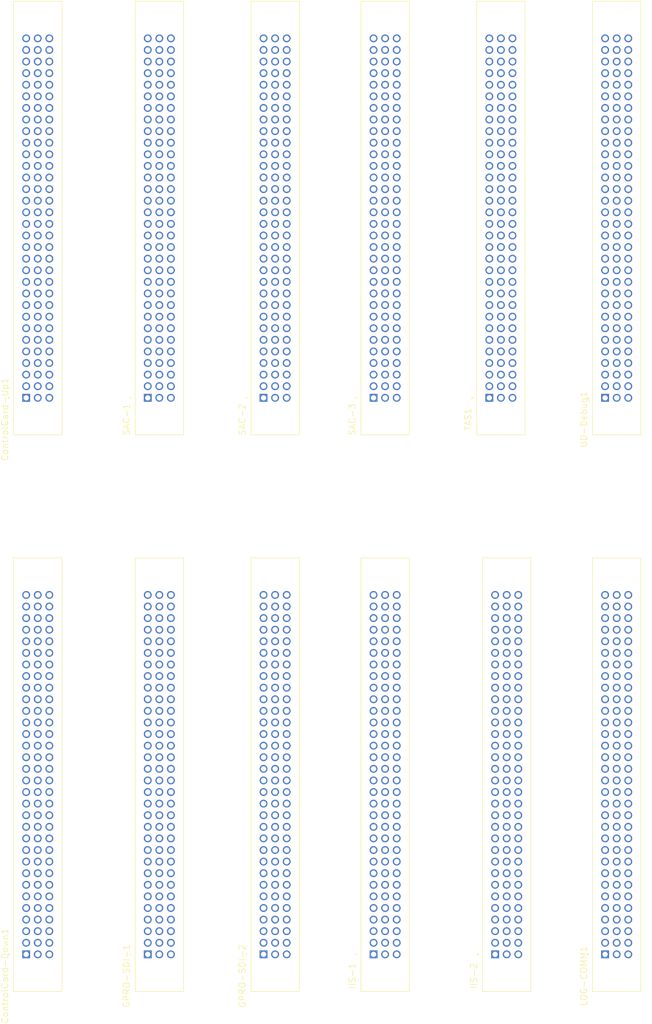
<source format=kicad_pcb>
(kicad_pcb (version 20171130) (host pcbnew 5.1.5+dfsg1-2build2)
  (layers (0 F.Cu signal) (31 B.Cu signal) (34 B.Paste user) (35 F.Paste user) (36 B.SilkS user) (37 F.SilkS user) (38 B.Mask user) (39 F.Mask user) (44 Edge.Cuts user))
  (net 0 "")
  (net 1 "Net-(ControlCard-Down1-Pad1)")
  (net 2 "Net-(ControlCard-Down1-Pad2)")
  (net 3 "Net-(ControlCard-Down1-Pad3)")
  (net 4 "Net-(ControlCard-Down1-Pad4)")
  (net 5 "Net-(ControlCard-Down1-Pad5)")
  (net 6 "Net-(ControlCard-Down1-Pad6)")
  (net 7 "Net-(ControlCard-Down1-Pad7)")
  (net 8 "Net-(ControlCard-Down1-Pad8)")
  (net 9 "Net-(ControlCard-Down1-Pad9)")
  (net 10 "Net-(ControlCard-Down1-Pad10)")
  (net 11 "Net-(ControlCard-Down1-Pad11)")
  (net 12 "Net-(ControlCard-Down1-Pad12)")
  (net 13 "Net-(ControlCard-Down1-Pad13)")
  (net 14 "Net-(ControlCard-Down1-Pad14)")
  (net 15 "Net-(ControlCard-Down1-Pad15)")
  (net 16 "Net-(ControlCard-Down1-Pad16)")
  (net 17 "Net-(ControlCard-Down1-Pad17)")
  (net 18 "Net-(ControlCard-Down1-Pad18)")
  (net 19 "Net-(ControlCard-Down1-Pad19)")
  (net 20 "Net-(ControlCard-Down1-Pad20)")
  (net 21 "Net-(ControlCard-Down1-Pad21)")
  (net 22 "Net-(ControlCard-Down1-Pad22)")
  (net 23 "Net-(ControlCard-Down1-Pad23)")
  (net 24 "Net-(ControlCard-Down1-Pad24)")
  (net 25 "Net-(ControlCard-Down1-Pad25)")
  (net 26 "Net-(ControlCard-Down1-Pad26)")
  (net 27 "Net-(ControlCard-Down1-Pad27)")
  (net 28 "Net-(ControlCard-Down1-Pad28)")
  (net 29 "Net-(ControlCard-Down1-Pad29)")
  (net 30 "Net-(ControlCard-Down1-Pad30)")
  (net 31 "Net-(ControlCard-Down1-Pad31)")
  (net 32 "Net-(ControlCard-Down1-Pad32)")
  (net 33 "Net-(ControlCard-Down1-Pad33)")
  (net 34 "Net-(ControlCard-Down1-Pad34)")
  (net 35 "Net-(ControlCard-Down1-Pad35)")
  (net 36 "Net-(ControlCard-Down1-Pad36)")
  (net 37 "Net-(ControlCard-Down1-Pad37)")
  (net 38 "Net-(ControlCard-Down1-Pad38)")
  (net 39 "Net-(ControlCard-Down1-Pad39)")
  (net 40 "Net-(ControlCard-Down1-Pad40)")
  (net 41 "Net-(ControlCard-Down1-Pad41)")
  (net 42 "Net-(ControlCard-Down1-Pad42)")
  (net 43 "Net-(ControlCard-Down1-Pad43)")
  (net 44 "Net-(ControlCard-Down1-Pad44)")
  (net 45 "Net-(ControlCard-Down1-Pad45)")
  (net 46 "Net-(ControlCard-Down1-Pad46)")
  (net 47 "Net-(ControlCard-Down1-Pad47)")
  (net 48 "Net-(ControlCard-Down1-Pad48)")
  (net 49 "Net-(ControlCard-Down1-Pad49)")
  (net 50 "Net-(ControlCard-Down1-Pad50)")
  (net 51 "Net-(ControlCard-Down1-Pad51)")
  (net 52 "Net-(ControlCard-Down1-Pad52)")
  (net 53 "Net-(ControlCard-Down1-Pad53)")
  (net 54 "Net-(ControlCard-Down1-Pad54)")
  (net 55 "Net-(ControlCard-Down1-Pad55)")
  (net 56 "Net-(ControlCard-Down1-Pad56)")
  (net 57 "Net-(ControlCard-Down1-Pad57)")
  (net 58 "Net-(ControlCard-Down1-Pad58)")
  (net 59 "Net-(ControlCard-Down1-Pad59)")
  (net 60 "Net-(ControlCard-Down1-Pad60)")
  (net 61 "Net-(ControlCard-Down1-Pad61)")
  (net 62 "Net-(ControlCard-Down1-Pad62)")
  (net 63 "Net-(ControlCard-Down1-Pad63)")
  (net 64 "Net-(ControlCard-Down1-Pad64)")
  (net 65 "Net-(ControlCard-Down1-Pad65)")
  (net 66 "Net-(ControlCard-Down1-Pad66)")
  (net 67 "Net-(ControlCard-Down1-Pad67)")
  (net 68 "Net-(ControlCard-Down1-Pad68)")
  (net 69 "Net-(ControlCard-Down1-Pad69)")
  (net 70 "Net-(ControlCard-Down1-Pad70)")
  (net 71 "Net-(ControlCard-Down1-Pad71)")
  (net 72 "Net-(ControlCard-Down1-Pad72)")
  (net 73 "Net-(ControlCard-Down1-Pad73)")
  (net 74 "Net-(ControlCard-Down1-Pad74)")
  (net 75 "Net-(ControlCard-Down1-Pad75)")
  (net 76 "Net-(ControlCard-Down1-Pad76)")
  (net 77 "Net-(ControlCard-Down1-Pad77)")
  (net 78 "Net-(ControlCard-Down1-Pad78)")
  (net 79 "Net-(ControlCard-Down1-Pad79)")
  (net 80 "Net-(ControlCard-Down1-Pad80)")
  (net 81 "Net-(ControlCard-Down1-Pad81)")
  (net 82 "Net-(ControlCard-Down1-Pad82)")
  (net 83 "Net-(ControlCard-Down1-Pad83)")
  (net 84 "Net-(ControlCard-Down1-Pad84)")
  (net 85 "Net-(ControlCard-Down1-Pad85)")
  (net 86 "Net-(ControlCard-Down1-Pad86)")
  (net 87 "Net-(ControlCard-Down1-Pad87)")
  (net 88 "Net-(ControlCard-Down1-Pad88)")
  (net 89 "Net-(ControlCard-Down1-Pad89)")
  (net 90 "Net-(ControlCard-Down1-Pad90)")
  (net 91 "Net-(ControlCard-Down1-Pad91)")
  (net 92 "Net-(ControlCard-Down1-Pad92)")
  (net 93 "Net-(ControlCard-Down1-Pad93)")
  (net 94 "Net-(ControlCard-Down1-Pad94)")
  (net 95 "Net-(ControlCard-Down1-Pad95)")
  (net 96 "Net-(ControlCard-Down1-Pad96)")
  (net 97 "Net-(ControlCard-Up1-Pad96)")
  (net 98 "Net-(ControlCard-Up1-Pad95)")
  (net 99 "Net-(ControlCard-Up1-Pad94)")
  (net 100 "Net-(ControlCard-Up1-Pad93)")
  (net 101 "Net-(ControlCard-Up1-Pad92)")
  (net 102 "Net-(ControlCard-Up1-Pad91)")
  (net 103 "Net-(ControlCard-Up1-Pad90)")
  (net 104 "Net-(ControlCard-Up1-Pad89)")
  (net 105 "Net-(ControlCard-Up1-Pad88)")
  (net 106 "Net-(ControlCard-Up1-Pad87)")
  (net 107 "Net-(ControlCard-Up1-Pad86)")
  (net 108 "Net-(ControlCard-Up1-Pad85)")
  (net 109 "Net-(ControlCard-Up1-Pad84)")
  (net 110 "Net-(ControlCard-Up1-Pad83)")
  (net 111 "Net-(ControlCard-Up1-Pad82)")
  (net 112 "Net-(ControlCard-Up1-Pad81)")
  (net 113 "Net-(ControlCard-Up1-Pad80)")
  (net 114 "Net-(ControlCard-Up1-Pad79)")
  (net 115 "Net-(ControlCard-Up1-Pad78)")
  (net 116 "Net-(ControlCard-Up1-Pad77)")
  (net 117 "Net-(ControlCard-Up1-Pad76)")
  (net 118 "Net-(ControlCard-Up1-Pad75)")
  (net 119 "Net-(ControlCard-Up1-Pad74)")
  (net 120 "Net-(ControlCard-Up1-Pad73)")
  (net 121 "Net-(ControlCard-Up1-Pad72)")
  (net 122 "Net-(ControlCard-Up1-Pad71)")
  (net 123 "Net-(ControlCard-Up1-Pad70)")
  (net 124 "Net-(ControlCard-Up1-Pad69)")
  (net 125 "Net-(ControlCard-Up1-Pad68)")
  (net 126 "Net-(ControlCard-Up1-Pad67)")
  (net 127 "Net-(ControlCard-Up1-Pad66)")
  (net 128 "Net-(ControlCard-Up1-Pad65)")
  (net 129 "Net-(ControlCard-Up1-Pad64)")
  (net 130 "Net-(ControlCard-Up1-Pad63)")
  (net 131 "Net-(ControlCard-Up1-Pad62)")
  (net 132 "Net-(ControlCard-Up1-Pad61)")
  (net 133 "Net-(ControlCard-Up1-Pad60)")
  (net 134 "Net-(ControlCard-Up1-Pad59)")
  (net 135 "Net-(ControlCard-Up1-Pad58)")
  (net 136 "Net-(ControlCard-Up1-Pad57)")
  (net 137 "Net-(ControlCard-Up1-Pad56)")
  (net 138 "Net-(ControlCard-Up1-Pad55)")
  (net 139 "Net-(ControlCard-Up1-Pad54)")
  (net 140 "Net-(ControlCard-Up1-Pad53)")
  (net 141 "Net-(ControlCard-Up1-Pad52)")
  (net 142 "Net-(ControlCard-Up1-Pad51)")
  (net 143 "Net-(ControlCard-Up1-Pad50)")
  (net 144 "Net-(ControlCard-Up1-Pad49)")
  (net 145 "Net-(ControlCard-Up1-Pad48)")
  (net 146 "Net-(ControlCard-Up1-Pad47)")
  (net 147 "Net-(ControlCard-Up1-Pad46)")
  (net 148 "Net-(ControlCard-Up1-Pad45)")
  (net 149 "Net-(ControlCard-Up1-Pad44)")
  (net 150 "Net-(ControlCard-Up1-Pad43)")
  (net 151 "Net-(ControlCard-Up1-Pad42)")
  (net 152 "Net-(ControlCard-Up1-Pad41)")
  (net 153 "Net-(ControlCard-Up1-Pad40)")
  (net 154 "Net-(ControlCard-Up1-Pad39)")
  (net 155 "Net-(ControlCard-Up1-Pad38)")
  (net 156 "Net-(ControlCard-Up1-Pad37)")
  (net 157 "Net-(ControlCard-Up1-Pad36)")
  (net 158 "Net-(ControlCard-Up1-Pad35)")
  (net 159 "Net-(ControlCard-Up1-Pad34)")
  (net 160 "Net-(ControlCard-Up1-Pad33)")
  (net 161 "Net-(ControlCard-Up1-Pad32)")
  (net 162 "Net-(ControlCard-Up1-Pad31)")
  (net 163 "Net-(ControlCard-Up1-Pad30)")
  (net 164 "Net-(ControlCard-Up1-Pad29)")
  (net 165 "Net-(ControlCard-Up1-Pad28)")
  (net 166 "Net-(ControlCard-Up1-Pad27)")
  (net 167 "Net-(ControlCard-Up1-Pad26)")
  (net 168 "Net-(ControlCard-Up1-Pad25)")
  (net 169 "Net-(ControlCard-Up1-Pad24)")
  (net 170 "Net-(ControlCard-Up1-Pad23)")
  (net 171 "Net-(ControlCard-Up1-Pad22)")
  (net 172 "Net-(ControlCard-Up1-Pad21)")
  (net 173 "Net-(ControlCard-Up1-Pad20)")
  (net 174 "Net-(ControlCard-Up1-Pad19)")
  (net 175 "Net-(ControlCard-Up1-Pad18)")
  (net 176 "Net-(ControlCard-Up1-Pad17)")
  (net 177 "Net-(ControlCard-Up1-Pad16)")
  (net 178 "Net-(ControlCard-Up1-Pad15)")
  (net 179 "Net-(ControlCard-Up1-Pad14)")
  (net 180 "Net-(ControlCard-Up1-Pad13)")
  (net 181 "Net-(ControlCard-Up1-Pad12)")
  (net 182 "Net-(ControlCard-Up1-Pad11)")
  (net 183 "Net-(ControlCard-Up1-Pad10)")
  (net 184 "Net-(ControlCard-Up1-Pad9)")
  (net 185 "Net-(ControlCard-Up1-Pad8)")
  (net 186 "Net-(ControlCard-Up1-Pad7)")
  (net 187 "Net-(ControlCard-Up1-Pad6)")
  (net 188 "Net-(ControlCard-Up1-Pad5)")
  (net 189 "Net-(ControlCard-Up1-Pad4)")
  (net 190 "Net-(ControlCard-Up1-Pad3)")
  (net 191 "Net-(ControlCard-Up1-Pad2)")
  (net 192 "Net-(ControlCard-Up1-Pad1)")
  (net 193 "Net-(GPRO-SDI-1-Pad96)")
  (net 194 "Net-(GPRO-SDI-1-Pad95)")
  (net 195 "Net-(GPRO-SDI-1-Pad94)")
  (net 196 "Net-(GPRO-SDI-1-Pad93)")
  (net 197 "Net-(GPRO-SDI-1-Pad92)")
  (net 198 "Net-(GPRO-SDI-1-Pad91)")
  (net 199 "Net-(GPRO-SDI-1-Pad90)")
  (net 200 "Net-(GPRO-SDI-1-Pad89)")
  (net 201 "Net-(GPRO-SDI-1-Pad88)")
  (net 202 "Net-(GPRO-SDI-1-Pad87)")
  (net 203 "Net-(GPRO-SDI-1-Pad86)")
  (net 204 "Net-(GPRO-SDI-1-Pad85)")
  (net 205 "Net-(GPRO-SDI-1-Pad84)")
  (net 206 "Net-(GPRO-SDI-1-Pad83)")
  (net 207 "Net-(GPRO-SDI-1-Pad82)")
  (net 208 "Net-(GPRO-SDI-1-Pad81)")
  (net 209 "Net-(GPRO-SDI-1-Pad80)")
  (net 210 "Net-(GPRO-SDI-1-Pad79)")
  (net 211 "Net-(GPRO-SDI-1-Pad78)")
  (net 212 "Net-(GPRO-SDI-1-Pad77)")
  (net 213 "Net-(GPRO-SDI-1-Pad76)")
  (net 214 "Net-(GPRO-SDI-1-Pad75)")
  (net 215 "Net-(GPRO-SDI-1-Pad74)")
  (net 216 "Net-(GPRO-SDI-1-Pad73)")
  (net 217 "Net-(GPRO-SDI-1-Pad72)")
  (net 218 "Net-(GPRO-SDI-1-Pad71)")
  (net 219 "Net-(GPRO-SDI-1-Pad70)")
  (net 220 "Net-(GPRO-SDI-1-Pad69)")
  (net 221 "Net-(GPRO-SDI-1-Pad68)")
  (net 222 "Net-(GPRO-SDI-1-Pad67)")
  (net 223 "Net-(GPRO-SDI-1-Pad66)")
  (net 224 "Net-(GPRO-SDI-1-Pad65)")
  (net 225 "Net-(GPRO-SDI-1-Pad64)")
  (net 226 "Net-(GPRO-SDI-1-Pad63)")
  (net 227 "Net-(GPRO-SDI-1-Pad62)")
  (net 228 "Net-(GPRO-SDI-1-Pad61)")
  (net 229 "Net-(GPRO-SDI-1-Pad60)")
  (net 230 "Net-(GPRO-SDI-1-Pad59)")
  (net 231 "Net-(GPRO-SDI-1-Pad58)")
  (net 232 "Net-(GPRO-SDI-1-Pad57)")
  (net 233 "Net-(GPRO-SDI-1-Pad56)")
  (net 234 "Net-(GPRO-SDI-1-Pad55)")
  (net 235 "Net-(GPRO-SDI-1-Pad54)")
  (net 236 "Net-(GPRO-SDI-1-Pad53)")
  (net 237 "Net-(GPRO-SDI-1-Pad52)")
  (net 238 "Net-(GPRO-SDI-1-Pad51)")
  (net 239 "Net-(GPRO-SDI-1-Pad50)")
  (net 240 "Net-(GPRO-SDI-1-Pad49)")
  (net 241 "Net-(GPRO-SDI-1-Pad48)")
  (net 242 "Net-(GPRO-SDI-1-Pad47)")
  (net 243 "Net-(GPRO-SDI-1-Pad46)")
  (net 244 "Net-(GPRO-SDI-1-Pad45)")
  (net 245 "Net-(GPRO-SDI-1-Pad44)")
  (net 246 "Net-(GPRO-SDI-1-Pad43)")
  (net 247 "Net-(GPRO-SDI-1-Pad42)")
  (net 248 "Net-(GPRO-SDI-1-Pad41)")
  (net 249 "Net-(GPRO-SDI-1-Pad40)")
  (net 250 "Net-(GPRO-SDI-1-Pad39)")
  (net 251 "Net-(GPRO-SDI-1-Pad38)")
  (net 252 "Net-(GPRO-SDI-1-Pad37)")
  (net 253 "Net-(GPRO-SDI-1-Pad36)")
  (net 254 "Net-(GPRO-SDI-1-Pad35)")
  (net 255 "Net-(GPRO-SDI-1-Pad34)")
  (net 256 "Net-(GPRO-SDI-1-Pad33)")
  (net 257 "Net-(GPRO-SDI-1-Pad32)")
  (net 258 "Net-(GPRO-SDI-1-Pad31)")
  (net 259 "Net-(GPRO-SDI-1-Pad30)")
  (net 260 "Net-(GPRO-SDI-1-Pad29)")
  (net 261 "Net-(GPRO-SDI-1-Pad28)")
  (net 262 "Net-(GPRO-SDI-1-Pad27)")
  (net 263 "Net-(GPRO-SDI-1-Pad26)")
  (net 264 "Net-(GPRO-SDI-1-Pad25)")
  (net 265 "Net-(GPRO-SDI-1-Pad24)")
  (net 266 "Net-(GPRO-SDI-1-Pad23)")
  (net 267 "Net-(GPRO-SDI-1-Pad22)")
  (net 268 "Net-(GPRO-SDI-1-Pad21)")
  (net 269 "Net-(GPRO-SDI-1-Pad20)")
  (net 270 "Net-(GPRO-SDI-1-Pad19)")
  (net 271 "Net-(GPRO-SDI-1-Pad18)")
  (net 272 "Net-(GPRO-SDI-1-Pad17)")
  (net 273 "Net-(GPRO-SDI-1-Pad16)")
  (net 274 "Net-(GPRO-SDI-1-Pad15)")
  (net 275 "Net-(GPRO-SDI-1-Pad14)")
  (net 276 "Net-(GPRO-SDI-1-Pad13)")
  (net 277 "Net-(GPRO-SDI-1-Pad12)")
  (net 278 "Net-(GPRO-SDI-1-Pad11)")
  (net 279 "Net-(GPRO-SDI-1-Pad10)")
  (net 280 "Net-(GPRO-SDI-1-Pad9)")
  (net 281 "Net-(GPRO-SDI-1-Pad8)")
  (net 282 "Net-(GPRO-SDI-1-Pad7)")
  (net 283 "Net-(GPRO-SDI-1-Pad6)")
  (net 284 "Net-(GPRO-SDI-1-Pad5)")
  (net 285 "Net-(GPRO-SDI-1-Pad4)")
  (net 286 "Net-(GPRO-SDI-1-Pad3)")
  (net 287 "Net-(GPRO-SDI-1-Pad2)")
  (net 288 "Net-(GPRO-SDI-1-Pad1)")
  (net 289 "Net-(GPRO-SDI-2-Pad1)")
  (net 290 "Net-(GPRO-SDI-2-Pad2)")
  (net 291 "Net-(GPRO-SDI-2-Pad3)")
  (net 292 "Net-(GPRO-SDI-2-Pad4)")
  (net 293 "Net-(GPRO-SDI-2-Pad5)")
  (net 294 "Net-(GPRO-SDI-2-Pad6)")
  (net 295 "Net-(GPRO-SDI-2-Pad7)")
  (net 296 "Net-(GPRO-SDI-2-Pad8)")
  (net 297 "Net-(GPRO-SDI-2-Pad9)")
  (net 298 "Net-(GPRO-SDI-2-Pad10)")
  (net 299 "Net-(GPRO-SDI-2-Pad11)")
  (net 300 "Net-(GPRO-SDI-2-Pad12)")
  (net 301 "Net-(GPRO-SDI-2-Pad13)")
  (net 302 "Net-(GPRO-SDI-2-Pad14)")
  (net 303 "Net-(GPRO-SDI-2-Pad15)")
  (net 304 "Net-(GPRO-SDI-2-Pad16)")
  (net 305 "Net-(GPRO-SDI-2-Pad17)")
  (net 306 "Net-(GPRO-SDI-2-Pad18)")
  (net 307 "Net-(GPRO-SDI-2-Pad19)")
  (net 308 "Net-(GPRO-SDI-2-Pad20)")
  (net 309 "Net-(GPRO-SDI-2-Pad21)")
  (net 310 "Net-(GPRO-SDI-2-Pad22)")
  (net 311 "Net-(GPRO-SDI-2-Pad23)")
  (net 312 "Net-(GPRO-SDI-2-Pad24)")
  (net 313 "Net-(GPRO-SDI-2-Pad25)")
  (net 314 "Net-(GPRO-SDI-2-Pad26)")
  (net 315 "Net-(GPRO-SDI-2-Pad27)")
  (net 316 "Net-(GPRO-SDI-2-Pad28)")
  (net 317 "Net-(GPRO-SDI-2-Pad29)")
  (net 318 "Net-(GPRO-SDI-2-Pad30)")
  (net 319 "Net-(GPRO-SDI-2-Pad31)")
  (net 320 "Net-(GPRO-SDI-2-Pad32)")
  (net 321 "Net-(GPRO-SDI-2-Pad33)")
  (net 322 "Net-(GPRO-SDI-2-Pad34)")
  (net 323 "Net-(GPRO-SDI-2-Pad35)")
  (net 324 "Net-(GPRO-SDI-2-Pad36)")
  (net 325 "Net-(GPRO-SDI-2-Pad37)")
  (net 326 "Net-(GPRO-SDI-2-Pad38)")
  (net 327 "Net-(GPRO-SDI-2-Pad39)")
  (net 328 "Net-(GPRO-SDI-2-Pad40)")
  (net 329 "Net-(GPRO-SDI-2-Pad41)")
  (net 330 "Net-(GPRO-SDI-2-Pad42)")
  (net 331 "Net-(GPRO-SDI-2-Pad43)")
  (net 332 "Net-(GPRO-SDI-2-Pad44)")
  (net 333 "Net-(GPRO-SDI-2-Pad45)")
  (net 334 "Net-(GPRO-SDI-2-Pad46)")
  (net 335 "Net-(GPRO-SDI-2-Pad47)")
  (net 336 "Net-(GPRO-SDI-2-Pad48)")
  (net 337 "Net-(GPRO-SDI-2-Pad49)")
  (net 338 "Net-(GPRO-SDI-2-Pad50)")
  (net 339 "Net-(GPRO-SDI-2-Pad51)")
  (net 340 "Net-(GPRO-SDI-2-Pad52)")
  (net 341 "Net-(GPRO-SDI-2-Pad53)")
  (net 342 "Net-(GPRO-SDI-2-Pad54)")
  (net 343 "Net-(GPRO-SDI-2-Pad55)")
  (net 344 "Net-(GPRO-SDI-2-Pad56)")
  (net 345 "Net-(GPRO-SDI-2-Pad57)")
  (net 346 "Net-(GPRO-SDI-2-Pad58)")
  (net 347 "Net-(GPRO-SDI-2-Pad59)")
  (net 348 "Net-(GPRO-SDI-2-Pad60)")
  (net 349 "Net-(GPRO-SDI-2-Pad61)")
  (net 350 "Net-(GPRO-SDI-2-Pad62)")
  (net 351 "Net-(GPRO-SDI-2-Pad63)")
  (net 352 "Net-(GPRO-SDI-2-Pad64)")
  (net 353 "Net-(GPRO-SDI-2-Pad65)")
  (net 354 "Net-(GPRO-SDI-2-Pad66)")
  (net 355 "Net-(GPRO-SDI-2-Pad67)")
  (net 356 "Net-(GPRO-SDI-2-Pad68)")
  (net 357 "Net-(GPRO-SDI-2-Pad69)")
  (net 358 "Net-(GPRO-SDI-2-Pad70)")
  (net 359 "Net-(GPRO-SDI-2-Pad71)")
  (net 360 "Net-(GPRO-SDI-2-Pad72)")
  (net 361 "Net-(GPRO-SDI-2-Pad73)")
  (net 362 "Net-(GPRO-SDI-2-Pad74)")
  (net 363 "Net-(GPRO-SDI-2-Pad75)")
  (net 364 "Net-(GPRO-SDI-2-Pad76)")
  (net 365 "Net-(GPRO-SDI-2-Pad77)")
  (net 366 "Net-(GPRO-SDI-2-Pad78)")
  (net 367 "Net-(GPRO-SDI-2-Pad79)")
  (net 368 "Net-(GPRO-SDI-2-Pad80)")
  (net 369 "Net-(GPRO-SDI-2-Pad81)")
  (net 370 "Net-(GPRO-SDI-2-Pad82)")
  (net 371 "Net-(GPRO-SDI-2-Pad83)")
  (net 372 "Net-(GPRO-SDI-2-Pad84)")
  (net 373 "Net-(GPRO-SDI-2-Pad85)")
  (net 374 "Net-(GPRO-SDI-2-Pad86)")
  (net 375 "Net-(GPRO-SDI-2-Pad87)")
  (net 376 "Net-(GPRO-SDI-2-Pad88)")
  (net 377 "Net-(GPRO-SDI-2-Pad89)")
  (net 378 "Net-(GPRO-SDI-2-Pad90)")
  (net 379 "Net-(GPRO-SDI-2-Pad91)")
  (net 380 "Net-(GPRO-SDI-2-Pad92)")
  (net 381 "Net-(GPRO-SDI-2-Pad93)")
  (net 382 "Net-(GPRO-SDI-2-Pad94)")
  (net 383 "Net-(GPRO-SDI-2-Pad95)")
  (net 384 "Net-(GPRO-SDI-2-Pad96)")
  (net 385 GND)
  (net 386 1CH6)
  (net 387 1CH5)
  (net 388 1CH4)
  (net 389 1CH3)
  (net 390 1CH2)
  (net 391 1CH1)
  (net 392 SafetyLoop)
  (net 393 CAN-Low)
  (net 394 CAN-High)
  (net 395 -12V)
  (net 396 12V)
  (net 397 -15V)
  (net 398 15V)
  (net 399 -24V)
  (net 400 24V)
  (net 401 2CH6)
  (net 402 2CH5)
  (net 403 2CH4)
  (net 404 2CH3)
  (net 405 2CH2)
  (net 406 2CH1)
  (net 407 "Net-(LOG-COMM1-Pad1)")
  (net 408 "Net-(LOG-COMM1-Pad2)")
  (net 409 "Net-(LOG-COMM1-Pad3)")
  (net 410 "Net-(LOG-COMM1-Pad4)")
  (net 411 "Net-(LOG-COMM1-Pad5)")
  (net 412 "Net-(LOG-COMM1-Pad6)")
  (net 413 "Net-(LOG-COMM1-Pad7)")
  (net 414 "Net-(LOG-COMM1-Pad8)")
  (net 415 "Net-(LOG-COMM1-Pad9)")
  (net 416 "Net-(LOG-COMM1-Pad10)")
  (net 417 "Net-(LOG-COMM1-Pad11)")
  (net 418 "Net-(LOG-COMM1-Pad12)")
  (net 419 "Net-(LOG-COMM1-Pad13)")
  (net 420 "Net-(LOG-COMM1-Pad14)")
  (net 421 "Net-(LOG-COMM1-Pad15)")
  (net 422 "Net-(LOG-COMM1-Pad16)")
  (net 423 "Net-(LOG-COMM1-Pad17)")
  (net 424 "Net-(LOG-COMM1-Pad18)")
  (net 425 "Net-(LOG-COMM1-Pad19)")
  (net 426 "Net-(LOG-COMM1-Pad20)")
  (net 427 "Net-(LOG-COMM1-Pad21)")
  (net 428 "Net-(LOG-COMM1-Pad22)")
  (net 429 "Net-(LOG-COMM1-Pad23)")
  (net 430 "Net-(LOG-COMM1-Pad24)")
  (net 431 "Net-(LOG-COMM1-Pad25)")
  (net 432 "Net-(LOG-COMM1-Pad26)")
  (net 433 "Net-(LOG-COMM1-Pad27)")
  (net 434 "Net-(LOG-COMM1-Pad28)")
  (net 435 "Net-(LOG-COMM1-Pad29)")
  (net 436 "Net-(LOG-COMM1-Pad30)")
  (net 437 "Net-(LOG-COMM1-Pad31)")
  (net 438 "Net-(LOG-COMM1-Pad32)")
  (net 439 "Net-(LOG-COMM1-Pad33)")
  (net 440 "Net-(LOG-COMM1-Pad34)")
  (net 441 "Net-(LOG-COMM1-Pad35)")
  (net 442 "Net-(LOG-COMM1-Pad36)")
  (net 443 "Net-(LOG-COMM1-Pad37)")
  (net 444 "Net-(LOG-COMM1-Pad38)")
  (net 445 "Net-(LOG-COMM1-Pad39)")
  (net 446 "Net-(LOG-COMM1-Pad40)")
  (net 447 "Net-(LOG-COMM1-Pad41)")
  (net 448 "Net-(LOG-COMM1-Pad42)")
  (net 449 "Net-(LOG-COMM1-Pad43)")
  (net 450 "Net-(LOG-COMM1-Pad44)")
  (net 451 "Net-(LOG-COMM1-Pad45)")
  (net 452 "Net-(LOG-COMM1-Pad46)")
  (net 453 "Net-(LOG-COMM1-Pad47)")
  (net 454 "Net-(LOG-COMM1-Pad48)")
  (net 455 "Net-(LOG-COMM1-Pad49)")
  (net 456 "Net-(LOG-COMM1-Pad50)")
  (net 457 "Net-(LOG-COMM1-Pad51)")
  (net 458 "Net-(LOG-COMM1-Pad52)")
  (net 459 "Net-(LOG-COMM1-Pad53)")
  (net 460 "Net-(LOG-COMM1-Pad54)")
  (net 461 "Net-(LOG-COMM1-Pad55)")
  (net 462 "Net-(LOG-COMM1-Pad56)")
  (net 463 "Net-(LOG-COMM1-Pad57)")
  (net 464 "Net-(LOG-COMM1-Pad58)")
  (net 465 "Net-(LOG-COMM1-Pad59)")
  (net 466 "Net-(LOG-COMM1-Pad60)")
  (net 467 "Net-(LOG-COMM1-Pad61)")
  (net 468 "Net-(LOG-COMM1-Pad62)")
  (net 469 "Net-(LOG-COMM1-Pad63)")
  (net 470 "Net-(LOG-COMM1-Pad64)")
  (net 471 "Net-(LOG-COMM1-Pad65)")
  (net 472 "Net-(LOG-COMM1-Pad66)")
  (net 473 "Net-(LOG-COMM1-Pad67)")
  (net 474 "Net-(LOG-COMM1-Pad68)")
  (net 475 "Net-(LOG-COMM1-Pad69)")
  (net 476 "Net-(LOG-COMM1-Pad70)")
  (net 477 "Net-(LOG-COMM1-Pad71)")
  (net 478 "Net-(LOG-COMM1-Pad72)")
  (net 479 "Net-(LOG-COMM1-Pad73)")
  (net 480 "Net-(LOG-COMM1-Pad74)")
  (net 481 "Net-(LOG-COMM1-Pad75)")
  (net 482 "Net-(LOG-COMM1-Pad76)")
  (net 483 "Net-(LOG-COMM1-Pad77)")
  (net 484 "Net-(LOG-COMM1-Pad78)")
  (net 485 "Net-(LOG-COMM1-Pad79)")
  (net 486 "Net-(LOG-COMM1-Pad80)")
  (net 487 "Net-(LOG-COMM1-Pad81)")
  (net 488 "Net-(LOG-COMM1-Pad82)")
  (net 489 "Net-(LOG-COMM1-Pad83)")
  (net 490 "Net-(LOG-COMM1-Pad84)")
  (net 491 "Net-(LOG-COMM1-Pad85)")
  (net 492 "Net-(LOG-COMM1-Pad86)")
  (net 493 "Net-(LOG-COMM1-Pad87)")
  (net 494 "Net-(LOG-COMM1-Pad88)")
  (net 495 "Net-(LOG-COMM1-Pad89)")
  (net 496 "Net-(LOG-COMM1-Pad90)")
  (net 497 "Net-(LOG-COMM1-Pad91)")
  (net 498 "Net-(LOG-COMM1-Pad92)")
  (net 499 "Net-(LOG-COMM1-Pad93)")
  (net 500 "Net-(LOG-COMM1-Pad94)")
  (net 501 "Net-(LOG-COMM1-Pad95)")
  (net 502 "Net-(LOG-COMM1-Pad96)")
  (net 503 1A)
  (net 504 1B)
  (net 505 1C)
  (net 506 1D)
  (net 507 1E)
  (net 508 1F)
  (net 509 2F)
  (net 510 2E)
  (net 511 2D)
  (net 512 2C)
  (net 513 2B)
  (net 514 2A)
  (net 515 3A)
  (net 516 3B)
  (net 517 3C)
  (net 518 3D)
  (net 519 3E)
  (net 520 3F)
  (net 521 "Net-(TAS1-Pad96)")
  (net 522 "Net-(TAS1-Pad95)")
  (net 523 "Net-(TAS1-Pad94)")
  (net 524 "Net-(TAS1-Pad93)")
  (net 525 "Net-(TAS1-Pad92)")
  (net 526 "Net-(TAS1-Pad91)")
  (net 527 "Net-(TAS1-Pad90)")
  (net 528 "Net-(TAS1-Pad89)")
  (net 529 "Net-(TAS1-Pad88)")
  (net 530 "Net-(TAS1-Pad87)")
  (net 531 "Net-(TAS1-Pad86)")
  (net 532 "Net-(TAS1-Pad85)")
  (net 533 "Net-(TAS1-Pad84)")
  (net 534 "Net-(TAS1-Pad83)")
  (net 535 "Net-(TAS1-Pad82)")
  (net 536 "Net-(TAS1-Pad81)")
  (net 537 "Net-(TAS1-Pad80)")
  (net 538 "Net-(TAS1-Pad79)")
  (net 539 "Net-(TAS1-Pad78)")
  (net 540 "Net-(TAS1-Pad77)")
  (net 541 "Net-(TAS1-Pad76)")
  (net 542 "Net-(TAS1-Pad75)")
  (net 543 "Net-(TAS1-Pad74)")
  (net 544 "Net-(TAS1-Pad73)")
  (net 545 "Net-(TAS1-Pad72)")
  (net 546 "Net-(TAS1-Pad71)")
  (net 547 "Net-(TAS1-Pad70)")
  (net 548 "Net-(TAS1-Pad69)")
  (net 549 "Net-(TAS1-Pad68)")
  (net 550 "Net-(TAS1-Pad67)")
  (net 551 "Net-(TAS1-Pad66)")
  (net 552 "Net-(TAS1-Pad65)")
  (net 553 "Net-(TAS1-Pad64)")
  (net 554 "Net-(TAS1-Pad63)")
  (net 555 "Net-(TAS1-Pad62)")
  (net 556 "Net-(TAS1-Pad61)")
  (net 557 "Net-(TAS1-Pad60)")
  (net 558 "Net-(TAS1-Pad59)")
  (net 559 "Net-(TAS1-Pad58)")
  (net 560 "Net-(TAS1-Pad57)")
  (net 561 "Net-(TAS1-Pad56)")
  (net 562 "Net-(TAS1-Pad55)")
  (net 563 "Net-(TAS1-Pad54)")
  (net 564 "Net-(TAS1-Pad53)")
  (net 565 "Net-(TAS1-Pad52)")
  (net 566 "Net-(TAS1-Pad51)")
  (net 567 "Net-(TAS1-Pad50)")
  (net 568 "Net-(TAS1-Pad49)")
  (net 569 "Net-(TAS1-Pad48)")
  (net 570 "Net-(TAS1-Pad47)")
  (net 571 "Net-(TAS1-Pad46)")
  (net 572 "Net-(TAS1-Pad45)")
  (net 573 "Net-(TAS1-Pad44)")
  (net 574 "Net-(TAS1-Pad43)")
  (net 575 "Net-(TAS1-Pad42)")
  (net 576 "Net-(TAS1-Pad41)")
  (net 577 "Net-(TAS1-Pad40)")
  (net 578 "Net-(TAS1-Pad39)")
  (net 579 "Net-(TAS1-Pad38)")
  (net 580 "Net-(TAS1-Pad37)")
  (net 581 "Net-(TAS1-Pad36)")
  (net 582 "Net-(TAS1-Pad35)")
  (net 583 "Net-(TAS1-Pad34)")
  (net 584 "Net-(TAS1-Pad33)")
  (net 585 "Net-(TAS1-Pad32)")
  (net 586 "Net-(TAS1-Pad31)")
  (net 587 "Net-(TAS1-Pad30)")
  (net 588 "Net-(TAS1-Pad29)")
  (net 589 "Net-(TAS1-Pad28)")
  (net 590 "Net-(TAS1-Pad27)")
  (net 591 "Net-(TAS1-Pad26)")
  (net 592 "Net-(TAS1-Pad25)")
  (net 593 "Net-(TAS1-Pad24)")
  (net 594 "Net-(TAS1-Pad23)")
  (net 595 "Net-(TAS1-Pad22)")
  (net 596 "Net-(TAS1-Pad21)")
  (net 597 "Net-(TAS1-Pad20)")
  (net 598 "Net-(TAS1-Pad19)")
  (net 599 "Net-(TAS1-Pad18)")
  (net 600 "Net-(TAS1-Pad17)")
  (net 601 "Net-(TAS1-Pad16)")
  (net 602 "Net-(TAS1-Pad15)")
  (net 603 "Net-(TAS1-Pad14)")
  (net 604 "Net-(TAS1-Pad13)")
  (net 605 "Net-(TAS1-Pad12)")
  (net 606 "Net-(TAS1-Pad11)")
  (net 607 "Net-(TAS1-Pad10)")
  (net 608 "Net-(TAS1-Pad9)")
  (net 609 "Net-(TAS1-Pad8)")
  (net 610 "Net-(TAS1-Pad7)")
  (net 611 "Net-(TAS1-Pad6)")
  (net 612 "Net-(TAS1-Pad5)")
  (net 613 "Net-(TAS1-Pad4)")
  (net 614 "Net-(TAS1-Pad3)")
  (net 615 "Net-(TAS1-Pad2)")
  (net 616 "Net-(TAS1-Pad1)")
  (net 617 "Net-(UD-Debug1-Pad1)")
  (net 618 "Net-(UD-Debug1-Pad2)")
  (net 619 "Net-(UD-Debug1-Pad3)")
  (net 620 "Net-(UD-Debug1-Pad4)")
  (net 621 "Net-(UD-Debug1-Pad5)")
  (net 622 "Net-(UD-Debug1-Pad6)")
  (net 623 "Net-(UD-Debug1-Pad7)")
  (net 624 "Net-(UD-Debug1-Pad8)")
  (net 625 "Net-(UD-Debug1-Pad9)")
  (net 626 "Net-(UD-Debug1-Pad10)")
  (net 627 "Net-(UD-Debug1-Pad11)")
  (net 628 "Net-(UD-Debug1-Pad12)")
  (net 629 "Net-(UD-Debug1-Pad13)")
  (net 630 "Net-(UD-Debug1-Pad14)")
  (net 631 "Net-(UD-Debug1-Pad15)")
  (net 632 "Net-(UD-Debug1-Pad16)")
  (net 633 "Net-(UD-Debug1-Pad17)")
  (net 634 "Net-(UD-Debug1-Pad18)")
  (net 635 "Net-(UD-Debug1-Pad19)")
  (net 636 "Net-(UD-Debug1-Pad20)")
  (net 637 "Net-(UD-Debug1-Pad21)")
  (net 638 "Net-(UD-Debug1-Pad22)")
  (net 639 "Net-(UD-Debug1-Pad23)")
  (net 640 "Net-(UD-Debug1-Pad24)")
  (net 641 "Net-(UD-Debug1-Pad25)")
  (net 642 "Net-(UD-Debug1-Pad26)")
  (net 643 "Net-(UD-Debug1-Pad27)")
  (net 644 "Net-(UD-Debug1-Pad28)")
  (net 645 "Net-(UD-Debug1-Pad29)")
  (net 646 "Net-(UD-Debug1-Pad30)")
  (net 647 "Net-(UD-Debug1-Pad31)")
  (net 648 "Net-(UD-Debug1-Pad32)")
  (net 649 "Net-(UD-Debug1-Pad33)")
  (net 650 "Net-(UD-Debug1-Pad34)")
  (net 651 "Net-(UD-Debug1-Pad35)")
  (net 652 "Net-(UD-Debug1-Pad36)")
  (net 653 "Net-(UD-Debug1-Pad37)")
  (net 654 "Net-(UD-Debug1-Pad38)")
  (net 655 "Net-(UD-Debug1-Pad39)")
  (net 656 "Net-(UD-Debug1-Pad40)")
  (net 657 "Net-(UD-Debug1-Pad41)")
  (net 658 "Net-(UD-Debug1-Pad42)")
  (net 659 "Net-(UD-Debug1-Pad43)")
  (net 660 "Net-(UD-Debug1-Pad44)")
  (net 661 "Net-(UD-Debug1-Pad45)")
  (net 662 "Net-(UD-Debug1-Pad46)")
  (net 663 "Net-(UD-Debug1-Pad47)")
  (net 664 "Net-(UD-Debug1-Pad48)")
  (net 665 "Net-(UD-Debug1-Pad49)")
  (net 666 "Net-(UD-Debug1-Pad50)")
  (net 667 "Net-(UD-Debug1-Pad51)")
  (net 668 "Net-(UD-Debug1-Pad52)")
  (net 669 "Net-(UD-Debug1-Pad53)")
  (net 670 "Net-(UD-Debug1-Pad54)")
  (net 671 "Net-(UD-Debug1-Pad55)")
  (net 672 "Net-(UD-Debug1-Pad56)")
  (net 673 "Net-(UD-Debug1-Pad57)")
  (net 674 "Net-(UD-Debug1-Pad58)")
  (net 675 "Net-(UD-Debug1-Pad59)")
  (net 676 "Net-(UD-Debug1-Pad60)")
  (net 677 "Net-(UD-Debug1-Pad61)")
  (net 678 "Net-(UD-Debug1-Pad62)")
  (net 679 "Net-(UD-Debug1-Pad63)")
  (net 680 "Net-(UD-Debug1-Pad64)")
  (net 681 "Net-(UD-Debug1-Pad65)")
  (net 682 "Net-(UD-Debug1-Pad66)")
  (net 683 "Net-(UD-Debug1-Pad67)")
  (net 684 "Net-(UD-Debug1-Pad68)")
  (net 685 "Net-(UD-Debug1-Pad69)")
  (net 686 "Net-(UD-Debug1-Pad70)")
  (net 687 "Net-(UD-Debug1-Pad71)")
  (net 688 "Net-(UD-Debug1-Pad72)")
  (net 689 "Net-(UD-Debug1-Pad73)")
  (net 690 "Net-(UD-Debug1-Pad74)")
  (net 691 "Net-(UD-Debug1-Pad75)")
  (net 692 "Net-(UD-Debug1-Pad76)")
  (net 693 "Net-(UD-Debug1-Pad77)")
  (net 694 "Net-(UD-Debug1-Pad78)")
  (net 695 "Net-(UD-Debug1-Pad79)")
  (net 696 "Net-(UD-Debug1-Pad80)")
  (net 697 "Net-(UD-Debug1-Pad81)")
  (net 698 "Net-(UD-Debug1-Pad82)")
  (net 699 "Net-(UD-Debug1-Pad83)")
  (net 700 "Net-(UD-Debug1-Pad84)")
  (net 701 "Net-(UD-Debug1-Pad85)")
  (net 702 "Net-(UD-Debug1-Pad86)")
  (net 703 "Net-(UD-Debug1-Pad87)")
  (net 704 "Net-(UD-Debug1-Pad88)")
  (net 705 "Net-(UD-Debug1-Pad89)")
  (net 706 "Net-(UD-Debug1-Pad90)")
  (net 707 "Net-(UD-Debug1-Pad91)")
  (net 708 "Net-(UD-Debug1-Pad92)")
  (net 709 "Net-(UD-Debug1-Pad93)")
  (net 710 "Net-(UD-Debug1-Pad94)")
  (net 711 "Net-(UD-Debug1-Pad95)")
  (net 712 "Net-(UD-Debug1-Pad96)")
  (module TE_4-1393637-6 (layer F.Cu) (at 36.83 189.23 90)
    (fp_text reference ControlCard-Down1 (at -44.110225 -7.198005 90) (layer F.SilkS) (effects (font (size 1.401756 1.401756))))
    (fp_text value 4-1393637-6)
    (pad None np_thru_hole circle (at -45 0.3 90) (size 2.8 2.8) (drill 2.8) (layers *.Cu *.Mask))
    (pad None np_thru_hole circle (at 45 0.3 90) (size 2.8 2.8) (drill 2.8) (layers *.Cu *.Mask))
    (pad 1 thru_hole rect (at -39.37 -2.54 90) (size 1.725 1.725) (drill 1.15) (layers *.Cu *.Mask) (net 1 "Net-(ControlCard-Down1-Pad1)"))
    (pad 2 thru_hole circle (at -36.83 -2.54 90) (size 1.725 1.725) (drill 1.15) (layers *.Cu *.Mask) (net 2 "Net-(ControlCard-Down1-Pad2)"))
    (pad 3 thru_hole circle (at -34.29 -2.54 90) (size 1.725 1.725) (drill 1.15) (layers *.Cu *.Mask) (net 3 "Net-(ControlCard-Down1-Pad3)"))
    (pad 4 thru_hole circle (at -31.75 -2.54 90) (size 1.725 1.725) (drill 1.15) (layers *.Cu *.Mask) (net 4 "Net-(ControlCard-Down1-Pad4)"))
    (pad 5 thru_hole circle (at -29.21 -2.54 90) (size 1.725 1.725) (drill 1.15) (layers *.Cu *.Mask) (net 5 "Net-(ControlCard-Down1-Pad5)"))
    (pad 6 thru_hole circle (at -26.67 -2.54 90) (size 1.725 1.725) (drill 1.15) (layers *.Cu *.Mask) (net 6 "Net-(ControlCard-Down1-Pad6)"))
    (pad 7 thru_hole circle (at -24.13 -2.54 90) (size 1.725 1.725) (drill 1.15) (layers *.Cu *.Mask) (net 7 "Net-(ControlCard-Down1-Pad7)"))
    (pad 8 thru_hole circle (at -21.59 -2.54 90) (size 1.725 1.725) (drill 1.15) (layers *.Cu *.Mask) (net 8 "Net-(ControlCard-Down1-Pad8)"))
    (pad 9 thru_hole circle (at -19.05 -2.54 90) (size 1.725 1.725) (drill 1.15) (layers *.Cu *.Mask) (net 9 "Net-(ControlCard-Down1-Pad9)"))
    (pad 10 thru_hole circle (at -16.51 -2.54 90) (size 1.725 1.725) (drill 1.15) (layers *.Cu *.Mask) (net 10 "Net-(ControlCard-Down1-Pad10)"))
    (pad 11 thru_hole circle (at -13.97 -2.54 90) (size 1.725 1.725) (drill 1.15) (layers *.Cu *.Mask) (net 11 "Net-(ControlCard-Down1-Pad11)"))
    (pad 12 thru_hole circle (at -11.43 -2.54 90) (size 1.725 1.725) (drill 1.15) (layers *.Cu *.Mask) (net 12 "Net-(ControlCard-Down1-Pad12)"))
    (pad 13 thru_hole circle (at -8.89 -2.54 90) (size 1.725 1.725) (drill 1.15) (layers *.Cu *.Mask) (net 13 "Net-(ControlCard-Down1-Pad13)"))
    (pad 14 thru_hole circle (at -6.35 -2.54 90) (size 1.725 1.725) (drill 1.15) (layers *.Cu *.Mask) (net 14 "Net-(ControlCard-Down1-Pad14)"))
    (pad 15 thru_hole circle (at -3.81 -2.54 90) (size 1.725 1.725) (drill 1.15) (layers *.Cu *.Mask) (net 15 "Net-(ControlCard-Down1-Pad15)"))
    (pad 16 thru_hole circle (at -1.27 -2.54 90) (size 1.725 1.725) (drill 1.15) (layers *.Cu *.Mask) (net 16 "Net-(ControlCard-Down1-Pad16)"))
    (pad 17 thru_hole circle (at 1.27 -2.54 90) (size 1.725 1.725) (drill 1.15) (layers *.Cu *.Mask) (net 17 "Net-(ControlCard-Down1-Pad17)"))
    (pad 18 thru_hole circle (at 3.81 -2.54 90) (size 1.725 1.725) (drill 1.15) (layers *.Cu *.Mask) (net 18 "Net-(ControlCard-Down1-Pad18)"))
    (pad 19 thru_hole circle (at 6.35 -2.54 90) (size 1.725 1.725) (drill 1.15) (layers *.Cu *.Mask) (net 19 "Net-(ControlCard-Down1-Pad19)"))
    (pad 20 thru_hole circle (at 8.89 -2.54 90) (size 1.725 1.725) (drill 1.15) (layers *.Cu *.Mask) (net 20 "Net-(ControlCard-Down1-Pad20)"))
    (pad 21 thru_hole circle (at 11.43 -2.54 90) (size 1.725 1.725) (drill 1.15) (layers *.Cu *.Mask) (net 21 "Net-(ControlCard-Down1-Pad21)"))
    (pad 22 thru_hole circle (at 13.97 -2.54 90) (size 1.725 1.725) (drill 1.15) (layers *.Cu *.Mask) (net 22 "Net-(ControlCard-Down1-Pad22)"))
    (pad 23 thru_hole circle (at 16.51 -2.54 90) (size 1.725 1.725) (drill 1.15) (layers *.Cu *.Mask) (net 23 "Net-(ControlCard-Down1-Pad23)"))
    (pad 24 thru_hole circle (at 19.05 -2.54 90) (size 1.725 1.725) (drill 1.15) (layers *.Cu *.Mask) (net 24 "Net-(ControlCard-Down1-Pad24)"))
    (pad 25 thru_hole circle (at 21.59 -2.54 90) (size 1.725 1.725) (drill 1.15) (layers *.Cu *.Mask) (net 25 "Net-(ControlCard-Down1-Pad25)"))
    (pad 26 thru_hole circle (at 24.13 -2.54 90) (size 1.725 1.725) (drill 1.15) (layers *.Cu *.Mask) (net 26 "Net-(ControlCard-Down1-Pad26)"))
    (pad 27 thru_hole circle (at 26.67 -2.54 90) (size 1.725 1.725) (drill 1.15) (layers *.Cu *.Mask) (net 27 "Net-(ControlCard-Down1-Pad27)"))
    (pad 28 thru_hole circle (at 29.21 -2.54 90) (size 1.725 1.725) (drill 1.15) (layers *.Cu *.Mask) (net 28 "Net-(ControlCard-Down1-Pad28)"))
    (pad 29 thru_hole circle (at 31.75 -2.54 90) (size 1.725 1.725) (drill 1.15) (layers *.Cu *.Mask) (net 29 "Net-(ControlCard-Down1-Pad29)"))
    (pad 30 thru_hole circle (at 34.29 -2.54 90) (size 1.725 1.725) (drill 1.15) (layers *.Cu *.Mask) (net 30 "Net-(ControlCard-Down1-Pad30)"))
    (pad 31 thru_hole circle (at 36.83 -2.54 90) (size 1.725 1.725) (drill 1.15) (layers *.Cu *.Mask) (net 31 "Net-(ControlCard-Down1-Pad31)"))
    (pad 32 thru_hole circle (at 39.37 -2.54 90) (size 1.725 1.725) (drill 1.15) (layers *.Cu *.Mask) (net 32 "Net-(ControlCard-Down1-Pad32)"))
    (pad 33 thru_hole circle (at -39.37 0 90) (size 1.725 1.725) (drill 1.15) (layers *.Cu *.Mask) (net 33 "Net-(ControlCard-Down1-Pad33)"))
    (pad 34 thru_hole circle (at -36.83 0 90) (size 1.725 1.725) (drill 1.15) (layers *.Cu *.Mask) (net 34 "Net-(ControlCard-Down1-Pad34)"))
    (pad 35 thru_hole circle (at -34.29 0 90) (size 1.725 1.725) (drill 1.15) (layers *.Cu *.Mask) (net 35 "Net-(ControlCard-Down1-Pad35)"))
    (pad 36 thru_hole circle (at -31.75 0 90) (size 1.725 1.725) (drill 1.15) (layers *.Cu *.Mask) (net 36 "Net-(ControlCard-Down1-Pad36)"))
    (pad 37 thru_hole circle (at -29.21 0 90) (size 1.725 1.725) (drill 1.15) (layers *.Cu *.Mask) (net 37 "Net-(ControlCard-Down1-Pad37)"))
    (pad 38 thru_hole circle (at -26.67 0 90) (size 1.725 1.725) (drill 1.15) (layers *.Cu *.Mask) (net 38 "Net-(ControlCard-Down1-Pad38)"))
    (pad 39 thru_hole circle (at -24.13 0 90) (size 1.725 1.725) (drill 1.15) (layers *.Cu *.Mask) (net 39 "Net-(ControlCard-Down1-Pad39)"))
    (pad 40 thru_hole circle (at -21.59 0 90) (size 1.725 1.725) (drill 1.15) (layers *.Cu *.Mask) (net 40 "Net-(ControlCard-Down1-Pad40)"))
    (pad 41 thru_hole circle (at -19.05 0 90) (size 1.725 1.725) (drill 1.15) (layers *.Cu *.Mask) (net 41 "Net-(ControlCard-Down1-Pad41)"))
    (pad 42 thru_hole circle (at -16.51 0 90) (size 1.725 1.725) (drill 1.15) (layers *.Cu *.Mask) (net 42 "Net-(ControlCard-Down1-Pad42)"))
    (pad 43 thru_hole circle (at -13.97 0 90) (size 1.725 1.725) (drill 1.15) (layers *.Cu *.Mask) (net 43 "Net-(ControlCard-Down1-Pad43)"))
    (pad 44 thru_hole circle (at -11.43 0 90) (size 1.725 1.725) (drill 1.15) (layers *.Cu *.Mask) (net 44 "Net-(ControlCard-Down1-Pad44)"))
    (pad 45 thru_hole circle (at -8.89 0 90) (size 1.725 1.725) (drill 1.15) (layers *.Cu *.Mask) (net 45 "Net-(ControlCard-Down1-Pad45)"))
    (pad 46 thru_hole circle (at -6.35 0 90) (size 1.725 1.725) (drill 1.15) (layers *.Cu *.Mask) (net 46 "Net-(ControlCard-Down1-Pad46)"))
    (pad 47 thru_hole circle (at -3.81 0 90) (size 1.725 1.725) (drill 1.15) (layers *.Cu *.Mask) (net 47 "Net-(ControlCard-Down1-Pad47)"))
    (pad 48 thru_hole circle (at -1.27 0 90) (size 1.725 1.725) (drill 1.15) (layers *.Cu *.Mask) (net 48 "Net-(ControlCard-Down1-Pad48)"))
    (pad 49 thru_hole circle (at 1.27 0 90) (size 1.725 1.725) (drill 1.15) (layers *.Cu *.Mask) (net 49 "Net-(ControlCard-Down1-Pad49)"))
    (pad 50 thru_hole circle (at 3.81 0 90) (size 1.725 1.725) (drill 1.15) (layers *.Cu *.Mask) (net 50 "Net-(ControlCard-Down1-Pad50)"))
    (pad 51 thru_hole circle (at 6.35 0 90) (size 1.725 1.725) (drill 1.15) (layers *.Cu *.Mask) (net 51 "Net-(ControlCard-Down1-Pad51)"))
    (pad 52 thru_hole circle (at 8.89 0 90) (size 1.725 1.725) (drill 1.15) (layers *.Cu *.Mask) (net 52 "Net-(ControlCard-Down1-Pad52)"))
    (pad 53 thru_hole circle (at 11.43 0 90) (size 1.725 1.725) (drill 1.15) (layers *.Cu *.Mask) (net 53 "Net-(ControlCard-Down1-Pad53)"))
    (pad 54 thru_hole circle (at 13.97 0 90) (size 1.725 1.725) (drill 1.15) (layers *.Cu *.Mask) (net 54 "Net-(ControlCard-Down1-Pad54)"))
    (pad 55 thru_hole circle (at 16.51 0 90) (size 1.725 1.725) (drill 1.15) (layers *.Cu *.Mask) (net 55 "Net-(ControlCard-Down1-Pad55)"))
    (pad 56 thru_hole circle (at 19.05 0 90) (size 1.725 1.725) (drill 1.15) (layers *.Cu *.Mask) (net 56 "Net-(ControlCard-Down1-Pad56)"))
    (pad 57 thru_hole circle (at 21.59 0 90) (size 1.725 1.725) (drill 1.15) (layers *.Cu *.Mask) (net 57 "Net-(ControlCard-Down1-Pad57)"))
    (pad 58 thru_hole circle (at 24.13 0 90) (size 1.725 1.725) (drill 1.15) (layers *.Cu *.Mask) (net 58 "Net-(ControlCard-Down1-Pad58)"))
    (pad 59 thru_hole circle (at 26.67 0 90) (size 1.725 1.725) (drill 1.15) (layers *.Cu *.Mask) (net 59 "Net-(ControlCard-Down1-Pad59)"))
    (pad 60 thru_hole circle (at 29.21 0 90) (size 1.725 1.725) (drill 1.15) (layers *.Cu *.Mask) (net 60 "Net-(ControlCard-Down1-Pad60)"))
    (pad 61 thru_hole circle (at 31.75 0 90) (size 1.725 1.725) (drill 1.15) (layers *.Cu *.Mask) (net 61 "Net-(ControlCard-Down1-Pad61)"))
    (pad 62 thru_hole circle (at 34.29 0 90) (size 1.725 1.725) (drill 1.15) (layers *.Cu *.Mask) (net 62 "Net-(ControlCard-Down1-Pad62)"))
    (pad 63 thru_hole circle (at 36.83 0 90) (size 1.725 1.725) (drill 1.15) (layers *.Cu *.Mask) (net 63 "Net-(ControlCard-Down1-Pad63)"))
    (pad 64 thru_hole circle (at 39.37 0 90) (size 1.725 1.725) (drill 1.15) (layers *.Cu *.Mask) (net 64 "Net-(ControlCard-Down1-Pad64)"))
    (pad 65 thru_hole circle (at -39.37 2.54 90) (size 1.725 1.725) (drill 1.15) (layers *.Cu *.Mask) (net 65 "Net-(ControlCard-Down1-Pad65)"))
    (pad 66 thru_hole circle (at -36.83 2.54 90) (size 1.725 1.725) (drill 1.15) (layers *.Cu *.Mask) (net 66 "Net-(ControlCard-Down1-Pad66)"))
    (pad 67 thru_hole circle (at -34.29 2.54 90) (size 1.725 1.725) (drill 1.15) (layers *.Cu *.Mask) (net 67 "Net-(ControlCard-Down1-Pad67)"))
    (pad 68 thru_hole circle (at -31.75 2.54 90) (size 1.725 1.725) (drill 1.15) (layers *.Cu *.Mask) (net 68 "Net-(ControlCard-Down1-Pad68)"))
    (pad 69 thru_hole circle (at -29.21 2.54 90) (size 1.725 1.725) (drill 1.15) (layers *.Cu *.Mask) (net 69 "Net-(ControlCard-Down1-Pad69)"))
    (pad 70 thru_hole circle (at -26.67 2.54 90) (size 1.725 1.725) (drill 1.15) (layers *.Cu *.Mask) (net 70 "Net-(ControlCard-Down1-Pad70)"))
    (pad 71 thru_hole circle (at -24.13 2.54 90) (size 1.725 1.725) (drill 1.15) (layers *.Cu *.Mask) (net 71 "Net-(ControlCard-Down1-Pad71)"))
    (pad 72 thru_hole circle (at -21.59 2.54 90) (size 1.725 1.725) (drill 1.15) (layers *.Cu *.Mask) (net 72 "Net-(ControlCard-Down1-Pad72)"))
    (pad 73 thru_hole circle (at -19.05 2.54 90) (size 1.725 1.725) (drill 1.15) (layers *.Cu *.Mask) (net 73 "Net-(ControlCard-Down1-Pad73)"))
    (pad 74 thru_hole circle (at -16.51 2.54 90) (size 1.725 1.725) (drill 1.15) (layers *.Cu *.Mask) (net 74 "Net-(ControlCard-Down1-Pad74)"))
    (pad 75 thru_hole circle (at -13.97 2.54 90) (size 1.725 1.725) (drill 1.15) (layers *.Cu *.Mask) (net 75 "Net-(ControlCard-Down1-Pad75)"))
    (pad 76 thru_hole circle (at -11.43 2.54 90) (size 1.725 1.725) (drill 1.15) (layers *.Cu *.Mask) (net 76 "Net-(ControlCard-Down1-Pad76)"))
    (pad 77 thru_hole circle (at -8.89 2.54 90) (size 1.725 1.725) (drill 1.15) (layers *.Cu *.Mask) (net 77 "Net-(ControlCard-Down1-Pad77)"))
    (pad 78 thru_hole circle (at -6.35 2.54 90) (size 1.725 1.725) (drill 1.15) (layers *.Cu *.Mask) (net 78 "Net-(ControlCard-Down1-Pad78)"))
    (pad 79 thru_hole circle (at -3.81 2.54 90) (size 1.725 1.725) (drill 1.15) (layers *.Cu *.Mask) (net 79 "Net-(ControlCard-Down1-Pad79)"))
    (pad 80 thru_hole circle (at -1.27 2.54 90) (size 1.725 1.725) (drill 1.15) (layers *.Cu *.Mask) (net 80 "Net-(ControlCard-Down1-Pad80)"))
    (pad 81 thru_hole circle (at 1.27 2.54 90) (size 1.725 1.725) (drill 1.15) (layers *.Cu *.Mask) (net 81 "Net-(ControlCard-Down1-Pad81)"))
    (pad 82 thru_hole circle (at 3.81 2.54 90) (size 1.725 1.725) (drill 1.15) (layers *.Cu *.Mask) (net 82 "Net-(ControlCard-Down1-Pad82)"))
    (pad 83 thru_hole circle (at 6.35 2.54 90) (size 1.725 1.725) (drill 1.15) (layers *.Cu *.Mask) (net 83 "Net-(ControlCard-Down1-Pad83)"))
    (pad 84 thru_hole circle (at 8.89 2.54 90) (size 1.725 1.725) (drill 1.15) (layers *.Cu *.Mask) (net 84 "Net-(ControlCard-Down1-Pad84)"))
    (pad 85 thru_hole circle (at 11.43 2.54 90) (size 1.725 1.725) (drill 1.15) (layers *.Cu *.Mask) (net 85 "Net-(ControlCard-Down1-Pad85)"))
    (pad 86 thru_hole circle (at 13.97 2.54 90) (size 1.725 1.725) (drill 1.15) (layers *.Cu *.Mask) (net 86 "Net-(ControlCard-Down1-Pad86)"))
    (pad 87 thru_hole circle (at 16.51 2.54 90) (size 1.725 1.725) (drill 1.15) (layers *.Cu *.Mask) (net 87 "Net-(ControlCard-Down1-Pad87)"))
    (pad 88 thru_hole circle (at 19.05 2.54 90) (size 1.725 1.725) (drill 1.15) (layers *.Cu *.Mask) (net 88 "Net-(ControlCard-Down1-Pad88)"))
    (pad 89 thru_hole circle (at 21.59 2.54 90) (size 1.725 1.725) (drill 1.15) (layers *.Cu *.Mask) (net 89 "Net-(ControlCard-Down1-Pad89)"))
    (pad 90 thru_hole circle (at 24.13 2.54 90) (size 1.725 1.725) (drill 1.15) (layers *.Cu *.Mask) (net 90 "Net-(ControlCard-Down1-Pad90)"))
    (pad 91 thru_hole circle (at 26.67 2.54 90) (size 1.725 1.725) (drill 1.15) (layers *.Cu *.Mask) (net 91 "Net-(ControlCard-Down1-Pad91)"))
    (pad 92 thru_hole circle (at 29.21 2.54 90) (size 1.725 1.725) (drill 1.15) (layers *.Cu *.Mask) (net 92 "Net-(ControlCard-Down1-Pad92)"))
    (pad 93 thru_hole circle (at 31.75 2.54 90) (size 1.725 1.725) (drill 1.15) (layers *.Cu *.Mask) (net 93 "Net-(ControlCard-Down1-Pad93)"))
    (pad 94 thru_hole circle (at 34.29 2.54 90) (size 1.725 1.725) (drill 1.15) (layers *.Cu *.Mask) (net 94 "Net-(ControlCard-Down1-Pad94)"))
    (pad 95 thru_hole circle (at 36.83 2.54 90) (size 1.725 1.725) (drill 1.15) (layers *.Cu *.Mask) (net 95 "Net-(ControlCard-Down1-Pad95)"))
    (pad 96 thru_hole circle (at 39.37 2.54 90) (size 1.725 1.725) (drill 1.15) (layers *.Cu *.Mask) (net 96 "Net-(ControlCard-Down1-Pad96)"))
  )
  (module TE_4-1393637-6 (layer F.Cu) (at 36.83 67.31 90)
    (fp_text reference ControlCard-Up1 (at -44.110225 -7.198005 90) (layer F.SilkS) (effects (font (size 1.401756 1.401756))))
    (fp_text value 4-1393637-6)
    (pad 96 thru_hole circle (at 39.37 2.54 90) (size 1.725 1.725) (drill 1.15) (layers *.Cu *.Mask) (net 97 "Net-(ControlCard-Up1-Pad96)"))
    (pad 95 thru_hole circle (at 36.83 2.54 90) (size 1.725 1.725) (drill 1.15) (layers *.Cu *.Mask) (net 98 "Net-(ControlCard-Up1-Pad95)"))
    (pad 94 thru_hole circle (at 34.29 2.54 90) (size 1.725 1.725) (drill 1.15) (layers *.Cu *.Mask) (net 99 "Net-(ControlCard-Up1-Pad94)"))
    (pad 93 thru_hole circle (at 31.75 2.54 90) (size 1.725 1.725) (drill 1.15) (layers *.Cu *.Mask) (net 100 "Net-(ControlCard-Up1-Pad93)"))
    (pad 92 thru_hole circle (at 29.21 2.54 90) (size 1.725 1.725) (drill 1.15) (layers *.Cu *.Mask) (net 101 "Net-(ControlCard-Up1-Pad92)"))
    (pad 91 thru_hole circle (at 26.67 2.54 90) (size 1.725 1.725) (drill 1.15) (layers *.Cu *.Mask) (net 102 "Net-(ControlCard-Up1-Pad91)"))
    (pad 90 thru_hole circle (at 24.13 2.54 90) (size 1.725 1.725) (drill 1.15) (layers *.Cu *.Mask) (net 103 "Net-(ControlCard-Up1-Pad90)"))
    (pad 89 thru_hole circle (at 21.59 2.54 90) (size 1.725 1.725) (drill 1.15) (layers *.Cu *.Mask) (net 104 "Net-(ControlCard-Up1-Pad89)"))
    (pad 88 thru_hole circle (at 19.05 2.54 90) (size 1.725 1.725) (drill 1.15) (layers *.Cu *.Mask) (net 105 "Net-(ControlCard-Up1-Pad88)"))
    (pad 87 thru_hole circle (at 16.51 2.54 90) (size 1.725 1.725) (drill 1.15) (layers *.Cu *.Mask) (net 106 "Net-(ControlCard-Up1-Pad87)"))
    (pad 86 thru_hole circle (at 13.97 2.54 90) (size 1.725 1.725) (drill 1.15) (layers *.Cu *.Mask) (net 107 "Net-(ControlCard-Up1-Pad86)"))
    (pad 85 thru_hole circle (at 11.43 2.54 90) (size 1.725 1.725) (drill 1.15) (layers *.Cu *.Mask) (net 108 "Net-(ControlCard-Up1-Pad85)"))
    (pad 84 thru_hole circle (at 8.89 2.54 90) (size 1.725 1.725) (drill 1.15) (layers *.Cu *.Mask) (net 109 "Net-(ControlCard-Up1-Pad84)"))
    (pad 83 thru_hole circle (at 6.35 2.54 90) (size 1.725 1.725) (drill 1.15) (layers *.Cu *.Mask) (net 110 "Net-(ControlCard-Up1-Pad83)"))
    (pad 82 thru_hole circle (at 3.81 2.54 90) (size 1.725 1.725) (drill 1.15) (layers *.Cu *.Mask) (net 111 "Net-(ControlCard-Up1-Pad82)"))
    (pad 81 thru_hole circle (at 1.27 2.54 90) (size 1.725 1.725) (drill 1.15) (layers *.Cu *.Mask) (net 112 "Net-(ControlCard-Up1-Pad81)"))
    (pad 80 thru_hole circle (at -1.27 2.54 90) (size 1.725 1.725) (drill 1.15) (layers *.Cu *.Mask) (net 113 "Net-(ControlCard-Up1-Pad80)"))
    (pad 79 thru_hole circle (at -3.81 2.54 90) (size 1.725 1.725) (drill 1.15) (layers *.Cu *.Mask) (net 114 "Net-(ControlCard-Up1-Pad79)"))
    (pad 78 thru_hole circle (at -6.35 2.54 90) (size 1.725 1.725) (drill 1.15) (layers *.Cu *.Mask) (net 115 "Net-(ControlCard-Up1-Pad78)"))
    (pad 77 thru_hole circle (at -8.89 2.54 90) (size 1.725 1.725) (drill 1.15) (layers *.Cu *.Mask) (net 116 "Net-(ControlCard-Up1-Pad77)"))
    (pad 76 thru_hole circle (at -11.43 2.54 90) (size 1.725 1.725) (drill 1.15) (layers *.Cu *.Mask) (net 117 "Net-(ControlCard-Up1-Pad76)"))
    (pad 75 thru_hole circle (at -13.97 2.54 90) (size 1.725 1.725) (drill 1.15) (layers *.Cu *.Mask) (net 118 "Net-(ControlCard-Up1-Pad75)"))
    (pad 74 thru_hole circle (at -16.51 2.54 90) (size 1.725 1.725) (drill 1.15) (layers *.Cu *.Mask) (net 119 "Net-(ControlCard-Up1-Pad74)"))
    (pad 73 thru_hole circle (at -19.05 2.54 90) (size 1.725 1.725) (drill 1.15) (layers *.Cu *.Mask) (net 120 "Net-(ControlCard-Up1-Pad73)"))
    (pad 72 thru_hole circle (at -21.59 2.54 90) (size 1.725 1.725) (drill 1.15) (layers *.Cu *.Mask) (net 121 "Net-(ControlCard-Up1-Pad72)"))
    (pad 71 thru_hole circle (at -24.13 2.54 90) (size 1.725 1.725) (drill 1.15) (layers *.Cu *.Mask) (net 122 "Net-(ControlCard-Up1-Pad71)"))
    (pad 70 thru_hole circle (at -26.67 2.54 90) (size 1.725 1.725) (drill 1.15) (layers *.Cu *.Mask) (net 123 "Net-(ControlCard-Up1-Pad70)"))
    (pad 69 thru_hole circle (at -29.21 2.54 90) (size 1.725 1.725) (drill 1.15) (layers *.Cu *.Mask) (net 124 "Net-(ControlCard-Up1-Pad69)"))
    (pad 68 thru_hole circle (at -31.75 2.54 90) (size 1.725 1.725) (drill 1.15) (layers *.Cu *.Mask) (net 125 "Net-(ControlCard-Up1-Pad68)"))
    (pad 67 thru_hole circle (at -34.29 2.54 90) (size 1.725 1.725) (drill 1.15) (layers *.Cu *.Mask) (net 126 "Net-(ControlCard-Up1-Pad67)"))
    (pad 66 thru_hole circle (at -36.83 2.54 90) (size 1.725 1.725) (drill 1.15) (layers *.Cu *.Mask) (net 127 "Net-(ControlCard-Up1-Pad66)"))
    (pad 65 thru_hole circle (at -39.37 2.54 90) (size 1.725 1.725) (drill 1.15) (layers *.Cu *.Mask) (net 128 "Net-(ControlCard-Up1-Pad65)"))
    (pad 64 thru_hole circle (at 39.37 0 90) (size 1.725 1.725) (drill 1.15) (layers *.Cu *.Mask) (net 129 "Net-(ControlCard-Up1-Pad64)"))
    (pad 63 thru_hole circle (at 36.83 0 90) (size 1.725 1.725) (drill 1.15) (layers *.Cu *.Mask) (net 130 "Net-(ControlCard-Up1-Pad63)"))
    (pad 62 thru_hole circle (at 34.29 0 90) (size 1.725 1.725) (drill 1.15) (layers *.Cu *.Mask) (net 131 "Net-(ControlCard-Up1-Pad62)"))
    (pad 61 thru_hole circle (at 31.75 0 90) (size 1.725 1.725) (drill 1.15) (layers *.Cu *.Mask) (net 132 "Net-(ControlCard-Up1-Pad61)"))
    (pad 60 thru_hole circle (at 29.21 0 90) (size 1.725 1.725) (drill 1.15) (layers *.Cu *.Mask) (net 133 "Net-(ControlCard-Up1-Pad60)"))
    (pad 59 thru_hole circle (at 26.67 0 90) (size 1.725 1.725) (drill 1.15) (layers *.Cu *.Mask) (net 134 "Net-(ControlCard-Up1-Pad59)"))
    (pad 58 thru_hole circle (at 24.13 0 90) (size 1.725 1.725) (drill 1.15) (layers *.Cu *.Mask) (net 135 "Net-(ControlCard-Up1-Pad58)"))
    (pad 57 thru_hole circle (at 21.59 0 90) (size 1.725 1.725) (drill 1.15) (layers *.Cu *.Mask) (net 136 "Net-(ControlCard-Up1-Pad57)"))
    (pad 56 thru_hole circle (at 19.05 0 90) (size 1.725 1.725) (drill 1.15) (layers *.Cu *.Mask) (net 137 "Net-(ControlCard-Up1-Pad56)"))
    (pad 55 thru_hole circle (at 16.51 0 90) (size 1.725 1.725) (drill 1.15) (layers *.Cu *.Mask) (net 138 "Net-(ControlCard-Up1-Pad55)"))
    (pad 54 thru_hole circle (at 13.97 0 90) (size 1.725 1.725) (drill 1.15) (layers *.Cu *.Mask) (net 139 "Net-(ControlCard-Up1-Pad54)"))
    (pad 53 thru_hole circle (at 11.43 0 90) (size 1.725 1.725) (drill 1.15) (layers *.Cu *.Mask) (net 140 "Net-(ControlCard-Up1-Pad53)"))
    (pad 52 thru_hole circle (at 8.89 0 90) (size 1.725 1.725) (drill 1.15) (layers *.Cu *.Mask) (net 141 "Net-(ControlCard-Up1-Pad52)"))
    (pad 51 thru_hole circle (at 6.35 0 90) (size 1.725 1.725) (drill 1.15) (layers *.Cu *.Mask) (net 142 "Net-(ControlCard-Up1-Pad51)"))
    (pad 50 thru_hole circle (at 3.81 0 90) (size 1.725 1.725) (drill 1.15) (layers *.Cu *.Mask) (net 143 "Net-(ControlCard-Up1-Pad50)"))
    (pad 49 thru_hole circle (at 1.27 0 90) (size 1.725 1.725) (drill 1.15) (layers *.Cu *.Mask) (net 144 "Net-(ControlCard-Up1-Pad49)"))
    (pad 48 thru_hole circle (at -1.27 0 90) (size 1.725 1.725) (drill 1.15) (layers *.Cu *.Mask) (net 145 "Net-(ControlCard-Up1-Pad48)"))
    (pad 47 thru_hole circle (at -3.81 0 90) (size 1.725 1.725) (drill 1.15) (layers *.Cu *.Mask) (net 146 "Net-(ControlCard-Up1-Pad47)"))
    (pad 46 thru_hole circle (at -6.35 0 90) (size 1.725 1.725) (drill 1.15) (layers *.Cu *.Mask) (net 147 "Net-(ControlCard-Up1-Pad46)"))
    (pad 45 thru_hole circle (at -8.89 0 90) (size 1.725 1.725) (drill 1.15) (layers *.Cu *.Mask) (net 148 "Net-(ControlCard-Up1-Pad45)"))
    (pad 44 thru_hole circle (at -11.43 0 90) (size 1.725 1.725) (drill 1.15) (layers *.Cu *.Mask) (net 149 "Net-(ControlCard-Up1-Pad44)"))
    (pad 43 thru_hole circle (at -13.97 0 90) (size 1.725 1.725) (drill 1.15) (layers *.Cu *.Mask) (net 150 "Net-(ControlCard-Up1-Pad43)"))
    (pad 42 thru_hole circle (at -16.51 0 90) (size 1.725 1.725) (drill 1.15) (layers *.Cu *.Mask) (net 151 "Net-(ControlCard-Up1-Pad42)"))
    (pad 41 thru_hole circle (at -19.05 0 90) (size 1.725 1.725) (drill 1.15) (layers *.Cu *.Mask) (net 152 "Net-(ControlCard-Up1-Pad41)"))
    (pad 40 thru_hole circle (at -21.59 0 90) (size 1.725 1.725) (drill 1.15) (layers *.Cu *.Mask) (net 153 "Net-(ControlCard-Up1-Pad40)"))
    (pad 39 thru_hole circle (at -24.13 0 90) (size 1.725 1.725) (drill 1.15) (layers *.Cu *.Mask) (net 154 "Net-(ControlCard-Up1-Pad39)"))
    (pad 38 thru_hole circle (at -26.67 0 90) (size 1.725 1.725) (drill 1.15) (layers *.Cu *.Mask) (net 155 "Net-(ControlCard-Up1-Pad38)"))
    (pad 37 thru_hole circle (at -29.21 0 90) (size 1.725 1.725) (drill 1.15) (layers *.Cu *.Mask) (net 156 "Net-(ControlCard-Up1-Pad37)"))
    (pad 36 thru_hole circle (at -31.75 0 90) (size 1.725 1.725) (drill 1.15) (layers *.Cu *.Mask) (net 157 "Net-(ControlCard-Up1-Pad36)"))
    (pad 35 thru_hole circle (at -34.29 0 90) (size 1.725 1.725) (drill 1.15) (layers *.Cu *.Mask) (net 158 "Net-(ControlCard-Up1-Pad35)"))
    (pad 34 thru_hole circle (at -36.83 0 90) (size 1.725 1.725) (drill 1.15) (layers *.Cu *.Mask) (net 159 "Net-(ControlCard-Up1-Pad34)"))
    (pad 33 thru_hole circle (at -39.37 0 90) (size 1.725 1.725) (drill 1.15) (layers *.Cu *.Mask) (net 160 "Net-(ControlCard-Up1-Pad33)"))
    (pad 32 thru_hole circle (at 39.37 -2.54 90) (size 1.725 1.725) (drill 1.15) (layers *.Cu *.Mask) (net 161 "Net-(ControlCard-Up1-Pad32)"))
    (pad 31 thru_hole circle (at 36.83 -2.54 90) (size 1.725 1.725) (drill 1.15) (layers *.Cu *.Mask) (net 162 "Net-(ControlCard-Up1-Pad31)"))
    (pad 30 thru_hole circle (at 34.29 -2.54 90) (size 1.725 1.725) (drill 1.15) (layers *.Cu *.Mask) (net 163 "Net-(ControlCard-Up1-Pad30)"))
    (pad 29 thru_hole circle (at 31.75 -2.54 90) (size 1.725 1.725) (drill 1.15) (layers *.Cu *.Mask) (net 164 "Net-(ControlCard-Up1-Pad29)"))
    (pad 28 thru_hole circle (at 29.21 -2.54 90) (size 1.725 1.725) (drill 1.15) (layers *.Cu *.Mask) (net 165 "Net-(ControlCard-Up1-Pad28)"))
    (pad 27 thru_hole circle (at 26.67 -2.54 90) (size 1.725 1.725) (drill 1.15) (layers *.Cu *.Mask) (net 166 "Net-(ControlCard-Up1-Pad27)"))
    (pad 26 thru_hole circle (at 24.13 -2.54 90) (size 1.725 1.725) (drill 1.15) (layers *.Cu *.Mask) (net 167 "Net-(ControlCard-Up1-Pad26)"))
    (pad 25 thru_hole circle (at 21.59 -2.54 90) (size 1.725 1.725) (drill 1.15) (layers *.Cu *.Mask) (net 168 "Net-(ControlCard-Up1-Pad25)"))
    (pad 24 thru_hole circle (at 19.05 -2.54 90) (size 1.725 1.725) (drill 1.15) (layers *.Cu *.Mask) (net 169 "Net-(ControlCard-Up1-Pad24)"))
    (pad 23 thru_hole circle (at 16.51 -2.54 90) (size 1.725 1.725) (drill 1.15) (layers *.Cu *.Mask) (net 170 "Net-(ControlCard-Up1-Pad23)"))
    (pad 22 thru_hole circle (at 13.97 -2.54 90) (size 1.725 1.725) (drill 1.15) (layers *.Cu *.Mask) (net 171 "Net-(ControlCard-Up1-Pad22)"))
    (pad 21 thru_hole circle (at 11.43 -2.54 90) (size 1.725 1.725) (drill 1.15) (layers *.Cu *.Mask) (net 172 "Net-(ControlCard-Up1-Pad21)"))
    (pad 20 thru_hole circle (at 8.89 -2.54 90) (size 1.725 1.725) (drill 1.15) (layers *.Cu *.Mask) (net 173 "Net-(ControlCard-Up1-Pad20)"))
    (pad 19 thru_hole circle (at 6.35 -2.54 90) (size 1.725 1.725) (drill 1.15) (layers *.Cu *.Mask) (net 174 "Net-(ControlCard-Up1-Pad19)"))
    (pad 18 thru_hole circle (at 3.81 -2.54 90) (size 1.725 1.725) (drill 1.15) (layers *.Cu *.Mask) (net 175 "Net-(ControlCard-Up1-Pad18)"))
    (pad 17 thru_hole circle (at 1.27 -2.54 90) (size 1.725 1.725) (drill 1.15) (layers *.Cu *.Mask) (net 176 "Net-(ControlCard-Up1-Pad17)"))
    (pad 16 thru_hole circle (at -1.27 -2.54 90) (size 1.725 1.725) (drill 1.15) (layers *.Cu *.Mask) (net 177 "Net-(ControlCard-Up1-Pad16)"))
    (pad 15 thru_hole circle (at -3.81 -2.54 90) (size 1.725 1.725) (drill 1.15) (layers *.Cu *.Mask) (net 178 "Net-(ControlCard-Up1-Pad15)"))
    (pad 14 thru_hole circle (at -6.35 -2.54 90) (size 1.725 1.725) (drill 1.15) (layers *.Cu *.Mask) (net 179 "Net-(ControlCard-Up1-Pad14)"))
    (pad 13 thru_hole circle (at -8.89 -2.54 90) (size 1.725 1.725) (drill 1.15) (layers *.Cu *.Mask) (net 180 "Net-(ControlCard-Up1-Pad13)"))
    (pad 12 thru_hole circle (at -11.43 -2.54 90) (size 1.725 1.725) (drill 1.15) (layers *.Cu *.Mask) (net 181 "Net-(ControlCard-Up1-Pad12)"))
    (pad 11 thru_hole circle (at -13.97 -2.54 90) (size 1.725 1.725) (drill 1.15) (layers *.Cu *.Mask) (net 182 "Net-(ControlCard-Up1-Pad11)"))
    (pad 10 thru_hole circle (at -16.51 -2.54 90) (size 1.725 1.725) (drill 1.15) (layers *.Cu *.Mask) (net 183 "Net-(ControlCard-Up1-Pad10)"))
    (pad 9 thru_hole circle (at -19.05 -2.54 90) (size 1.725 1.725) (drill 1.15) (layers *.Cu *.Mask) (net 184 "Net-(ControlCard-Up1-Pad9)"))
    (pad 8 thru_hole circle (at -21.59 -2.54 90) (size 1.725 1.725) (drill 1.15) (layers *.Cu *.Mask) (net 185 "Net-(ControlCard-Up1-Pad8)"))
    (pad 7 thru_hole circle (at -24.13 -2.54 90) (size 1.725 1.725) (drill 1.15) (layers *.Cu *.Mask) (net 186 "Net-(ControlCard-Up1-Pad7)"))
    (pad 6 thru_hole circle (at -26.67 -2.54 90) (size 1.725 1.725) (drill 1.15) (layers *.Cu *.Mask) (net 187 "Net-(ControlCard-Up1-Pad6)"))
    (pad 5 thru_hole circle (at -29.21 -2.54 90) (size 1.725 1.725) (drill 1.15) (layers *.Cu *.Mask) (net 188 "Net-(ControlCard-Up1-Pad5)"))
    (pad 4 thru_hole circle (at -31.75 -2.54 90) (size 1.725 1.725) (drill 1.15) (layers *.Cu *.Mask) (net 189 "Net-(ControlCard-Up1-Pad4)"))
    (pad 3 thru_hole circle (at -34.29 -2.54 90) (size 1.725 1.725) (drill 1.15) (layers *.Cu *.Mask) (net 190 "Net-(ControlCard-Up1-Pad3)"))
    (pad 2 thru_hole circle (at -36.83 -2.54 90) (size 1.725 1.725) (drill 1.15) (layers *.Cu *.Mask) (net 191 "Net-(ControlCard-Up1-Pad2)"))
    (pad 1 thru_hole rect (at -39.37 -2.54 90) (size 1.725 1.725) (drill 1.15) (layers *.Cu *.Mask) (net 192 "Net-(ControlCard-Up1-Pad1)"))
    (pad None np_thru_hole circle (at 45 0.3 90) (size 2.8 2.8) (drill 2.8) (layers *.Cu *.Mask))
    (pad None np_thru_hole circle (at -45 0.3 90) (size 2.8 2.8) (drill 2.8) (layers *.Cu *.Mask))
  )
  (module TE_4-1393637-6 (layer F.Cu) (at 63.5 189.23 90)
    (fp_text reference GPRO-SDI-1 (at -44.110225 -7.198005 90) (layer F.SilkS) (effects (font (size 1.401756 1.401756))))
    (fp_text value 4-1393637-6)
    (pad 96 thru_hole circle (at 39.37 2.54 90) (size 1.725 1.725) (drill 1.15) (layers *.Cu *.Mask) (net 193 "Net-(GPRO-SDI-1-Pad96)"))
    (pad 95 thru_hole circle (at 36.83 2.54 90) (size 1.725 1.725) (drill 1.15) (layers *.Cu *.Mask) (net 194 "Net-(GPRO-SDI-1-Pad95)"))
    (pad 94 thru_hole circle (at 34.29 2.54 90) (size 1.725 1.725) (drill 1.15) (layers *.Cu *.Mask) (net 195 "Net-(GPRO-SDI-1-Pad94)"))
    (pad 93 thru_hole circle (at 31.75 2.54 90) (size 1.725 1.725) (drill 1.15) (layers *.Cu *.Mask) (net 196 "Net-(GPRO-SDI-1-Pad93)"))
    (pad 92 thru_hole circle (at 29.21 2.54 90) (size 1.725 1.725) (drill 1.15) (layers *.Cu *.Mask) (net 197 "Net-(GPRO-SDI-1-Pad92)"))
    (pad 91 thru_hole circle (at 26.67 2.54 90) (size 1.725 1.725) (drill 1.15) (layers *.Cu *.Mask) (net 198 "Net-(GPRO-SDI-1-Pad91)"))
    (pad 90 thru_hole circle (at 24.13 2.54 90) (size 1.725 1.725) (drill 1.15) (layers *.Cu *.Mask) (net 199 "Net-(GPRO-SDI-1-Pad90)"))
    (pad 89 thru_hole circle (at 21.59 2.54 90) (size 1.725 1.725) (drill 1.15) (layers *.Cu *.Mask) (net 200 "Net-(GPRO-SDI-1-Pad89)"))
    (pad 88 thru_hole circle (at 19.05 2.54 90) (size 1.725 1.725) (drill 1.15) (layers *.Cu *.Mask) (net 201 "Net-(GPRO-SDI-1-Pad88)"))
    (pad 87 thru_hole circle (at 16.51 2.54 90) (size 1.725 1.725) (drill 1.15) (layers *.Cu *.Mask) (net 202 "Net-(GPRO-SDI-1-Pad87)"))
    (pad 86 thru_hole circle (at 13.97 2.54 90) (size 1.725 1.725) (drill 1.15) (layers *.Cu *.Mask) (net 203 "Net-(GPRO-SDI-1-Pad86)"))
    (pad 85 thru_hole circle (at 11.43 2.54 90) (size 1.725 1.725) (drill 1.15) (layers *.Cu *.Mask) (net 204 "Net-(GPRO-SDI-1-Pad85)"))
    (pad 84 thru_hole circle (at 8.89 2.54 90) (size 1.725 1.725) (drill 1.15) (layers *.Cu *.Mask) (net 205 "Net-(GPRO-SDI-1-Pad84)"))
    (pad 83 thru_hole circle (at 6.35 2.54 90) (size 1.725 1.725) (drill 1.15) (layers *.Cu *.Mask) (net 206 "Net-(GPRO-SDI-1-Pad83)"))
    (pad 82 thru_hole circle (at 3.81 2.54 90) (size 1.725 1.725) (drill 1.15) (layers *.Cu *.Mask) (net 207 "Net-(GPRO-SDI-1-Pad82)"))
    (pad 81 thru_hole circle (at 1.27 2.54 90) (size 1.725 1.725) (drill 1.15) (layers *.Cu *.Mask) (net 208 "Net-(GPRO-SDI-1-Pad81)"))
    (pad 80 thru_hole circle (at -1.27 2.54 90) (size 1.725 1.725) (drill 1.15) (layers *.Cu *.Mask) (net 209 "Net-(GPRO-SDI-1-Pad80)"))
    (pad 79 thru_hole circle (at -3.81 2.54 90) (size 1.725 1.725) (drill 1.15) (layers *.Cu *.Mask) (net 210 "Net-(GPRO-SDI-1-Pad79)"))
    (pad 78 thru_hole circle (at -6.35 2.54 90) (size 1.725 1.725) (drill 1.15) (layers *.Cu *.Mask) (net 211 "Net-(GPRO-SDI-1-Pad78)"))
    (pad 77 thru_hole circle (at -8.89 2.54 90) (size 1.725 1.725) (drill 1.15) (layers *.Cu *.Mask) (net 212 "Net-(GPRO-SDI-1-Pad77)"))
    (pad 76 thru_hole circle (at -11.43 2.54 90) (size 1.725 1.725) (drill 1.15) (layers *.Cu *.Mask) (net 213 "Net-(GPRO-SDI-1-Pad76)"))
    (pad 75 thru_hole circle (at -13.97 2.54 90) (size 1.725 1.725) (drill 1.15) (layers *.Cu *.Mask) (net 214 "Net-(GPRO-SDI-1-Pad75)"))
    (pad 74 thru_hole circle (at -16.51 2.54 90) (size 1.725 1.725) (drill 1.15) (layers *.Cu *.Mask) (net 215 "Net-(GPRO-SDI-1-Pad74)"))
    (pad 73 thru_hole circle (at -19.05 2.54 90) (size 1.725 1.725) (drill 1.15) (layers *.Cu *.Mask) (net 216 "Net-(GPRO-SDI-1-Pad73)"))
    (pad 72 thru_hole circle (at -21.59 2.54 90) (size 1.725 1.725) (drill 1.15) (layers *.Cu *.Mask) (net 217 "Net-(GPRO-SDI-1-Pad72)"))
    (pad 71 thru_hole circle (at -24.13 2.54 90) (size 1.725 1.725) (drill 1.15) (layers *.Cu *.Mask) (net 218 "Net-(GPRO-SDI-1-Pad71)"))
    (pad 70 thru_hole circle (at -26.67 2.54 90) (size 1.725 1.725) (drill 1.15) (layers *.Cu *.Mask) (net 219 "Net-(GPRO-SDI-1-Pad70)"))
    (pad 69 thru_hole circle (at -29.21 2.54 90) (size 1.725 1.725) (drill 1.15) (layers *.Cu *.Mask) (net 220 "Net-(GPRO-SDI-1-Pad69)"))
    (pad 68 thru_hole circle (at -31.75 2.54 90) (size 1.725 1.725) (drill 1.15) (layers *.Cu *.Mask) (net 221 "Net-(GPRO-SDI-1-Pad68)"))
    (pad 67 thru_hole circle (at -34.29 2.54 90) (size 1.725 1.725) (drill 1.15) (layers *.Cu *.Mask) (net 222 "Net-(GPRO-SDI-1-Pad67)"))
    (pad 66 thru_hole circle (at -36.83 2.54 90) (size 1.725 1.725) (drill 1.15) (layers *.Cu *.Mask) (net 223 "Net-(GPRO-SDI-1-Pad66)"))
    (pad 65 thru_hole circle (at -39.37 2.54 90) (size 1.725 1.725) (drill 1.15) (layers *.Cu *.Mask) (net 224 "Net-(GPRO-SDI-1-Pad65)"))
    (pad 64 thru_hole circle (at 39.37 0 90) (size 1.725 1.725) (drill 1.15) (layers *.Cu *.Mask) (net 225 "Net-(GPRO-SDI-1-Pad64)"))
    (pad 63 thru_hole circle (at 36.83 0 90) (size 1.725 1.725) (drill 1.15) (layers *.Cu *.Mask) (net 226 "Net-(GPRO-SDI-1-Pad63)"))
    (pad 62 thru_hole circle (at 34.29 0 90) (size 1.725 1.725) (drill 1.15) (layers *.Cu *.Mask) (net 227 "Net-(GPRO-SDI-1-Pad62)"))
    (pad 61 thru_hole circle (at 31.75 0 90) (size 1.725 1.725) (drill 1.15) (layers *.Cu *.Mask) (net 228 "Net-(GPRO-SDI-1-Pad61)"))
    (pad 60 thru_hole circle (at 29.21 0 90) (size 1.725 1.725) (drill 1.15) (layers *.Cu *.Mask) (net 229 "Net-(GPRO-SDI-1-Pad60)"))
    (pad 59 thru_hole circle (at 26.67 0 90) (size 1.725 1.725) (drill 1.15) (layers *.Cu *.Mask) (net 230 "Net-(GPRO-SDI-1-Pad59)"))
    (pad 58 thru_hole circle (at 24.13 0 90) (size 1.725 1.725) (drill 1.15) (layers *.Cu *.Mask) (net 231 "Net-(GPRO-SDI-1-Pad58)"))
    (pad 57 thru_hole circle (at 21.59 0 90) (size 1.725 1.725) (drill 1.15) (layers *.Cu *.Mask) (net 232 "Net-(GPRO-SDI-1-Pad57)"))
    (pad 56 thru_hole circle (at 19.05 0 90) (size 1.725 1.725) (drill 1.15) (layers *.Cu *.Mask) (net 233 "Net-(GPRO-SDI-1-Pad56)"))
    (pad 55 thru_hole circle (at 16.51 0 90) (size 1.725 1.725) (drill 1.15) (layers *.Cu *.Mask) (net 234 "Net-(GPRO-SDI-1-Pad55)"))
    (pad 54 thru_hole circle (at 13.97 0 90) (size 1.725 1.725) (drill 1.15) (layers *.Cu *.Mask) (net 235 "Net-(GPRO-SDI-1-Pad54)"))
    (pad 53 thru_hole circle (at 11.43 0 90) (size 1.725 1.725) (drill 1.15) (layers *.Cu *.Mask) (net 236 "Net-(GPRO-SDI-1-Pad53)"))
    (pad 52 thru_hole circle (at 8.89 0 90) (size 1.725 1.725) (drill 1.15) (layers *.Cu *.Mask) (net 237 "Net-(GPRO-SDI-1-Pad52)"))
    (pad 51 thru_hole circle (at 6.35 0 90) (size 1.725 1.725) (drill 1.15) (layers *.Cu *.Mask) (net 238 "Net-(GPRO-SDI-1-Pad51)"))
    (pad 50 thru_hole circle (at 3.81 0 90) (size 1.725 1.725) (drill 1.15) (layers *.Cu *.Mask) (net 239 "Net-(GPRO-SDI-1-Pad50)"))
    (pad 49 thru_hole circle (at 1.27 0 90) (size 1.725 1.725) (drill 1.15) (layers *.Cu *.Mask) (net 240 "Net-(GPRO-SDI-1-Pad49)"))
    (pad 48 thru_hole circle (at -1.27 0 90) (size 1.725 1.725) (drill 1.15) (layers *.Cu *.Mask) (net 241 "Net-(GPRO-SDI-1-Pad48)"))
    (pad 47 thru_hole circle (at -3.81 0 90) (size 1.725 1.725) (drill 1.15) (layers *.Cu *.Mask) (net 242 "Net-(GPRO-SDI-1-Pad47)"))
    (pad 46 thru_hole circle (at -6.35 0 90) (size 1.725 1.725) (drill 1.15) (layers *.Cu *.Mask) (net 243 "Net-(GPRO-SDI-1-Pad46)"))
    (pad 45 thru_hole circle (at -8.89 0 90) (size 1.725 1.725) (drill 1.15) (layers *.Cu *.Mask) (net 244 "Net-(GPRO-SDI-1-Pad45)"))
    (pad 44 thru_hole circle (at -11.43 0 90) (size 1.725 1.725) (drill 1.15) (layers *.Cu *.Mask) (net 245 "Net-(GPRO-SDI-1-Pad44)"))
    (pad 43 thru_hole circle (at -13.97 0 90) (size 1.725 1.725) (drill 1.15) (layers *.Cu *.Mask) (net 246 "Net-(GPRO-SDI-1-Pad43)"))
    (pad 42 thru_hole circle (at -16.51 0 90) (size 1.725 1.725) (drill 1.15) (layers *.Cu *.Mask) (net 247 "Net-(GPRO-SDI-1-Pad42)"))
    (pad 41 thru_hole circle (at -19.05 0 90) (size 1.725 1.725) (drill 1.15) (layers *.Cu *.Mask) (net 248 "Net-(GPRO-SDI-1-Pad41)"))
    (pad 40 thru_hole circle (at -21.59 0 90) (size 1.725 1.725) (drill 1.15) (layers *.Cu *.Mask) (net 249 "Net-(GPRO-SDI-1-Pad40)"))
    (pad 39 thru_hole circle (at -24.13 0 90) (size 1.725 1.725) (drill 1.15) (layers *.Cu *.Mask) (net 250 "Net-(GPRO-SDI-1-Pad39)"))
    (pad 38 thru_hole circle (at -26.67 0 90) (size 1.725 1.725) (drill 1.15) (layers *.Cu *.Mask) (net 251 "Net-(GPRO-SDI-1-Pad38)"))
    (pad 37 thru_hole circle (at -29.21 0 90) (size 1.725 1.725) (drill 1.15) (layers *.Cu *.Mask) (net 252 "Net-(GPRO-SDI-1-Pad37)"))
    (pad 36 thru_hole circle (at -31.75 0 90) (size 1.725 1.725) (drill 1.15) (layers *.Cu *.Mask) (net 253 "Net-(GPRO-SDI-1-Pad36)"))
    (pad 35 thru_hole circle (at -34.29 0 90) (size 1.725 1.725) (drill 1.15) (layers *.Cu *.Mask) (net 254 "Net-(GPRO-SDI-1-Pad35)"))
    (pad 34 thru_hole circle (at -36.83 0 90) (size 1.725 1.725) (drill 1.15) (layers *.Cu *.Mask) (net 255 "Net-(GPRO-SDI-1-Pad34)"))
    (pad 33 thru_hole circle (at -39.37 0 90) (size 1.725 1.725) (drill 1.15) (layers *.Cu *.Mask) (net 256 "Net-(GPRO-SDI-1-Pad33)"))
    (pad 32 thru_hole circle (at 39.37 -2.54 90) (size 1.725 1.725) (drill 1.15) (layers *.Cu *.Mask) (net 257 "Net-(GPRO-SDI-1-Pad32)"))
    (pad 31 thru_hole circle (at 36.83 -2.54 90) (size 1.725 1.725) (drill 1.15) (layers *.Cu *.Mask) (net 258 "Net-(GPRO-SDI-1-Pad31)"))
    (pad 30 thru_hole circle (at 34.29 -2.54 90) (size 1.725 1.725) (drill 1.15) (layers *.Cu *.Mask) (net 259 "Net-(GPRO-SDI-1-Pad30)"))
    (pad 29 thru_hole circle (at 31.75 -2.54 90) (size 1.725 1.725) (drill 1.15) (layers *.Cu *.Mask) (net 260 "Net-(GPRO-SDI-1-Pad29)"))
    (pad 28 thru_hole circle (at 29.21 -2.54 90) (size 1.725 1.725) (drill 1.15) (layers *.Cu *.Mask) (net 261 "Net-(GPRO-SDI-1-Pad28)"))
    (pad 27 thru_hole circle (at 26.67 -2.54 90) (size 1.725 1.725) (drill 1.15) (layers *.Cu *.Mask) (net 262 "Net-(GPRO-SDI-1-Pad27)"))
    (pad 26 thru_hole circle (at 24.13 -2.54 90) (size 1.725 1.725) (drill 1.15) (layers *.Cu *.Mask) (net 263 "Net-(GPRO-SDI-1-Pad26)"))
    (pad 25 thru_hole circle (at 21.59 -2.54 90) (size 1.725 1.725) (drill 1.15) (layers *.Cu *.Mask) (net 264 "Net-(GPRO-SDI-1-Pad25)"))
    (pad 24 thru_hole circle (at 19.05 -2.54 90) (size 1.725 1.725) (drill 1.15) (layers *.Cu *.Mask) (net 265 "Net-(GPRO-SDI-1-Pad24)"))
    (pad 23 thru_hole circle (at 16.51 -2.54 90) (size 1.725 1.725) (drill 1.15) (layers *.Cu *.Mask) (net 266 "Net-(GPRO-SDI-1-Pad23)"))
    (pad 22 thru_hole circle (at 13.97 -2.54 90) (size 1.725 1.725) (drill 1.15) (layers *.Cu *.Mask) (net 267 "Net-(GPRO-SDI-1-Pad22)"))
    (pad 21 thru_hole circle (at 11.43 -2.54 90) (size 1.725 1.725) (drill 1.15) (layers *.Cu *.Mask) (net 268 "Net-(GPRO-SDI-1-Pad21)"))
    (pad 20 thru_hole circle (at 8.89 -2.54 90) (size 1.725 1.725) (drill 1.15) (layers *.Cu *.Mask) (net 269 "Net-(GPRO-SDI-1-Pad20)"))
    (pad 19 thru_hole circle (at 6.35 -2.54 90) (size 1.725 1.725) (drill 1.15) (layers *.Cu *.Mask) (net 270 "Net-(GPRO-SDI-1-Pad19)"))
    (pad 18 thru_hole circle (at 3.81 -2.54 90) (size 1.725 1.725) (drill 1.15) (layers *.Cu *.Mask) (net 271 "Net-(GPRO-SDI-1-Pad18)"))
    (pad 17 thru_hole circle (at 1.27 -2.54 90) (size 1.725 1.725) (drill 1.15) (layers *.Cu *.Mask) (net 272 "Net-(GPRO-SDI-1-Pad17)"))
    (pad 16 thru_hole circle (at -1.27 -2.54 90) (size 1.725 1.725) (drill 1.15) (layers *.Cu *.Mask) (net 273 "Net-(GPRO-SDI-1-Pad16)"))
    (pad 15 thru_hole circle (at -3.81 -2.54 90) (size 1.725 1.725) (drill 1.15) (layers *.Cu *.Mask) (net 274 "Net-(GPRO-SDI-1-Pad15)"))
    (pad 14 thru_hole circle (at -6.35 -2.54 90) (size 1.725 1.725) (drill 1.15) (layers *.Cu *.Mask) (net 275 "Net-(GPRO-SDI-1-Pad14)"))
    (pad 13 thru_hole circle (at -8.89 -2.54 90) (size 1.725 1.725) (drill 1.15) (layers *.Cu *.Mask) (net 276 "Net-(GPRO-SDI-1-Pad13)"))
    (pad 12 thru_hole circle (at -11.43 -2.54 90) (size 1.725 1.725) (drill 1.15) (layers *.Cu *.Mask) (net 277 "Net-(GPRO-SDI-1-Pad12)"))
    (pad 11 thru_hole circle (at -13.97 -2.54 90) (size 1.725 1.725) (drill 1.15) (layers *.Cu *.Mask) (net 278 "Net-(GPRO-SDI-1-Pad11)"))
    (pad 10 thru_hole circle (at -16.51 -2.54 90) (size 1.725 1.725) (drill 1.15) (layers *.Cu *.Mask) (net 279 "Net-(GPRO-SDI-1-Pad10)"))
    (pad 9 thru_hole circle (at -19.05 -2.54 90) (size 1.725 1.725) (drill 1.15) (layers *.Cu *.Mask) (net 280 "Net-(GPRO-SDI-1-Pad9)"))
    (pad 8 thru_hole circle (at -21.59 -2.54 90) (size 1.725 1.725) (drill 1.15) (layers *.Cu *.Mask) (net 281 "Net-(GPRO-SDI-1-Pad8)"))
    (pad 7 thru_hole circle (at -24.13 -2.54 90) (size 1.725 1.725) (drill 1.15) (layers *.Cu *.Mask) (net 282 "Net-(GPRO-SDI-1-Pad7)"))
    (pad 6 thru_hole circle (at -26.67 -2.54 90) (size 1.725 1.725) (drill 1.15) (layers *.Cu *.Mask) (net 283 "Net-(GPRO-SDI-1-Pad6)"))
    (pad 5 thru_hole circle (at -29.21 -2.54 90) (size 1.725 1.725) (drill 1.15) (layers *.Cu *.Mask) (net 284 "Net-(GPRO-SDI-1-Pad5)"))
    (pad 4 thru_hole circle (at -31.75 -2.54 90) (size 1.725 1.725) (drill 1.15) (layers *.Cu *.Mask) (net 285 "Net-(GPRO-SDI-1-Pad4)"))
    (pad 3 thru_hole circle (at -34.29 -2.54 90) (size 1.725 1.725) (drill 1.15) (layers *.Cu *.Mask) (net 286 "Net-(GPRO-SDI-1-Pad3)"))
    (pad 2 thru_hole circle (at -36.83 -2.54 90) (size 1.725 1.725) (drill 1.15) (layers *.Cu *.Mask) (net 287 "Net-(GPRO-SDI-1-Pad2)"))
    (pad 1 thru_hole rect (at -39.37 -2.54 90) (size 1.725 1.725) (drill 1.15) (layers *.Cu *.Mask) (net 288 "Net-(GPRO-SDI-1-Pad1)"))
    (pad None np_thru_hole circle (at 45 0.3 90) (size 2.8 2.8) (drill 2.8) (layers *.Cu *.Mask))
    (pad None np_thru_hole circle (at -45 0.3 90) (size 2.8 2.8) (drill 2.8) (layers *.Cu *.Mask))
  )
  (module TE_4-1393637-6 (layer F.Cu) (at 88.9 189.23 90)
    (fp_text reference GPRO-SDI-2 (at -44.110225 -7.198005 90) (layer F.SilkS) (effects (font (size 1.401756 1.401756))))
    (fp_text value 4-1393637-6)
    (pad None np_thru_hole circle (at -45 0.3 90) (size 2.8 2.8) (drill 2.8) (layers *.Cu *.Mask))
    (pad None np_thru_hole circle (at 45 0.3 90) (size 2.8 2.8) (drill 2.8) (layers *.Cu *.Mask))
    (pad 1 thru_hole rect (at -39.37 -2.54 90) (size 1.725 1.725) (drill 1.15) (layers *.Cu *.Mask) (net 289 "Net-(GPRO-SDI-2-Pad1)"))
    (pad 2 thru_hole circle (at -36.83 -2.54 90) (size 1.725 1.725) (drill 1.15) (layers *.Cu *.Mask) (net 290 "Net-(GPRO-SDI-2-Pad2)"))
    (pad 3 thru_hole circle (at -34.29 -2.54 90) (size 1.725 1.725) (drill 1.15) (layers *.Cu *.Mask) (net 291 "Net-(GPRO-SDI-2-Pad3)"))
    (pad 4 thru_hole circle (at -31.75 -2.54 90) (size 1.725 1.725) (drill 1.15) (layers *.Cu *.Mask) (net 292 "Net-(GPRO-SDI-2-Pad4)"))
    (pad 5 thru_hole circle (at -29.21 -2.54 90) (size 1.725 1.725) (drill 1.15) (layers *.Cu *.Mask) (net 293 "Net-(GPRO-SDI-2-Pad5)"))
    (pad 6 thru_hole circle (at -26.67 -2.54 90) (size 1.725 1.725) (drill 1.15) (layers *.Cu *.Mask) (net 294 "Net-(GPRO-SDI-2-Pad6)"))
    (pad 7 thru_hole circle (at -24.13 -2.54 90) (size 1.725 1.725) (drill 1.15) (layers *.Cu *.Mask) (net 295 "Net-(GPRO-SDI-2-Pad7)"))
    (pad 8 thru_hole circle (at -21.59 -2.54 90) (size 1.725 1.725) (drill 1.15) (layers *.Cu *.Mask) (net 296 "Net-(GPRO-SDI-2-Pad8)"))
    (pad 9 thru_hole circle (at -19.05 -2.54 90) (size 1.725 1.725) (drill 1.15) (layers *.Cu *.Mask) (net 297 "Net-(GPRO-SDI-2-Pad9)"))
    (pad 10 thru_hole circle (at -16.51 -2.54 90) (size 1.725 1.725) (drill 1.15) (layers *.Cu *.Mask) (net 298 "Net-(GPRO-SDI-2-Pad10)"))
    (pad 11 thru_hole circle (at -13.97 -2.54 90) (size 1.725 1.725) (drill 1.15) (layers *.Cu *.Mask) (net 299 "Net-(GPRO-SDI-2-Pad11)"))
    (pad 12 thru_hole circle (at -11.43 -2.54 90) (size 1.725 1.725) (drill 1.15) (layers *.Cu *.Mask) (net 300 "Net-(GPRO-SDI-2-Pad12)"))
    (pad 13 thru_hole circle (at -8.89 -2.54 90) (size 1.725 1.725) (drill 1.15) (layers *.Cu *.Mask) (net 301 "Net-(GPRO-SDI-2-Pad13)"))
    (pad 14 thru_hole circle (at -6.35 -2.54 90) (size 1.725 1.725) (drill 1.15) (layers *.Cu *.Mask) (net 302 "Net-(GPRO-SDI-2-Pad14)"))
    (pad 15 thru_hole circle (at -3.81 -2.54 90) (size 1.725 1.725) (drill 1.15) (layers *.Cu *.Mask) (net 303 "Net-(GPRO-SDI-2-Pad15)"))
    (pad 16 thru_hole circle (at -1.27 -2.54 90) (size 1.725 1.725) (drill 1.15) (layers *.Cu *.Mask) (net 304 "Net-(GPRO-SDI-2-Pad16)"))
    (pad 17 thru_hole circle (at 1.27 -2.54 90) (size 1.725 1.725) (drill 1.15) (layers *.Cu *.Mask) (net 305 "Net-(GPRO-SDI-2-Pad17)"))
    (pad 18 thru_hole circle (at 3.81 -2.54 90) (size 1.725 1.725) (drill 1.15) (layers *.Cu *.Mask) (net 306 "Net-(GPRO-SDI-2-Pad18)"))
    (pad 19 thru_hole circle (at 6.35 -2.54 90) (size 1.725 1.725) (drill 1.15) (layers *.Cu *.Mask) (net 307 "Net-(GPRO-SDI-2-Pad19)"))
    (pad 20 thru_hole circle (at 8.89 -2.54 90) (size 1.725 1.725) (drill 1.15) (layers *.Cu *.Mask) (net 308 "Net-(GPRO-SDI-2-Pad20)"))
    (pad 21 thru_hole circle (at 11.43 -2.54 90) (size 1.725 1.725) (drill 1.15) (layers *.Cu *.Mask) (net 309 "Net-(GPRO-SDI-2-Pad21)"))
    (pad 22 thru_hole circle (at 13.97 -2.54 90) (size 1.725 1.725) (drill 1.15) (layers *.Cu *.Mask) (net 310 "Net-(GPRO-SDI-2-Pad22)"))
    (pad 23 thru_hole circle (at 16.51 -2.54 90) (size 1.725 1.725) (drill 1.15) (layers *.Cu *.Mask) (net 311 "Net-(GPRO-SDI-2-Pad23)"))
    (pad 24 thru_hole circle (at 19.05 -2.54 90) (size 1.725 1.725) (drill 1.15) (layers *.Cu *.Mask) (net 312 "Net-(GPRO-SDI-2-Pad24)"))
    (pad 25 thru_hole circle (at 21.59 -2.54 90) (size 1.725 1.725) (drill 1.15) (layers *.Cu *.Mask) (net 313 "Net-(GPRO-SDI-2-Pad25)"))
    (pad 26 thru_hole circle (at 24.13 -2.54 90) (size 1.725 1.725) (drill 1.15) (layers *.Cu *.Mask) (net 314 "Net-(GPRO-SDI-2-Pad26)"))
    (pad 27 thru_hole circle (at 26.67 -2.54 90) (size 1.725 1.725) (drill 1.15) (layers *.Cu *.Mask) (net 315 "Net-(GPRO-SDI-2-Pad27)"))
    (pad 28 thru_hole circle (at 29.21 -2.54 90) (size 1.725 1.725) (drill 1.15) (layers *.Cu *.Mask) (net 316 "Net-(GPRO-SDI-2-Pad28)"))
    (pad 29 thru_hole circle (at 31.75 -2.54 90) (size 1.725 1.725) (drill 1.15) (layers *.Cu *.Mask) (net 317 "Net-(GPRO-SDI-2-Pad29)"))
    (pad 30 thru_hole circle (at 34.29 -2.54 90) (size 1.725 1.725) (drill 1.15) (layers *.Cu *.Mask) (net 318 "Net-(GPRO-SDI-2-Pad30)"))
    (pad 31 thru_hole circle (at 36.83 -2.54 90) (size 1.725 1.725) (drill 1.15) (layers *.Cu *.Mask) (net 319 "Net-(GPRO-SDI-2-Pad31)"))
    (pad 32 thru_hole circle (at 39.37 -2.54 90) (size 1.725 1.725) (drill 1.15) (layers *.Cu *.Mask) (net 320 "Net-(GPRO-SDI-2-Pad32)"))
    (pad 33 thru_hole circle (at -39.37 0 90) (size 1.725 1.725) (drill 1.15) (layers *.Cu *.Mask) (net 321 "Net-(GPRO-SDI-2-Pad33)"))
    (pad 34 thru_hole circle (at -36.83 0 90) (size 1.725 1.725) (drill 1.15) (layers *.Cu *.Mask) (net 322 "Net-(GPRO-SDI-2-Pad34)"))
    (pad 35 thru_hole circle (at -34.29 0 90) (size 1.725 1.725) (drill 1.15) (layers *.Cu *.Mask) (net 323 "Net-(GPRO-SDI-2-Pad35)"))
    (pad 36 thru_hole circle (at -31.75 0 90) (size 1.725 1.725) (drill 1.15) (layers *.Cu *.Mask) (net 324 "Net-(GPRO-SDI-2-Pad36)"))
    (pad 37 thru_hole circle (at -29.21 0 90) (size 1.725 1.725) (drill 1.15) (layers *.Cu *.Mask) (net 325 "Net-(GPRO-SDI-2-Pad37)"))
    (pad 38 thru_hole circle (at -26.67 0 90) (size 1.725 1.725) (drill 1.15) (layers *.Cu *.Mask) (net 326 "Net-(GPRO-SDI-2-Pad38)"))
    (pad 39 thru_hole circle (at -24.13 0 90) (size 1.725 1.725) (drill 1.15) (layers *.Cu *.Mask) (net 327 "Net-(GPRO-SDI-2-Pad39)"))
    (pad 40 thru_hole circle (at -21.59 0 90) (size 1.725 1.725) (drill 1.15) (layers *.Cu *.Mask) (net 328 "Net-(GPRO-SDI-2-Pad40)"))
    (pad 41 thru_hole circle (at -19.05 0 90) (size 1.725 1.725) (drill 1.15) (layers *.Cu *.Mask) (net 329 "Net-(GPRO-SDI-2-Pad41)"))
    (pad 42 thru_hole circle (at -16.51 0 90) (size 1.725 1.725) (drill 1.15) (layers *.Cu *.Mask) (net 330 "Net-(GPRO-SDI-2-Pad42)"))
    (pad 43 thru_hole circle (at -13.97 0 90) (size 1.725 1.725) (drill 1.15) (layers *.Cu *.Mask) (net 331 "Net-(GPRO-SDI-2-Pad43)"))
    (pad 44 thru_hole circle (at -11.43 0 90) (size 1.725 1.725) (drill 1.15) (layers *.Cu *.Mask) (net 332 "Net-(GPRO-SDI-2-Pad44)"))
    (pad 45 thru_hole circle (at -8.89 0 90) (size 1.725 1.725) (drill 1.15) (layers *.Cu *.Mask) (net 333 "Net-(GPRO-SDI-2-Pad45)"))
    (pad 46 thru_hole circle (at -6.35 0 90) (size 1.725 1.725) (drill 1.15) (layers *.Cu *.Mask) (net 334 "Net-(GPRO-SDI-2-Pad46)"))
    (pad 47 thru_hole circle (at -3.81 0 90) (size 1.725 1.725) (drill 1.15) (layers *.Cu *.Mask) (net 335 "Net-(GPRO-SDI-2-Pad47)"))
    (pad 48 thru_hole circle (at -1.27 0 90) (size 1.725 1.725) (drill 1.15) (layers *.Cu *.Mask) (net 336 "Net-(GPRO-SDI-2-Pad48)"))
    (pad 49 thru_hole circle (at 1.27 0 90) (size 1.725 1.725) (drill 1.15) (layers *.Cu *.Mask) (net 337 "Net-(GPRO-SDI-2-Pad49)"))
    (pad 50 thru_hole circle (at 3.81 0 90) (size 1.725 1.725) (drill 1.15) (layers *.Cu *.Mask) (net 338 "Net-(GPRO-SDI-2-Pad50)"))
    (pad 51 thru_hole circle (at 6.35 0 90) (size 1.725 1.725) (drill 1.15) (layers *.Cu *.Mask) (net 339 "Net-(GPRO-SDI-2-Pad51)"))
    (pad 52 thru_hole circle (at 8.89 0 90) (size 1.725 1.725) (drill 1.15) (layers *.Cu *.Mask) (net 340 "Net-(GPRO-SDI-2-Pad52)"))
    (pad 53 thru_hole circle (at 11.43 0 90) (size 1.725 1.725) (drill 1.15) (layers *.Cu *.Mask) (net 341 "Net-(GPRO-SDI-2-Pad53)"))
    (pad 54 thru_hole circle (at 13.97 0 90) (size 1.725 1.725) (drill 1.15) (layers *.Cu *.Mask) (net 342 "Net-(GPRO-SDI-2-Pad54)"))
    (pad 55 thru_hole circle (at 16.51 0 90) (size 1.725 1.725) (drill 1.15) (layers *.Cu *.Mask) (net 343 "Net-(GPRO-SDI-2-Pad55)"))
    (pad 56 thru_hole circle (at 19.05 0 90) (size 1.725 1.725) (drill 1.15) (layers *.Cu *.Mask) (net 344 "Net-(GPRO-SDI-2-Pad56)"))
    (pad 57 thru_hole circle (at 21.59 0 90) (size 1.725 1.725) (drill 1.15) (layers *.Cu *.Mask) (net 345 "Net-(GPRO-SDI-2-Pad57)"))
    (pad 58 thru_hole circle (at 24.13 0 90) (size 1.725 1.725) (drill 1.15) (layers *.Cu *.Mask) (net 346 "Net-(GPRO-SDI-2-Pad58)"))
    (pad 59 thru_hole circle (at 26.67 0 90) (size 1.725 1.725) (drill 1.15) (layers *.Cu *.Mask) (net 347 "Net-(GPRO-SDI-2-Pad59)"))
    (pad 60 thru_hole circle (at 29.21 0 90) (size 1.725 1.725) (drill 1.15) (layers *.Cu *.Mask) (net 348 "Net-(GPRO-SDI-2-Pad60)"))
    (pad 61 thru_hole circle (at 31.75 0 90) (size 1.725 1.725) (drill 1.15) (layers *.Cu *.Mask) (net 349 "Net-(GPRO-SDI-2-Pad61)"))
    (pad 62 thru_hole circle (at 34.29 0 90) (size 1.725 1.725) (drill 1.15) (layers *.Cu *.Mask) (net 350 "Net-(GPRO-SDI-2-Pad62)"))
    (pad 63 thru_hole circle (at 36.83 0 90) (size 1.725 1.725) (drill 1.15) (layers *.Cu *.Mask) (net 351 "Net-(GPRO-SDI-2-Pad63)"))
    (pad 64 thru_hole circle (at 39.37 0 90) (size 1.725 1.725) (drill 1.15) (layers *.Cu *.Mask) (net 352 "Net-(GPRO-SDI-2-Pad64)"))
    (pad 65 thru_hole circle (at -39.37 2.54 90) (size 1.725 1.725) (drill 1.15) (layers *.Cu *.Mask) (net 353 "Net-(GPRO-SDI-2-Pad65)"))
    (pad 66 thru_hole circle (at -36.83 2.54 90) (size 1.725 1.725) (drill 1.15) (layers *.Cu *.Mask) (net 354 "Net-(GPRO-SDI-2-Pad66)"))
    (pad 67 thru_hole circle (at -34.29 2.54 90) (size 1.725 1.725) (drill 1.15) (layers *.Cu *.Mask) (net 355 "Net-(GPRO-SDI-2-Pad67)"))
    (pad 68 thru_hole circle (at -31.75 2.54 90) (size 1.725 1.725) (drill 1.15) (layers *.Cu *.Mask) (net 356 "Net-(GPRO-SDI-2-Pad68)"))
    (pad 69 thru_hole circle (at -29.21 2.54 90) (size 1.725 1.725) (drill 1.15) (layers *.Cu *.Mask) (net 357 "Net-(GPRO-SDI-2-Pad69)"))
    (pad 70 thru_hole circle (at -26.67 2.54 90) (size 1.725 1.725) (drill 1.15) (layers *.Cu *.Mask) (net 358 "Net-(GPRO-SDI-2-Pad70)"))
    (pad 71 thru_hole circle (at -24.13 2.54 90) (size 1.725 1.725) (drill 1.15) (layers *.Cu *.Mask) (net 359 "Net-(GPRO-SDI-2-Pad71)"))
    (pad 72 thru_hole circle (at -21.59 2.54 90) (size 1.725 1.725) (drill 1.15) (layers *.Cu *.Mask) (net 360 "Net-(GPRO-SDI-2-Pad72)"))
    (pad 73 thru_hole circle (at -19.05 2.54 90) (size 1.725 1.725) (drill 1.15) (layers *.Cu *.Mask) (net 361 "Net-(GPRO-SDI-2-Pad73)"))
    (pad 74 thru_hole circle (at -16.51 2.54 90) (size 1.725 1.725) (drill 1.15) (layers *.Cu *.Mask) (net 362 "Net-(GPRO-SDI-2-Pad74)"))
    (pad 75 thru_hole circle (at -13.97 2.54 90) (size 1.725 1.725) (drill 1.15) (layers *.Cu *.Mask) (net 363 "Net-(GPRO-SDI-2-Pad75)"))
    (pad 76 thru_hole circle (at -11.43 2.54 90) (size 1.725 1.725) (drill 1.15) (layers *.Cu *.Mask) (net 364 "Net-(GPRO-SDI-2-Pad76)"))
    (pad 77 thru_hole circle (at -8.89 2.54 90) (size 1.725 1.725) (drill 1.15) (layers *.Cu *.Mask) (net 365 "Net-(GPRO-SDI-2-Pad77)"))
    (pad 78 thru_hole circle (at -6.35 2.54 90) (size 1.725 1.725) (drill 1.15) (layers *.Cu *.Mask) (net 366 "Net-(GPRO-SDI-2-Pad78)"))
    (pad 79 thru_hole circle (at -3.81 2.54 90) (size 1.725 1.725) (drill 1.15) (layers *.Cu *.Mask) (net 367 "Net-(GPRO-SDI-2-Pad79)"))
    (pad 80 thru_hole circle (at -1.27 2.54 90) (size 1.725 1.725) (drill 1.15) (layers *.Cu *.Mask) (net 368 "Net-(GPRO-SDI-2-Pad80)"))
    (pad 81 thru_hole circle (at 1.27 2.54 90) (size 1.725 1.725) (drill 1.15) (layers *.Cu *.Mask) (net 369 "Net-(GPRO-SDI-2-Pad81)"))
    (pad 82 thru_hole circle (at 3.81 2.54 90) (size 1.725 1.725) (drill 1.15) (layers *.Cu *.Mask) (net 370 "Net-(GPRO-SDI-2-Pad82)"))
    (pad 83 thru_hole circle (at 6.35 2.54 90) (size 1.725 1.725) (drill 1.15) (layers *.Cu *.Mask) (net 371 "Net-(GPRO-SDI-2-Pad83)"))
    (pad 84 thru_hole circle (at 8.89 2.54 90) (size 1.725 1.725) (drill 1.15) (layers *.Cu *.Mask) (net 372 "Net-(GPRO-SDI-2-Pad84)"))
    (pad 85 thru_hole circle (at 11.43 2.54 90) (size 1.725 1.725) (drill 1.15) (layers *.Cu *.Mask) (net 373 "Net-(GPRO-SDI-2-Pad85)"))
    (pad 86 thru_hole circle (at 13.97 2.54 90) (size 1.725 1.725) (drill 1.15) (layers *.Cu *.Mask) (net 374 "Net-(GPRO-SDI-2-Pad86)"))
    (pad 87 thru_hole circle (at 16.51 2.54 90) (size 1.725 1.725) (drill 1.15) (layers *.Cu *.Mask) (net 375 "Net-(GPRO-SDI-2-Pad87)"))
    (pad 88 thru_hole circle (at 19.05 2.54 90) (size 1.725 1.725) (drill 1.15) (layers *.Cu *.Mask) (net 376 "Net-(GPRO-SDI-2-Pad88)"))
    (pad 89 thru_hole circle (at 21.59 2.54 90) (size 1.725 1.725) (drill 1.15) (layers *.Cu *.Mask) (net 377 "Net-(GPRO-SDI-2-Pad89)"))
    (pad 90 thru_hole circle (at 24.13 2.54 90) (size 1.725 1.725) (drill 1.15) (layers *.Cu *.Mask) (net 378 "Net-(GPRO-SDI-2-Pad90)"))
    (pad 91 thru_hole circle (at 26.67 2.54 90) (size 1.725 1.725) (drill 1.15) (layers *.Cu *.Mask) (net 379 "Net-(GPRO-SDI-2-Pad91)"))
    (pad 92 thru_hole circle (at 29.21 2.54 90) (size 1.725 1.725) (drill 1.15) (layers *.Cu *.Mask) (net 380 "Net-(GPRO-SDI-2-Pad92)"))
    (pad 93 thru_hole circle (at 31.75 2.54 90) (size 1.725 1.725) (drill 1.15) (layers *.Cu *.Mask) (net 381 "Net-(GPRO-SDI-2-Pad93)"))
    (pad 94 thru_hole circle (at 34.29 2.54 90) (size 1.725 1.725) (drill 1.15) (layers *.Cu *.Mask) (net 382 "Net-(GPRO-SDI-2-Pad94)"))
    (pad 95 thru_hole circle (at 36.83 2.54 90) (size 1.725 1.725) (drill 1.15) (layers *.Cu *.Mask) (net 383 "Net-(GPRO-SDI-2-Pad95)"))
    (pad 96 thru_hole circle (at 39.37 2.54 90) (size 1.725 1.725) (drill 1.15) (layers *.Cu *.Mask) (net 384 "Net-(GPRO-SDI-2-Pad96)"))
  )
  (module TE_4-1393637-6 (layer F.Cu) (at 113.03 189.23 90)
    (fp_text reference IIS-1 (at -44.110225 -7.198005 90) (layer F.SilkS) (effects (font (size 1.401756 1.401756))))
    (fp_text value 4-1393637-6)
    (pad 96 thru_hole circle (at 39.37 2.54 90) (size 1.725 1.725) (drill 1.15) (layers *.Cu *.Mask) (net 385 GND))
    (pad 95 thru_hole circle (at 36.83 2.54 90) (size 1.725 1.725) (drill 1.15) (layers *.Cu *.Mask) (net 385 GND))
    (pad 94 thru_hole circle (at 34.29 2.54 90) (size 1.725 1.725) (drill 1.15) (layers *.Cu *.Mask) (net 385 GND))
    (pad 93 thru_hole circle (at 31.75 2.54 90) (size 1.725 1.725) (drill 1.15) (layers *.Cu *.Mask) (net 386 1CH6))
    (pad 92 thru_hole circle (at 29.21 2.54 90) (size 1.725 1.725) (drill 1.15) (layers *.Cu *.Mask) (net 385 GND))
    (pad 91 thru_hole circle (at 26.67 2.54 90) (size 1.725 1.725) (drill 1.15) (layers *.Cu *.Mask) (net 387 1CH5))
    (pad 90 thru_hole circle (at 24.13 2.54 90) (size 1.725 1.725) (drill 1.15) (layers *.Cu *.Mask) (net 385 GND))
    (pad 89 thru_hole circle (at 21.59 2.54 90) (size 1.725 1.725) (drill 1.15) (layers *.Cu *.Mask) (net 388 1CH4))
    (pad 88 thru_hole circle (at 19.05 2.54 90) (size 1.725 1.725) (drill 1.15) (layers *.Cu *.Mask) (net 385 GND))
    (pad 87 thru_hole circle (at 16.51 2.54 90) (size 1.725 1.725) (drill 1.15) (layers *.Cu *.Mask) (net 389 1CH3))
    (pad 86 thru_hole circle (at 13.97 2.54 90) (size 1.725 1.725) (drill 1.15) (layers *.Cu *.Mask) (net 385 GND))
    (pad 85 thru_hole circle (at 11.43 2.54 90) (size 1.725 1.725) (drill 1.15) (layers *.Cu *.Mask) (net 390 1CH2))
    (pad 84 thru_hole circle (at 8.89 2.54 90) (size 1.725 1.725) (drill 1.15) (layers *.Cu *.Mask) (net 385 GND))
    (pad 83 thru_hole circle (at 6.35 2.54 90) (size 1.725 1.725) (drill 1.15) (layers *.Cu *.Mask) (net 391 1CH1))
    (pad 82 thru_hole circle (at 3.81 2.54 90) (size 1.725 1.725) (drill 1.15) (layers *.Cu *.Mask) (net 385 GND))
    (pad 81 thru_hole circle (at 1.27 2.54 90) (size 1.725 1.725) (drill 1.15) (layers *.Cu *.Mask) (net 392 SafetyLoop))
    (pad 80 thru_hole circle (at -1.27 2.54 90) (size 1.725 1.725) (drill 1.15) (layers *.Cu *.Mask) (net 385 GND))
    (pad 79 thru_hole circle (at -3.81 2.54 90) (size 1.725 1.725) (drill 1.15) (layers *.Cu *.Mask) (net 393 CAN-Low))
    (pad 78 thru_hole circle (at -6.35 2.54 90) (size 1.725 1.725) (drill 1.15) (layers *.Cu *.Mask) (net 385 GND))
    (pad 77 thru_hole circle (at -8.89 2.54 90) (size 1.725 1.725) (drill 1.15) (layers *.Cu *.Mask) (net 394 CAN-High))
    (pad 76 thru_hole circle (at -11.43 2.54 90) (size 1.725 1.725) (drill 1.15) (layers *.Cu *.Mask) (net 385 GND))
    (pad 75 thru_hole circle (at -13.97 2.54 90) (size 1.725 1.725) (drill 1.15) (layers *.Cu *.Mask) (net 395 -12V))
    (pad 74 thru_hole circle (at -16.51 2.54 90) (size 1.725 1.725) (drill 1.15) (layers *.Cu *.Mask) (net 385 GND))
    (pad 73 thru_hole circle (at -19.05 2.54 90) (size 1.725 1.725) (drill 1.15) (layers *.Cu *.Mask) (net 396 12V))
    (pad 72 thru_hole circle (at -21.59 2.54 90) (size 1.725 1.725) (drill 1.15) (layers *.Cu *.Mask) (net 385 GND))
    (pad 71 thru_hole circle (at -24.13 2.54 90) (size 1.725 1.725) (drill 1.15) (layers *.Cu *.Mask) (net 397 -15V))
    (pad 70 thru_hole circle (at -26.67 2.54 90) (size 1.725 1.725) (drill 1.15) (layers *.Cu *.Mask) (net 385 GND))
    (pad 69 thru_hole circle (at -29.21 2.54 90) (size 1.725 1.725) (drill 1.15) (layers *.Cu *.Mask) (net 398 15V))
    (pad 68 thru_hole circle (at -31.75 2.54 90) (size 1.725 1.725) (drill 1.15) (layers *.Cu *.Mask) (net 385 GND))
    (pad 67 thru_hole circle (at -34.29 2.54 90) (size 1.725 1.725) (drill 1.15) (layers *.Cu *.Mask) (net 399 -24V))
    (pad 66 thru_hole circle (at -36.83 2.54 90) (size 1.725 1.725) (drill 1.15) (layers *.Cu *.Mask) (net 385 GND))
    (pad 65 thru_hole circle (at -39.37 2.54 90) (size 1.725 1.725) (drill 1.15) (layers *.Cu *.Mask) (net 400 24V))
    (pad 64 thru_hole circle (at 39.37 0 90) (size 1.725 1.725) (drill 1.15) (layers *.Cu *.Mask) (net 385 GND))
    (pad 63 thru_hole circle (at 36.83 0 90) (size 1.725 1.725) (drill 1.15) (layers *.Cu *.Mask) (net 385 GND))
    (pad 62 thru_hole circle (at 34.29 0 90) (size 1.725 1.725) (drill 1.15) (layers *.Cu *.Mask) (net 385 GND))
    (pad 61 thru_hole circle (at 31.75 0 90) (size 1.725 1.725) (drill 1.15) (layers *.Cu *.Mask) (net 386 1CH6))
    (pad 60 thru_hole circle (at 29.21 0 90) (size 1.725 1.725) (drill 1.15) (layers *.Cu *.Mask) (net 385 GND))
    (pad 59 thru_hole circle (at 26.67 0 90) (size 1.725 1.725) (drill 1.15) (layers *.Cu *.Mask) (net 387 1CH5))
    (pad 58 thru_hole circle (at 24.13 0 90) (size 1.725 1.725) (drill 1.15) (layers *.Cu *.Mask) (net 385 GND))
    (pad 57 thru_hole circle (at 21.59 0 90) (size 1.725 1.725) (drill 1.15) (layers *.Cu *.Mask) (net 388 1CH4))
    (pad 56 thru_hole circle (at 19.05 0 90) (size 1.725 1.725) (drill 1.15) (layers *.Cu *.Mask) (net 385 GND))
    (pad 55 thru_hole circle (at 16.51 0 90) (size 1.725 1.725) (drill 1.15) (layers *.Cu *.Mask) (net 389 1CH3))
    (pad 54 thru_hole circle (at 13.97 0 90) (size 1.725 1.725) (drill 1.15) (layers *.Cu *.Mask) (net 385 GND))
    (pad 53 thru_hole circle (at 11.43 0 90) (size 1.725 1.725) (drill 1.15) (layers *.Cu *.Mask) (net 390 1CH2))
    (pad 52 thru_hole circle (at 8.89 0 90) (size 1.725 1.725) (drill 1.15) (layers *.Cu *.Mask) (net 385 GND))
    (pad 51 thru_hole circle (at 6.35 0 90) (size 1.725 1.725) (drill 1.15) (layers *.Cu *.Mask) (net 391 1CH1))
    (pad 50 thru_hole circle (at 3.81 0 90) (size 1.725 1.725) (drill 1.15) (layers *.Cu *.Mask) (net 385 GND))
    (pad 49 thru_hole circle (at 1.27 0 90) (size 1.725 1.725) (drill 1.15) (layers *.Cu *.Mask) (net 392 SafetyLoop))
    (pad 48 thru_hole circle (at -1.27 0 90) (size 1.725 1.725) (drill 1.15) (layers *.Cu *.Mask) (net 385 GND))
    (pad 47 thru_hole circle (at -3.81 0 90) (size 1.725 1.725) (drill 1.15) (layers *.Cu *.Mask) (net 393 CAN-Low))
    (pad 46 thru_hole circle (at -6.35 0 90) (size 1.725 1.725) (drill 1.15) (layers *.Cu *.Mask) (net 385 GND))
    (pad 45 thru_hole circle (at -8.89 0 90) (size 1.725 1.725) (drill 1.15) (layers *.Cu *.Mask) (net 394 CAN-High))
    (pad 44 thru_hole circle (at -11.43 0 90) (size 1.725 1.725) (drill 1.15) (layers *.Cu *.Mask) (net 385 GND))
    (pad 43 thru_hole circle (at -13.97 0 90) (size 1.725 1.725) (drill 1.15) (layers *.Cu *.Mask) (net 395 -12V))
    (pad 42 thru_hole circle (at -16.51 0 90) (size 1.725 1.725) (drill 1.15) (layers *.Cu *.Mask) (net 385 GND))
    (pad 41 thru_hole circle (at -19.05 0 90) (size 1.725 1.725) (drill 1.15) (layers *.Cu *.Mask) (net 396 12V))
    (pad 40 thru_hole circle (at -21.59 0 90) (size 1.725 1.725) (drill 1.15) (layers *.Cu *.Mask) (net 385 GND))
    (pad 39 thru_hole circle (at -24.13 0 90) (size 1.725 1.725) (drill 1.15) (layers *.Cu *.Mask) (net 397 -15V))
    (pad 38 thru_hole circle (at -26.67 0 90) (size 1.725 1.725) (drill 1.15) (layers *.Cu *.Mask) (net 385 GND))
    (pad 37 thru_hole circle (at -29.21 0 90) (size 1.725 1.725) (drill 1.15) (layers *.Cu *.Mask) (net 398 15V))
    (pad 36 thru_hole circle (at -31.75 0 90) (size 1.725 1.725) (drill 1.15) (layers *.Cu *.Mask) (net 385 GND))
    (pad 35 thru_hole circle (at -34.29 0 90) (size 1.725 1.725) (drill 1.15) (layers *.Cu *.Mask) (net 399 -24V))
    (pad 34 thru_hole circle (at -36.83 0 90) (size 1.725 1.725) (drill 1.15) (layers *.Cu *.Mask) (net 385 GND))
    (pad 33 thru_hole circle (at -39.37 0 90) (size 1.725 1.725) (drill 1.15) (layers *.Cu *.Mask) (net 400 24V))
    (pad 32 thru_hole circle (at 39.37 -2.54 90) (size 1.725 1.725) (drill 1.15) (layers *.Cu *.Mask) (net 385 GND))
    (pad 31 thru_hole circle (at 36.83 -2.54 90) (size 1.725 1.725) (drill 1.15) (layers *.Cu *.Mask) (net 385 GND))
    (pad 30 thru_hole circle (at 34.29 -2.54 90) (size 1.725 1.725) (drill 1.15) (layers *.Cu *.Mask) (net 385 GND))
    (pad 29 thru_hole circle (at 31.75 -2.54 90) (size 1.725 1.725) (drill 1.15) (layers *.Cu *.Mask) (net 386 1CH6))
    (pad 28 thru_hole circle (at 29.21 -2.54 90) (size 1.725 1.725) (drill 1.15) (layers *.Cu *.Mask) (net 385 GND))
    (pad 27 thru_hole circle (at 26.67 -2.54 90) (size 1.725 1.725) (drill 1.15) (layers *.Cu *.Mask) (net 387 1CH5))
    (pad 26 thru_hole circle (at 24.13 -2.54 90) (size 1.725 1.725) (drill 1.15) (layers *.Cu *.Mask) (net 385 GND))
    (pad 25 thru_hole circle (at 21.59 -2.54 90) (size 1.725 1.725) (drill 1.15) (layers *.Cu *.Mask) (net 388 1CH4))
    (pad 24 thru_hole circle (at 19.05 -2.54 90) (size 1.725 1.725) (drill 1.15) (layers *.Cu *.Mask) (net 385 GND))
    (pad 23 thru_hole circle (at 16.51 -2.54 90) (size 1.725 1.725) (drill 1.15) (layers *.Cu *.Mask) (net 389 1CH3))
    (pad 22 thru_hole circle (at 13.97 -2.54 90) (size 1.725 1.725) (drill 1.15) (layers *.Cu *.Mask) (net 385 GND))
    (pad 21 thru_hole circle (at 11.43 -2.54 90) (size 1.725 1.725) (drill 1.15) (layers *.Cu *.Mask) (net 390 1CH2))
    (pad 20 thru_hole circle (at 8.89 -2.54 90) (size 1.725 1.725) (drill 1.15) (layers *.Cu *.Mask) (net 385 GND))
    (pad 19 thru_hole circle (at 6.35 -2.54 90) (size 1.725 1.725) (drill 1.15) (layers *.Cu *.Mask) (net 391 1CH1))
    (pad 18 thru_hole circle (at 3.81 -2.54 90) (size 1.725 1.725) (drill 1.15) (layers *.Cu *.Mask) (net 385 GND))
    (pad 17 thru_hole circle (at 1.27 -2.54 90) (size 1.725 1.725) (drill 1.15) (layers *.Cu *.Mask) (net 392 SafetyLoop))
    (pad 16 thru_hole circle (at -1.27 -2.54 90) (size 1.725 1.725) (drill 1.15) (layers *.Cu *.Mask) (net 385 GND))
    (pad 15 thru_hole circle (at -3.81 -2.54 90) (size 1.725 1.725) (drill 1.15) (layers *.Cu *.Mask) (net 393 CAN-Low))
    (pad 14 thru_hole circle (at -6.35 -2.54 90) (size 1.725 1.725) (drill 1.15) (layers *.Cu *.Mask) (net 385 GND))
    (pad 13 thru_hole circle (at -8.89 -2.54 90) (size 1.725 1.725) (drill 1.15) (layers *.Cu *.Mask) (net 394 CAN-High))
    (pad 12 thru_hole circle (at -11.43 -2.54 90) (size 1.725 1.725) (drill 1.15) (layers *.Cu *.Mask) (net 385 GND))
    (pad 11 thru_hole circle (at -13.97 -2.54 90) (size 1.725 1.725) (drill 1.15) (layers *.Cu *.Mask) (net 395 -12V))
    (pad 10 thru_hole circle (at -16.51 -2.54 90) (size 1.725 1.725) (drill 1.15) (layers *.Cu *.Mask) (net 385 GND))
    (pad 9 thru_hole circle (at -19.05 -2.54 90) (size 1.725 1.725) (drill 1.15) (layers *.Cu *.Mask) (net 396 12V))
    (pad 8 thru_hole circle (at -21.59 -2.54 90) (size 1.725 1.725) (drill 1.15) (layers *.Cu *.Mask) (net 385 GND))
    (pad 7 thru_hole circle (at -24.13 -2.54 90) (size 1.725 1.725) (drill 1.15) (layers *.Cu *.Mask) (net 397 -15V))
    (pad 6 thru_hole circle (at -26.67 -2.54 90) (size 1.725 1.725) (drill 1.15) (layers *.Cu *.Mask) (net 385 GND))
    (pad 5 thru_hole circle (at -29.21 -2.54 90) (size 1.725 1.725) (drill 1.15) (layers *.Cu *.Mask) (net 398 15V))
    (pad 4 thru_hole circle (at -31.75 -2.54 90) (size 1.725 1.725) (drill 1.15) (layers *.Cu *.Mask) (net 385 GND))
    (pad 3 thru_hole circle (at -34.29 -2.54 90) (size 1.725 1.725) (drill 1.15) (layers *.Cu *.Mask) (net 399 -24V))
    (pad 2 thru_hole circle (at -36.83 -2.54 90) (size 1.725 1.725) (drill 1.15) (layers *.Cu *.Mask) (net 385 GND))
    (pad 1 thru_hole rect (at -39.37 -2.54 90) (size 1.725 1.725) (drill 1.15) (layers *.Cu *.Mask) (net 400 24V))
    (pad None np_thru_hole circle (at 45 0.3 90) (size 2.8 2.8) (drill 2.8) (layers *.Cu *.Mask))
    (pad None np_thru_hole circle (at -45 0.3 90) (size 2.8 2.8) (drill 2.8) (layers *.Cu *.Mask))
  )
  (module TE_4-1393637-6 (layer F.Cu) (at 139.7 189.23 90)
    (fp_text reference IIS-2 (at -44.110225 -7.198005 90) (layer F.SilkS) (effects (font (size 1.401756 1.401756))))
    (fp_text value 4-1393637-6)
    (pad 96 thru_hole circle (at 39.37 2.54 90) (size 1.725 1.725) (drill 1.15) (layers *.Cu *.Mask) (net 385 GND))
    (pad 95 thru_hole circle (at 36.83 2.54 90) (size 1.725 1.725) (drill 1.15) (layers *.Cu *.Mask) (net 385 GND))
    (pad 94 thru_hole circle (at 34.29 2.54 90) (size 1.725 1.725) (drill 1.15) (layers *.Cu *.Mask) (net 385 GND))
    (pad 93 thru_hole circle (at 31.75 2.54 90) (size 1.725 1.725) (drill 1.15) (layers *.Cu *.Mask) (net 401 2CH6))
    (pad 92 thru_hole circle (at 29.21 2.54 90) (size 1.725 1.725) (drill 1.15) (layers *.Cu *.Mask) (net 385 GND))
    (pad 91 thru_hole circle (at 26.67 2.54 90) (size 1.725 1.725) (drill 1.15) (layers *.Cu *.Mask) (net 402 2CH5))
    (pad 90 thru_hole circle (at 24.13 2.54 90) (size 1.725 1.725) (drill 1.15) (layers *.Cu *.Mask) (net 385 GND))
    (pad 89 thru_hole circle (at 21.59 2.54 90) (size 1.725 1.725) (drill 1.15) (layers *.Cu *.Mask) (net 403 2CH4))
    (pad 88 thru_hole circle (at 19.05 2.54 90) (size 1.725 1.725) (drill 1.15) (layers *.Cu *.Mask) (net 385 GND))
    (pad 87 thru_hole circle (at 16.51 2.54 90) (size 1.725 1.725) (drill 1.15) (layers *.Cu *.Mask) (net 404 2CH3))
    (pad 86 thru_hole circle (at 13.97 2.54 90) (size 1.725 1.725) (drill 1.15) (layers *.Cu *.Mask) (net 385 GND))
    (pad 85 thru_hole circle (at 11.43 2.54 90) (size 1.725 1.725) (drill 1.15) (layers *.Cu *.Mask) (net 405 2CH2))
    (pad 84 thru_hole circle (at 8.89 2.54 90) (size 1.725 1.725) (drill 1.15) (layers *.Cu *.Mask) (net 385 GND))
    (pad 83 thru_hole circle (at 6.35 2.54 90) (size 1.725 1.725) (drill 1.15) (layers *.Cu *.Mask) (net 406 2CH1))
    (pad 82 thru_hole circle (at 3.81 2.54 90) (size 1.725 1.725) (drill 1.15) (layers *.Cu *.Mask) (net 385 GND))
    (pad 81 thru_hole circle (at 1.27 2.54 90) (size 1.725 1.725) (drill 1.15) (layers *.Cu *.Mask) (net 392 SafetyLoop))
    (pad 80 thru_hole circle (at -1.27 2.54 90) (size 1.725 1.725) (drill 1.15) (layers *.Cu *.Mask) (net 385 GND))
    (pad 79 thru_hole circle (at -3.81 2.54 90) (size 1.725 1.725) (drill 1.15) (layers *.Cu *.Mask) (net 393 CAN-Low))
    (pad 78 thru_hole circle (at -6.35 2.54 90) (size 1.725 1.725) (drill 1.15) (layers *.Cu *.Mask) (net 385 GND))
    (pad 77 thru_hole circle (at -8.89 2.54 90) (size 1.725 1.725) (drill 1.15) (layers *.Cu *.Mask) (net 394 CAN-High))
    (pad 76 thru_hole circle (at -11.43 2.54 90) (size 1.725 1.725) (drill 1.15) (layers *.Cu *.Mask) (net 385 GND))
    (pad 75 thru_hole circle (at -13.97 2.54 90) (size 1.725 1.725) (drill 1.15) (layers *.Cu *.Mask) (net 395 -12V))
    (pad 74 thru_hole circle (at -16.51 2.54 90) (size 1.725 1.725) (drill 1.15) (layers *.Cu *.Mask) (net 385 GND))
    (pad 73 thru_hole circle (at -19.05 2.54 90) (size 1.725 1.725) (drill 1.15) (layers *.Cu *.Mask) (net 396 12V))
    (pad 72 thru_hole circle (at -21.59 2.54 90) (size 1.725 1.725) (drill 1.15) (layers *.Cu *.Mask) (net 385 GND))
    (pad 71 thru_hole circle (at -24.13 2.54 90) (size 1.725 1.725) (drill 1.15) (layers *.Cu *.Mask) (net 397 -15V))
    (pad 70 thru_hole circle (at -26.67 2.54 90) (size 1.725 1.725) (drill 1.15) (layers *.Cu *.Mask) (net 385 GND))
    (pad 69 thru_hole circle (at -29.21 2.54 90) (size 1.725 1.725) (drill 1.15) (layers *.Cu *.Mask) (net 398 15V))
    (pad 68 thru_hole circle (at -31.75 2.54 90) (size 1.725 1.725) (drill 1.15) (layers *.Cu *.Mask) (net 385 GND))
    (pad 67 thru_hole circle (at -34.29 2.54 90) (size 1.725 1.725) (drill 1.15) (layers *.Cu *.Mask) (net 399 -24V))
    (pad 66 thru_hole circle (at -36.83 2.54 90) (size 1.725 1.725) (drill 1.15) (layers *.Cu *.Mask) (net 385 GND))
    (pad 65 thru_hole circle (at -39.37 2.54 90) (size 1.725 1.725) (drill 1.15) (layers *.Cu *.Mask) (net 400 24V))
    (pad 64 thru_hole circle (at 39.37 0 90) (size 1.725 1.725) (drill 1.15) (layers *.Cu *.Mask) (net 385 GND))
    (pad 63 thru_hole circle (at 36.83 0 90) (size 1.725 1.725) (drill 1.15) (layers *.Cu *.Mask) (net 385 GND))
    (pad 62 thru_hole circle (at 34.29 0 90) (size 1.725 1.725) (drill 1.15) (layers *.Cu *.Mask) (net 385 GND))
    (pad 61 thru_hole circle (at 31.75 0 90) (size 1.725 1.725) (drill 1.15) (layers *.Cu *.Mask) (net 401 2CH6))
    (pad 60 thru_hole circle (at 29.21 0 90) (size 1.725 1.725) (drill 1.15) (layers *.Cu *.Mask) (net 385 GND))
    (pad 59 thru_hole circle (at 26.67 0 90) (size 1.725 1.725) (drill 1.15) (layers *.Cu *.Mask) (net 402 2CH5))
    (pad 58 thru_hole circle (at 24.13 0 90) (size 1.725 1.725) (drill 1.15) (layers *.Cu *.Mask) (net 385 GND))
    (pad 57 thru_hole circle (at 21.59 0 90) (size 1.725 1.725) (drill 1.15) (layers *.Cu *.Mask) (net 403 2CH4))
    (pad 56 thru_hole circle (at 19.05 0 90) (size 1.725 1.725) (drill 1.15) (layers *.Cu *.Mask) (net 385 GND))
    (pad 55 thru_hole circle (at 16.51 0 90) (size 1.725 1.725) (drill 1.15) (layers *.Cu *.Mask) (net 404 2CH3))
    (pad 54 thru_hole circle (at 13.97 0 90) (size 1.725 1.725) (drill 1.15) (layers *.Cu *.Mask) (net 385 GND))
    (pad 53 thru_hole circle (at 11.43 0 90) (size 1.725 1.725) (drill 1.15) (layers *.Cu *.Mask) (net 405 2CH2))
    (pad 52 thru_hole circle (at 8.89 0 90) (size 1.725 1.725) (drill 1.15) (layers *.Cu *.Mask) (net 385 GND))
    (pad 51 thru_hole circle (at 6.35 0 90) (size 1.725 1.725) (drill 1.15) (layers *.Cu *.Mask) (net 406 2CH1))
    (pad 50 thru_hole circle (at 3.81 0 90) (size 1.725 1.725) (drill 1.15) (layers *.Cu *.Mask) (net 385 GND))
    (pad 49 thru_hole circle (at 1.27 0 90) (size 1.725 1.725) (drill 1.15) (layers *.Cu *.Mask) (net 392 SafetyLoop))
    (pad 48 thru_hole circle (at -1.27 0 90) (size 1.725 1.725) (drill 1.15) (layers *.Cu *.Mask) (net 385 GND))
    (pad 47 thru_hole circle (at -3.81 0 90) (size 1.725 1.725) (drill 1.15) (layers *.Cu *.Mask) (net 393 CAN-Low))
    (pad 46 thru_hole circle (at -6.35 0 90) (size 1.725 1.725) (drill 1.15) (layers *.Cu *.Mask) (net 385 GND))
    (pad 45 thru_hole circle (at -8.89 0 90) (size 1.725 1.725) (drill 1.15) (layers *.Cu *.Mask) (net 394 CAN-High))
    (pad 44 thru_hole circle (at -11.43 0 90) (size 1.725 1.725) (drill 1.15) (layers *.Cu *.Mask) (net 385 GND))
    (pad 43 thru_hole circle (at -13.97 0 90) (size 1.725 1.725) (drill 1.15) (layers *.Cu *.Mask) (net 395 -12V))
    (pad 42 thru_hole circle (at -16.51 0 90) (size 1.725 1.725) (drill 1.15) (layers *.Cu *.Mask) (net 385 GND))
    (pad 41 thru_hole circle (at -19.05 0 90) (size 1.725 1.725) (drill 1.15) (layers *.Cu *.Mask) (net 396 12V))
    (pad 40 thru_hole circle (at -21.59 0 90) (size 1.725 1.725) (drill 1.15) (layers *.Cu *.Mask) (net 385 GND))
    (pad 39 thru_hole circle (at -24.13 0 90) (size 1.725 1.725) (drill 1.15) (layers *.Cu *.Mask) (net 397 -15V))
    (pad 38 thru_hole circle (at -26.67 0 90) (size 1.725 1.725) (drill 1.15) (layers *.Cu *.Mask) (net 385 GND))
    (pad 37 thru_hole circle (at -29.21 0 90) (size 1.725 1.725) (drill 1.15) (layers *.Cu *.Mask) (net 398 15V))
    (pad 36 thru_hole circle (at -31.75 0 90) (size 1.725 1.725) (drill 1.15) (layers *.Cu *.Mask) (net 385 GND))
    (pad 35 thru_hole circle (at -34.29 0 90) (size 1.725 1.725) (drill 1.15) (layers *.Cu *.Mask) (net 399 -24V))
    (pad 34 thru_hole circle (at -36.83 0 90) (size 1.725 1.725) (drill 1.15) (layers *.Cu *.Mask) (net 385 GND))
    (pad 33 thru_hole circle (at -39.37 0 90) (size 1.725 1.725) (drill 1.15) (layers *.Cu *.Mask) (net 400 24V))
    (pad 32 thru_hole circle (at 39.37 -2.54 90) (size 1.725 1.725) (drill 1.15) (layers *.Cu *.Mask) (net 385 GND))
    (pad 31 thru_hole circle (at 36.83 -2.54 90) (size 1.725 1.725) (drill 1.15) (layers *.Cu *.Mask) (net 385 GND))
    (pad 30 thru_hole circle (at 34.29 -2.54 90) (size 1.725 1.725) (drill 1.15) (layers *.Cu *.Mask) (net 385 GND))
    (pad 29 thru_hole circle (at 31.75 -2.54 90) (size 1.725 1.725) (drill 1.15) (layers *.Cu *.Mask) (net 401 2CH6))
    (pad 28 thru_hole circle (at 29.21 -2.54 90) (size 1.725 1.725) (drill 1.15) (layers *.Cu *.Mask) (net 385 GND))
    (pad 27 thru_hole circle (at 26.67 -2.54 90) (size 1.725 1.725) (drill 1.15) (layers *.Cu *.Mask) (net 402 2CH5))
    (pad 26 thru_hole circle (at 24.13 -2.54 90) (size 1.725 1.725) (drill 1.15) (layers *.Cu *.Mask) (net 385 GND))
    (pad 25 thru_hole circle (at 21.59 -2.54 90) (size 1.725 1.725) (drill 1.15) (layers *.Cu *.Mask) (net 403 2CH4))
    (pad 24 thru_hole circle (at 19.05 -2.54 90) (size 1.725 1.725) (drill 1.15) (layers *.Cu *.Mask) (net 385 GND))
    (pad 23 thru_hole circle (at 16.51 -2.54 90) (size 1.725 1.725) (drill 1.15) (layers *.Cu *.Mask) (net 404 2CH3))
    (pad 22 thru_hole circle (at 13.97 -2.54 90) (size 1.725 1.725) (drill 1.15) (layers *.Cu *.Mask) (net 385 GND))
    (pad 21 thru_hole circle (at 11.43 -2.54 90) (size 1.725 1.725) (drill 1.15) (layers *.Cu *.Mask) (net 405 2CH2))
    (pad 20 thru_hole circle (at 8.89 -2.54 90) (size 1.725 1.725) (drill 1.15) (layers *.Cu *.Mask) (net 385 GND))
    (pad 19 thru_hole circle (at 6.35 -2.54 90) (size 1.725 1.725) (drill 1.15) (layers *.Cu *.Mask) (net 406 2CH1))
    (pad 18 thru_hole circle (at 3.81 -2.54 90) (size 1.725 1.725) (drill 1.15) (layers *.Cu *.Mask) (net 385 GND))
    (pad 17 thru_hole circle (at 1.27 -2.54 90) (size 1.725 1.725) (drill 1.15) (layers *.Cu *.Mask) (net 392 SafetyLoop))
    (pad 16 thru_hole circle (at -1.27 -2.54 90) (size 1.725 1.725) (drill 1.15) (layers *.Cu *.Mask) (net 385 GND))
    (pad 15 thru_hole circle (at -3.81 -2.54 90) (size 1.725 1.725) (drill 1.15) (layers *.Cu *.Mask) (net 393 CAN-Low))
    (pad 14 thru_hole circle (at -6.35 -2.54 90) (size 1.725 1.725) (drill 1.15) (layers *.Cu *.Mask) (net 385 GND))
    (pad 13 thru_hole circle (at -8.89 -2.54 90) (size 1.725 1.725) (drill 1.15) (layers *.Cu *.Mask) (net 394 CAN-High))
    (pad 12 thru_hole circle (at -11.43 -2.54 90) (size 1.725 1.725) (drill 1.15) (layers *.Cu *.Mask) (net 385 GND))
    (pad 11 thru_hole circle (at -13.97 -2.54 90) (size 1.725 1.725) (drill 1.15) (layers *.Cu *.Mask) (net 395 -12V))
    (pad 10 thru_hole circle (at -16.51 -2.54 90) (size 1.725 1.725) (drill 1.15) (layers *.Cu *.Mask) (net 385 GND))
    (pad 9 thru_hole circle (at -19.05 -2.54 90) (size 1.725 1.725) (drill 1.15) (layers *.Cu *.Mask) (net 396 12V))
    (pad 8 thru_hole circle (at -21.59 -2.54 90) (size 1.725 1.725) (drill 1.15) (layers *.Cu *.Mask) (net 385 GND))
    (pad 7 thru_hole circle (at -24.13 -2.54 90) (size 1.725 1.725) (drill 1.15) (layers *.Cu *.Mask) (net 397 -15V))
    (pad 6 thru_hole circle (at -26.67 -2.54 90) (size 1.725 1.725) (drill 1.15) (layers *.Cu *.Mask) (net 385 GND))
    (pad 5 thru_hole circle (at -29.21 -2.54 90) (size 1.725 1.725) (drill 1.15) (layers *.Cu *.Mask) (net 398 15V))
    (pad 4 thru_hole circle (at -31.75 -2.54 90) (size 1.725 1.725) (drill 1.15) (layers *.Cu *.Mask) (net 385 GND))
    (pad 3 thru_hole circle (at -34.29 -2.54 90) (size 1.725 1.725) (drill 1.15) (layers *.Cu *.Mask) (net 399 -24V))
    (pad 2 thru_hole circle (at -36.83 -2.54 90) (size 1.725 1.725) (drill 1.15) (layers *.Cu *.Mask) (net 385 GND))
    (pad 1 thru_hole rect (at -39.37 -2.54 90) (size 1.725 1.725) (drill 1.15) (layers *.Cu *.Mask) (net 400 24V))
    (pad None np_thru_hole circle (at 45 0.3 90) (size 2.8 2.8) (drill 2.8) (layers *.Cu *.Mask))
    (pad None np_thru_hole circle (at -45 0.3 90) (size 2.8 2.8) (drill 2.8) (layers *.Cu *.Mask))
  )
  (module TE_4-1393637-6 (layer F.Cu) (at 163.83 189.23 90)
    (fp_text reference LOG-COMM1 (at -44.110225 -7.198005 90) (layer F.SilkS) (effects (font (size 1.401756 1.401756))))
    (fp_text value 4-1393637-6)
    (pad None np_thru_hole circle (at -45 0.3 90) (size 2.8 2.8) (drill 2.8) (layers *.Cu *.Mask))
    (pad None np_thru_hole circle (at 45 0.3 90) (size 2.8 2.8) (drill 2.8) (layers *.Cu *.Mask))
    (pad 1 thru_hole rect (at -39.37 -2.54 90) (size 1.725 1.725) (drill 1.15) (layers *.Cu *.Mask) (net 407 "Net-(LOG-COMM1-Pad1)"))
    (pad 2 thru_hole circle (at -36.83 -2.54 90) (size 1.725 1.725) (drill 1.15) (layers *.Cu *.Mask) (net 408 "Net-(LOG-COMM1-Pad2)"))
    (pad 3 thru_hole circle (at -34.29 -2.54 90) (size 1.725 1.725) (drill 1.15) (layers *.Cu *.Mask) (net 409 "Net-(LOG-COMM1-Pad3)"))
    (pad 4 thru_hole circle (at -31.75 -2.54 90) (size 1.725 1.725) (drill 1.15) (layers *.Cu *.Mask) (net 410 "Net-(LOG-COMM1-Pad4)"))
    (pad 5 thru_hole circle (at -29.21 -2.54 90) (size 1.725 1.725) (drill 1.15) (layers *.Cu *.Mask) (net 411 "Net-(LOG-COMM1-Pad5)"))
    (pad 6 thru_hole circle (at -26.67 -2.54 90) (size 1.725 1.725) (drill 1.15) (layers *.Cu *.Mask) (net 412 "Net-(LOG-COMM1-Pad6)"))
    (pad 7 thru_hole circle (at -24.13 -2.54 90) (size 1.725 1.725) (drill 1.15) (layers *.Cu *.Mask) (net 413 "Net-(LOG-COMM1-Pad7)"))
    (pad 8 thru_hole circle (at -21.59 -2.54 90) (size 1.725 1.725) (drill 1.15) (layers *.Cu *.Mask) (net 414 "Net-(LOG-COMM1-Pad8)"))
    (pad 9 thru_hole circle (at -19.05 -2.54 90) (size 1.725 1.725) (drill 1.15) (layers *.Cu *.Mask) (net 415 "Net-(LOG-COMM1-Pad9)"))
    (pad 10 thru_hole circle (at -16.51 -2.54 90) (size 1.725 1.725) (drill 1.15) (layers *.Cu *.Mask) (net 416 "Net-(LOG-COMM1-Pad10)"))
    (pad 11 thru_hole circle (at -13.97 -2.54 90) (size 1.725 1.725) (drill 1.15) (layers *.Cu *.Mask) (net 417 "Net-(LOG-COMM1-Pad11)"))
    (pad 12 thru_hole circle (at -11.43 -2.54 90) (size 1.725 1.725) (drill 1.15) (layers *.Cu *.Mask) (net 418 "Net-(LOG-COMM1-Pad12)"))
    (pad 13 thru_hole circle (at -8.89 -2.54 90) (size 1.725 1.725) (drill 1.15) (layers *.Cu *.Mask) (net 419 "Net-(LOG-COMM1-Pad13)"))
    (pad 14 thru_hole circle (at -6.35 -2.54 90) (size 1.725 1.725) (drill 1.15) (layers *.Cu *.Mask) (net 420 "Net-(LOG-COMM1-Pad14)"))
    (pad 15 thru_hole circle (at -3.81 -2.54 90) (size 1.725 1.725) (drill 1.15) (layers *.Cu *.Mask) (net 421 "Net-(LOG-COMM1-Pad15)"))
    (pad 16 thru_hole circle (at -1.27 -2.54 90) (size 1.725 1.725) (drill 1.15) (layers *.Cu *.Mask) (net 422 "Net-(LOG-COMM1-Pad16)"))
    (pad 17 thru_hole circle (at 1.27 -2.54 90) (size 1.725 1.725) (drill 1.15) (layers *.Cu *.Mask) (net 423 "Net-(LOG-COMM1-Pad17)"))
    (pad 18 thru_hole circle (at 3.81 -2.54 90) (size 1.725 1.725) (drill 1.15) (layers *.Cu *.Mask) (net 424 "Net-(LOG-COMM1-Pad18)"))
    (pad 19 thru_hole circle (at 6.35 -2.54 90) (size 1.725 1.725) (drill 1.15) (layers *.Cu *.Mask) (net 425 "Net-(LOG-COMM1-Pad19)"))
    (pad 20 thru_hole circle (at 8.89 -2.54 90) (size 1.725 1.725) (drill 1.15) (layers *.Cu *.Mask) (net 426 "Net-(LOG-COMM1-Pad20)"))
    (pad 21 thru_hole circle (at 11.43 -2.54 90) (size 1.725 1.725) (drill 1.15) (layers *.Cu *.Mask) (net 427 "Net-(LOG-COMM1-Pad21)"))
    (pad 22 thru_hole circle (at 13.97 -2.54 90) (size 1.725 1.725) (drill 1.15) (layers *.Cu *.Mask) (net 428 "Net-(LOG-COMM1-Pad22)"))
    (pad 23 thru_hole circle (at 16.51 -2.54 90) (size 1.725 1.725) (drill 1.15) (layers *.Cu *.Mask) (net 429 "Net-(LOG-COMM1-Pad23)"))
    (pad 24 thru_hole circle (at 19.05 -2.54 90) (size 1.725 1.725) (drill 1.15) (layers *.Cu *.Mask) (net 430 "Net-(LOG-COMM1-Pad24)"))
    (pad 25 thru_hole circle (at 21.59 -2.54 90) (size 1.725 1.725) (drill 1.15) (layers *.Cu *.Mask) (net 431 "Net-(LOG-COMM1-Pad25)"))
    (pad 26 thru_hole circle (at 24.13 -2.54 90) (size 1.725 1.725) (drill 1.15) (layers *.Cu *.Mask) (net 432 "Net-(LOG-COMM1-Pad26)"))
    (pad 27 thru_hole circle (at 26.67 -2.54 90) (size 1.725 1.725) (drill 1.15) (layers *.Cu *.Mask) (net 433 "Net-(LOG-COMM1-Pad27)"))
    (pad 28 thru_hole circle (at 29.21 -2.54 90) (size 1.725 1.725) (drill 1.15) (layers *.Cu *.Mask) (net 434 "Net-(LOG-COMM1-Pad28)"))
    (pad 29 thru_hole circle (at 31.75 -2.54 90) (size 1.725 1.725) (drill 1.15) (layers *.Cu *.Mask) (net 435 "Net-(LOG-COMM1-Pad29)"))
    (pad 30 thru_hole circle (at 34.29 -2.54 90) (size 1.725 1.725) (drill 1.15) (layers *.Cu *.Mask) (net 436 "Net-(LOG-COMM1-Pad30)"))
    (pad 31 thru_hole circle (at 36.83 -2.54 90) (size 1.725 1.725) (drill 1.15) (layers *.Cu *.Mask) (net 437 "Net-(LOG-COMM1-Pad31)"))
    (pad 32 thru_hole circle (at 39.37 -2.54 90) (size 1.725 1.725) (drill 1.15) (layers *.Cu *.Mask) (net 438 "Net-(LOG-COMM1-Pad32)"))
    (pad 33 thru_hole circle (at -39.37 0 90) (size 1.725 1.725) (drill 1.15) (layers *.Cu *.Mask) (net 439 "Net-(LOG-COMM1-Pad33)"))
    (pad 34 thru_hole circle (at -36.83 0 90) (size 1.725 1.725) (drill 1.15) (layers *.Cu *.Mask) (net 440 "Net-(LOG-COMM1-Pad34)"))
    (pad 35 thru_hole circle (at -34.29 0 90) (size 1.725 1.725) (drill 1.15) (layers *.Cu *.Mask) (net 441 "Net-(LOG-COMM1-Pad35)"))
    (pad 36 thru_hole circle (at -31.75 0 90) (size 1.725 1.725) (drill 1.15) (layers *.Cu *.Mask) (net 442 "Net-(LOG-COMM1-Pad36)"))
    (pad 37 thru_hole circle (at -29.21 0 90) (size 1.725 1.725) (drill 1.15) (layers *.Cu *.Mask) (net 443 "Net-(LOG-COMM1-Pad37)"))
    (pad 38 thru_hole circle (at -26.67 0 90) (size 1.725 1.725) (drill 1.15) (layers *.Cu *.Mask) (net 444 "Net-(LOG-COMM1-Pad38)"))
    (pad 39 thru_hole circle (at -24.13 0 90) (size 1.725 1.725) (drill 1.15) (layers *.Cu *.Mask) (net 445 "Net-(LOG-COMM1-Pad39)"))
    (pad 40 thru_hole circle (at -21.59 0 90) (size 1.725 1.725) (drill 1.15) (layers *.Cu *.Mask) (net 446 "Net-(LOG-COMM1-Pad40)"))
    (pad 41 thru_hole circle (at -19.05 0 90) (size 1.725 1.725) (drill 1.15) (layers *.Cu *.Mask) (net 447 "Net-(LOG-COMM1-Pad41)"))
    (pad 42 thru_hole circle (at -16.51 0 90) (size 1.725 1.725) (drill 1.15) (layers *.Cu *.Mask) (net 448 "Net-(LOG-COMM1-Pad42)"))
    (pad 43 thru_hole circle (at -13.97 0 90) (size 1.725 1.725) (drill 1.15) (layers *.Cu *.Mask) (net 449 "Net-(LOG-COMM1-Pad43)"))
    (pad 44 thru_hole circle (at -11.43 0 90) (size 1.725 1.725) (drill 1.15) (layers *.Cu *.Mask) (net 450 "Net-(LOG-COMM1-Pad44)"))
    (pad 45 thru_hole circle (at -8.89 0 90) (size 1.725 1.725) (drill 1.15) (layers *.Cu *.Mask) (net 451 "Net-(LOG-COMM1-Pad45)"))
    (pad 46 thru_hole circle (at -6.35 0 90) (size 1.725 1.725) (drill 1.15) (layers *.Cu *.Mask) (net 452 "Net-(LOG-COMM1-Pad46)"))
    (pad 47 thru_hole circle (at -3.81 0 90) (size 1.725 1.725) (drill 1.15) (layers *.Cu *.Mask) (net 453 "Net-(LOG-COMM1-Pad47)"))
    (pad 48 thru_hole circle (at -1.27 0 90) (size 1.725 1.725) (drill 1.15) (layers *.Cu *.Mask) (net 454 "Net-(LOG-COMM1-Pad48)"))
    (pad 49 thru_hole circle (at 1.27 0 90) (size 1.725 1.725) (drill 1.15) (layers *.Cu *.Mask) (net 455 "Net-(LOG-COMM1-Pad49)"))
    (pad 50 thru_hole circle (at 3.81 0 90) (size 1.725 1.725) (drill 1.15) (layers *.Cu *.Mask) (net 456 "Net-(LOG-COMM1-Pad50)"))
    (pad 51 thru_hole circle (at 6.35 0 90) (size 1.725 1.725) (drill 1.15) (layers *.Cu *.Mask) (net 457 "Net-(LOG-COMM1-Pad51)"))
    (pad 52 thru_hole circle (at 8.89 0 90) (size 1.725 1.725) (drill 1.15) (layers *.Cu *.Mask) (net 458 "Net-(LOG-COMM1-Pad52)"))
    (pad 53 thru_hole circle (at 11.43 0 90) (size 1.725 1.725) (drill 1.15) (layers *.Cu *.Mask) (net 459 "Net-(LOG-COMM1-Pad53)"))
    (pad 54 thru_hole circle (at 13.97 0 90) (size 1.725 1.725) (drill 1.15) (layers *.Cu *.Mask) (net 460 "Net-(LOG-COMM1-Pad54)"))
    (pad 55 thru_hole circle (at 16.51 0 90) (size 1.725 1.725) (drill 1.15) (layers *.Cu *.Mask) (net 461 "Net-(LOG-COMM1-Pad55)"))
    (pad 56 thru_hole circle (at 19.05 0 90) (size 1.725 1.725) (drill 1.15) (layers *.Cu *.Mask) (net 462 "Net-(LOG-COMM1-Pad56)"))
    (pad 57 thru_hole circle (at 21.59 0 90) (size 1.725 1.725) (drill 1.15) (layers *.Cu *.Mask) (net 463 "Net-(LOG-COMM1-Pad57)"))
    (pad 58 thru_hole circle (at 24.13 0 90) (size 1.725 1.725) (drill 1.15) (layers *.Cu *.Mask) (net 464 "Net-(LOG-COMM1-Pad58)"))
    (pad 59 thru_hole circle (at 26.67 0 90) (size 1.725 1.725) (drill 1.15) (layers *.Cu *.Mask) (net 465 "Net-(LOG-COMM1-Pad59)"))
    (pad 60 thru_hole circle (at 29.21 0 90) (size 1.725 1.725) (drill 1.15) (layers *.Cu *.Mask) (net 466 "Net-(LOG-COMM1-Pad60)"))
    (pad 61 thru_hole circle (at 31.75 0 90) (size 1.725 1.725) (drill 1.15) (layers *.Cu *.Mask) (net 467 "Net-(LOG-COMM1-Pad61)"))
    (pad 62 thru_hole circle (at 34.29 0 90) (size 1.725 1.725) (drill 1.15) (layers *.Cu *.Mask) (net 468 "Net-(LOG-COMM1-Pad62)"))
    (pad 63 thru_hole circle (at 36.83 0 90) (size 1.725 1.725) (drill 1.15) (layers *.Cu *.Mask) (net 469 "Net-(LOG-COMM1-Pad63)"))
    (pad 64 thru_hole circle (at 39.37 0 90) (size 1.725 1.725) (drill 1.15) (layers *.Cu *.Mask) (net 470 "Net-(LOG-COMM1-Pad64)"))
    (pad 65 thru_hole circle (at -39.37 2.54 90) (size 1.725 1.725) (drill 1.15) (layers *.Cu *.Mask) (net 471 "Net-(LOG-COMM1-Pad65)"))
    (pad 66 thru_hole circle (at -36.83 2.54 90) (size 1.725 1.725) (drill 1.15) (layers *.Cu *.Mask) (net 472 "Net-(LOG-COMM1-Pad66)"))
    (pad 67 thru_hole circle (at -34.29 2.54 90) (size 1.725 1.725) (drill 1.15) (layers *.Cu *.Mask) (net 473 "Net-(LOG-COMM1-Pad67)"))
    (pad 68 thru_hole circle (at -31.75 2.54 90) (size 1.725 1.725) (drill 1.15) (layers *.Cu *.Mask) (net 474 "Net-(LOG-COMM1-Pad68)"))
    (pad 69 thru_hole circle (at -29.21 2.54 90) (size 1.725 1.725) (drill 1.15) (layers *.Cu *.Mask) (net 475 "Net-(LOG-COMM1-Pad69)"))
    (pad 70 thru_hole circle (at -26.67 2.54 90) (size 1.725 1.725) (drill 1.15) (layers *.Cu *.Mask) (net 476 "Net-(LOG-COMM1-Pad70)"))
    (pad 71 thru_hole circle (at -24.13 2.54 90) (size 1.725 1.725) (drill 1.15) (layers *.Cu *.Mask) (net 477 "Net-(LOG-COMM1-Pad71)"))
    (pad 72 thru_hole circle (at -21.59 2.54 90) (size 1.725 1.725) (drill 1.15) (layers *.Cu *.Mask) (net 478 "Net-(LOG-COMM1-Pad72)"))
    (pad 73 thru_hole circle (at -19.05 2.54 90) (size 1.725 1.725) (drill 1.15) (layers *.Cu *.Mask) (net 479 "Net-(LOG-COMM1-Pad73)"))
    (pad 74 thru_hole circle (at -16.51 2.54 90) (size 1.725 1.725) (drill 1.15) (layers *.Cu *.Mask) (net 480 "Net-(LOG-COMM1-Pad74)"))
    (pad 75 thru_hole circle (at -13.97 2.54 90) (size 1.725 1.725) (drill 1.15) (layers *.Cu *.Mask) (net 481 "Net-(LOG-COMM1-Pad75)"))
    (pad 76 thru_hole circle (at -11.43 2.54 90) (size 1.725 1.725) (drill 1.15) (layers *.Cu *.Mask) (net 482 "Net-(LOG-COMM1-Pad76)"))
    (pad 77 thru_hole circle (at -8.89 2.54 90) (size 1.725 1.725) (drill 1.15) (layers *.Cu *.Mask) (net 483 "Net-(LOG-COMM1-Pad77)"))
    (pad 78 thru_hole circle (at -6.35 2.54 90) (size 1.725 1.725) (drill 1.15) (layers *.Cu *.Mask) (net 484 "Net-(LOG-COMM1-Pad78)"))
    (pad 79 thru_hole circle (at -3.81 2.54 90) (size 1.725 1.725) (drill 1.15) (layers *.Cu *.Mask) (net 485 "Net-(LOG-COMM1-Pad79)"))
    (pad 80 thru_hole circle (at -1.27 2.54 90) (size 1.725 1.725) (drill 1.15) (layers *.Cu *.Mask) (net 486 "Net-(LOG-COMM1-Pad80)"))
    (pad 81 thru_hole circle (at 1.27 2.54 90) (size 1.725 1.725) (drill 1.15) (layers *.Cu *.Mask) (net 487 "Net-(LOG-COMM1-Pad81)"))
    (pad 82 thru_hole circle (at 3.81 2.54 90) (size 1.725 1.725) (drill 1.15) (layers *.Cu *.Mask) (net 488 "Net-(LOG-COMM1-Pad82)"))
    (pad 83 thru_hole circle (at 6.35 2.54 90) (size 1.725 1.725) (drill 1.15) (layers *.Cu *.Mask) (net 489 "Net-(LOG-COMM1-Pad83)"))
    (pad 84 thru_hole circle (at 8.89 2.54 90) (size 1.725 1.725) (drill 1.15) (layers *.Cu *.Mask) (net 490 "Net-(LOG-COMM1-Pad84)"))
    (pad 85 thru_hole circle (at 11.43 2.54 90) (size 1.725 1.725) (drill 1.15) (layers *.Cu *.Mask) (net 491 "Net-(LOG-COMM1-Pad85)"))
    (pad 86 thru_hole circle (at 13.97 2.54 90) (size 1.725 1.725) (drill 1.15) (layers *.Cu *.Mask) (net 492 "Net-(LOG-COMM1-Pad86)"))
    (pad 87 thru_hole circle (at 16.51 2.54 90) (size 1.725 1.725) (drill 1.15) (layers *.Cu *.Mask) (net 493 "Net-(LOG-COMM1-Pad87)"))
    (pad 88 thru_hole circle (at 19.05 2.54 90) (size 1.725 1.725) (drill 1.15) (layers *.Cu *.Mask) (net 494 "Net-(LOG-COMM1-Pad88)"))
    (pad 89 thru_hole circle (at 21.59 2.54 90) (size 1.725 1.725) (drill 1.15) (layers *.Cu *.Mask) (net 495 "Net-(LOG-COMM1-Pad89)"))
    (pad 90 thru_hole circle (at 24.13 2.54 90) (size 1.725 1.725) (drill 1.15) (layers *.Cu *.Mask) (net 496 "Net-(LOG-COMM1-Pad90)"))
    (pad 91 thru_hole circle (at 26.67 2.54 90) (size 1.725 1.725) (drill 1.15) (layers *.Cu *.Mask) (net 497 "Net-(LOG-COMM1-Pad91)"))
    (pad 92 thru_hole circle (at 29.21 2.54 90) (size 1.725 1.725) (drill 1.15) (layers *.Cu *.Mask) (net 498 "Net-(LOG-COMM1-Pad92)"))
    (pad 93 thru_hole circle (at 31.75 2.54 90) (size 1.725 1.725) (drill 1.15) (layers *.Cu *.Mask) (net 499 "Net-(LOG-COMM1-Pad93)"))
    (pad 94 thru_hole circle (at 34.29 2.54 90) (size 1.725 1.725) (drill 1.15) (layers *.Cu *.Mask) (net 500 "Net-(LOG-COMM1-Pad94)"))
    (pad 95 thru_hole circle (at 36.83 2.54 90) (size 1.725 1.725) (drill 1.15) (layers *.Cu *.Mask) (net 501 "Net-(LOG-COMM1-Pad95)"))
    (pad 96 thru_hole circle (at 39.37 2.54 90) (size 1.725 1.725) (drill 1.15) (layers *.Cu *.Mask) (net 502 "Net-(LOG-COMM1-Pad96)"))
  )
  (module TE_4-1393637-6 (layer F.Cu) (at 63.5 67.31 90)
    (fp_text reference SAC-1 (at -44.110225 -7.198005 90) (layer F.SilkS) (effects (font (size 1.401756 1.401756))))
    (fp_text value 4-1393637-6)
    (pad None np_thru_hole circle (at -45 0.3 90) (size 2.8 2.8) (drill 2.8) (layers *.Cu *.Mask))
    (pad None np_thru_hole circle (at 45 0.3 90) (size 2.8 2.8) (drill 2.8) (layers *.Cu *.Mask))
    (pad 1 thru_hole rect (at -39.37 -2.54 90) (size 1.725 1.725) (drill 1.15) (layers *.Cu *.Mask) (net 400 24V))
    (pad 2 thru_hole circle (at -36.83 -2.54 90) (size 1.725 1.725) (drill 1.15) (layers *.Cu *.Mask) (net 385 GND))
    (pad 3 thru_hole circle (at -34.29 -2.54 90) (size 1.725 1.725) (drill 1.15) (layers *.Cu *.Mask) (net 399 -24V))
    (pad 4 thru_hole circle (at -31.75 -2.54 90) (size 1.725 1.725) (drill 1.15) (layers *.Cu *.Mask) (net 385 GND))
    (pad 5 thru_hole circle (at -29.21 -2.54 90) (size 1.725 1.725) (drill 1.15) (layers *.Cu *.Mask) (net 398 15V))
    (pad 6 thru_hole circle (at -26.67 -2.54 90) (size 1.725 1.725) (drill 1.15) (layers *.Cu *.Mask) (net 385 GND))
    (pad 7 thru_hole circle (at -24.13 -2.54 90) (size 1.725 1.725) (drill 1.15) (layers *.Cu *.Mask) (net 397 -15V))
    (pad 8 thru_hole circle (at -21.59 -2.54 90) (size 1.725 1.725) (drill 1.15) (layers *.Cu *.Mask) (net 385 GND))
    (pad 9 thru_hole circle (at -19.05 -2.54 90) (size 1.725 1.725) (drill 1.15) (layers *.Cu *.Mask) (net 396 12V))
    (pad 10 thru_hole circle (at -16.51 -2.54 90) (size 1.725 1.725) (drill 1.15) (layers *.Cu *.Mask) (net 385 GND))
    (pad 11 thru_hole circle (at -13.97 -2.54 90) (size 1.725 1.725) (drill 1.15) (layers *.Cu *.Mask) (net 395 -12V))
    (pad 12 thru_hole circle (at -11.43 -2.54 90) (size 1.725 1.725) (drill 1.15) (layers *.Cu *.Mask) (net 385 GND))
    (pad 13 thru_hole circle (at -8.89 -2.54 90) (size 1.725 1.725) (drill 1.15) (layers *.Cu *.Mask) (net 394 CAN-High))
    (pad 14 thru_hole circle (at -6.35 -2.54 90) (size 1.725 1.725) (drill 1.15) (layers *.Cu *.Mask) (net 385 GND))
    (pad 15 thru_hole circle (at -3.81 -2.54 90) (size 1.725 1.725) (drill 1.15) (layers *.Cu *.Mask) (net 393 CAN-Low))
    (pad 16 thru_hole circle (at -1.27 -2.54 90) (size 1.725 1.725) (drill 1.15) (layers *.Cu *.Mask) (net 385 GND))
    (pad 17 thru_hole circle (at 1.27 -2.54 90) (size 1.725 1.725) (drill 1.15) (layers *.Cu *.Mask) (net 392 SafetyLoop))
    (pad 18 thru_hole circle (at 3.81 -2.54 90) (size 1.725 1.725) (drill 1.15) (layers *.Cu *.Mask) (net 385 GND))
    (pad 19 thru_hole circle (at 6.35 -2.54 90) (size 1.725 1.725) (drill 1.15) (layers *.Cu *.Mask) (net 503 1A))
    (pad 20 thru_hole circle (at 8.89 -2.54 90) (size 1.725 1.725) (drill 1.15) (layers *.Cu *.Mask) (net 385 GND))
    (pad 21 thru_hole circle (at 11.43 -2.54 90) (size 1.725 1.725) (drill 1.15) (layers *.Cu *.Mask) (net 504 1B))
    (pad 22 thru_hole circle (at 13.97 -2.54 90) (size 1.725 1.725) (drill 1.15) (layers *.Cu *.Mask) (net 385 GND))
    (pad 23 thru_hole circle (at 16.51 -2.54 90) (size 1.725 1.725) (drill 1.15) (layers *.Cu *.Mask) (net 505 1C))
    (pad 24 thru_hole circle (at 19.05 -2.54 90) (size 1.725 1.725) (drill 1.15) (layers *.Cu *.Mask) (net 385 GND))
    (pad 25 thru_hole circle (at 21.59 -2.54 90) (size 1.725 1.725) (drill 1.15) (layers *.Cu *.Mask) (net 506 1D))
    (pad 26 thru_hole circle (at 24.13 -2.54 90) (size 1.725 1.725) (drill 1.15) (layers *.Cu *.Mask) (net 385 GND))
    (pad 27 thru_hole circle (at 26.67 -2.54 90) (size 1.725 1.725) (drill 1.15) (layers *.Cu *.Mask) (net 507 1E))
    (pad 28 thru_hole circle (at 29.21 -2.54 90) (size 1.725 1.725) (drill 1.15) (layers *.Cu *.Mask) (net 385 GND))
    (pad 29 thru_hole circle (at 31.75 -2.54 90) (size 1.725 1.725) (drill 1.15) (layers *.Cu *.Mask) (net 508 1F))
    (pad 30 thru_hole circle (at 34.29 -2.54 90) (size 1.725 1.725) (drill 1.15) (layers *.Cu *.Mask) (net 385 GND))
    (pad 31 thru_hole circle (at 36.83 -2.54 90) (size 1.725 1.725) (drill 1.15) (layers *.Cu *.Mask) (net 385 GND))
    (pad 32 thru_hole circle (at 39.37 -2.54 90) (size 1.725 1.725) (drill 1.15) (layers *.Cu *.Mask) (net 385 GND))
    (pad 33 thru_hole circle (at -39.37 0 90) (size 1.725 1.725) (drill 1.15) (layers *.Cu *.Mask) (net 400 24V))
    (pad 34 thru_hole circle (at -36.83 0 90) (size 1.725 1.725) (drill 1.15) (layers *.Cu *.Mask) (net 385 GND))
    (pad 35 thru_hole circle (at -34.29 0 90) (size 1.725 1.725) (drill 1.15) (layers *.Cu *.Mask) (net 399 -24V))
    (pad 36 thru_hole circle (at -31.75 0 90) (size 1.725 1.725) (drill 1.15) (layers *.Cu *.Mask) (net 385 GND))
    (pad 37 thru_hole circle (at -29.21 0 90) (size 1.725 1.725) (drill 1.15) (layers *.Cu *.Mask) (net 398 15V))
    (pad 38 thru_hole circle (at -26.67 0 90) (size 1.725 1.725) (drill 1.15) (layers *.Cu *.Mask) (net 385 GND))
    (pad 39 thru_hole circle (at -24.13 0 90) (size 1.725 1.725) (drill 1.15) (layers *.Cu *.Mask) (net 397 -15V))
    (pad 40 thru_hole circle (at -21.59 0 90) (size 1.725 1.725) (drill 1.15) (layers *.Cu *.Mask) (net 385 GND))
    (pad 41 thru_hole circle (at -19.05 0 90) (size 1.725 1.725) (drill 1.15) (layers *.Cu *.Mask) (net 396 12V))
    (pad 42 thru_hole circle (at -16.51 0 90) (size 1.725 1.725) (drill 1.15) (layers *.Cu *.Mask) (net 385 GND))
    (pad 43 thru_hole circle (at -13.97 0 90) (size 1.725 1.725) (drill 1.15) (layers *.Cu *.Mask) (net 395 -12V))
    (pad 44 thru_hole circle (at -11.43 0 90) (size 1.725 1.725) (drill 1.15) (layers *.Cu *.Mask) (net 385 GND))
    (pad 45 thru_hole circle (at -8.89 0 90) (size 1.725 1.725) (drill 1.15) (layers *.Cu *.Mask) (net 394 CAN-High))
    (pad 46 thru_hole circle (at -6.35 0 90) (size 1.725 1.725) (drill 1.15) (layers *.Cu *.Mask) (net 385 GND))
    (pad 47 thru_hole circle (at -3.81 0 90) (size 1.725 1.725) (drill 1.15) (layers *.Cu *.Mask) (net 393 CAN-Low))
    (pad 48 thru_hole circle (at -1.27 0 90) (size 1.725 1.725) (drill 1.15) (layers *.Cu *.Mask) (net 385 GND))
    (pad 49 thru_hole circle (at 1.27 0 90) (size 1.725 1.725) (drill 1.15) (layers *.Cu *.Mask) (net 392 SafetyLoop))
    (pad 50 thru_hole circle (at 3.81 0 90) (size 1.725 1.725) (drill 1.15) (layers *.Cu *.Mask) (net 385 GND))
    (pad 51 thru_hole circle (at 6.35 0 90) (size 1.725 1.725) (drill 1.15) (layers *.Cu *.Mask) (net 503 1A))
    (pad 52 thru_hole circle (at 8.89 0 90) (size 1.725 1.725) (drill 1.15) (layers *.Cu *.Mask) (net 385 GND))
    (pad 53 thru_hole circle (at 11.43 0 90) (size 1.725 1.725) (drill 1.15) (layers *.Cu *.Mask) (net 504 1B))
    (pad 54 thru_hole circle (at 13.97 0 90) (size 1.725 1.725) (drill 1.15) (layers *.Cu *.Mask) (net 385 GND))
    (pad 55 thru_hole circle (at 16.51 0 90) (size 1.725 1.725) (drill 1.15) (layers *.Cu *.Mask) (net 505 1C))
    (pad 56 thru_hole circle (at 19.05 0 90) (size 1.725 1.725) (drill 1.15) (layers *.Cu *.Mask) (net 385 GND))
    (pad 57 thru_hole circle (at 21.59 0 90) (size 1.725 1.725) (drill 1.15) (layers *.Cu *.Mask) (net 506 1D))
    (pad 58 thru_hole circle (at 24.13 0 90) (size 1.725 1.725) (drill 1.15) (layers *.Cu *.Mask) (net 385 GND))
    (pad 59 thru_hole circle (at 26.67 0 90) (size 1.725 1.725) (drill 1.15) (layers *.Cu *.Mask) (net 507 1E))
    (pad 60 thru_hole circle (at 29.21 0 90) (size 1.725 1.725) (drill 1.15) (layers *.Cu *.Mask) (net 385 GND))
    (pad 61 thru_hole circle (at 31.75 0 90) (size 1.725 1.725) (drill 1.15) (layers *.Cu *.Mask) (net 508 1F))
    (pad 62 thru_hole circle (at 34.29 0 90) (size 1.725 1.725) (drill 1.15) (layers *.Cu *.Mask) (net 385 GND))
    (pad 63 thru_hole circle (at 36.83 0 90) (size 1.725 1.725) (drill 1.15) (layers *.Cu *.Mask) (net 385 GND))
    (pad 64 thru_hole circle (at 39.37 0 90) (size 1.725 1.725) (drill 1.15) (layers *.Cu *.Mask) (net 385 GND))
    (pad 65 thru_hole circle (at -39.37 2.54 90) (size 1.725 1.725) (drill 1.15) (layers *.Cu *.Mask) (net 400 24V))
    (pad 66 thru_hole circle (at -36.83 2.54 90) (size 1.725 1.725) (drill 1.15) (layers *.Cu *.Mask) (net 385 GND))
    (pad 67 thru_hole circle (at -34.29 2.54 90) (size 1.725 1.725) (drill 1.15) (layers *.Cu *.Mask) (net 399 -24V))
    (pad 68 thru_hole circle (at -31.75 2.54 90) (size 1.725 1.725) (drill 1.15) (layers *.Cu *.Mask) (net 385 GND))
    (pad 69 thru_hole circle (at -29.21 2.54 90) (size 1.725 1.725) (drill 1.15) (layers *.Cu *.Mask) (net 398 15V))
    (pad 70 thru_hole circle (at -26.67 2.54 90) (size 1.725 1.725) (drill 1.15) (layers *.Cu *.Mask) (net 385 GND))
    (pad 71 thru_hole circle (at -24.13 2.54 90) (size 1.725 1.725) (drill 1.15) (layers *.Cu *.Mask) (net 397 -15V))
    (pad 72 thru_hole circle (at -21.59 2.54 90) (size 1.725 1.725) (drill 1.15) (layers *.Cu *.Mask) (net 385 GND))
    (pad 73 thru_hole circle (at -19.05 2.54 90) (size 1.725 1.725) (drill 1.15) (layers *.Cu *.Mask) (net 396 12V))
    (pad 74 thru_hole circle (at -16.51 2.54 90) (size 1.725 1.725) (drill 1.15) (layers *.Cu *.Mask) (net 385 GND))
    (pad 75 thru_hole circle (at -13.97 2.54 90) (size 1.725 1.725) (drill 1.15) (layers *.Cu *.Mask) (net 395 -12V))
    (pad 76 thru_hole circle (at -11.43 2.54 90) (size 1.725 1.725) (drill 1.15) (layers *.Cu *.Mask) (net 385 GND))
    (pad 77 thru_hole circle (at -8.89 2.54 90) (size 1.725 1.725) (drill 1.15) (layers *.Cu *.Mask) (net 394 CAN-High))
    (pad 78 thru_hole circle (at -6.35 2.54 90) (size 1.725 1.725) (drill 1.15) (layers *.Cu *.Mask) (net 385 GND))
    (pad 79 thru_hole circle (at -3.81 2.54 90) (size 1.725 1.725) (drill 1.15) (layers *.Cu *.Mask) (net 393 CAN-Low))
    (pad 80 thru_hole circle (at -1.27 2.54 90) (size 1.725 1.725) (drill 1.15) (layers *.Cu *.Mask) (net 385 GND))
    (pad 81 thru_hole circle (at 1.27 2.54 90) (size 1.725 1.725) (drill 1.15) (layers *.Cu *.Mask) (net 392 SafetyLoop))
    (pad 82 thru_hole circle (at 3.81 2.54 90) (size 1.725 1.725) (drill 1.15) (layers *.Cu *.Mask) (net 385 GND))
    (pad 83 thru_hole circle (at 6.35 2.54 90) (size 1.725 1.725) (drill 1.15) (layers *.Cu *.Mask) (net 503 1A))
    (pad 84 thru_hole circle (at 8.89 2.54 90) (size 1.725 1.725) (drill 1.15) (layers *.Cu *.Mask) (net 385 GND))
    (pad 85 thru_hole circle (at 11.43 2.54 90) (size 1.725 1.725) (drill 1.15) (layers *.Cu *.Mask) (net 504 1B))
    (pad 86 thru_hole circle (at 13.97 2.54 90) (size 1.725 1.725) (drill 1.15) (layers *.Cu *.Mask) (net 385 GND))
    (pad 87 thru_hole circle (at 16.51 2.54 90) (size 1.725 1.725) (drill 1.15) (layers *.Cu *.Mask) (net 505 1C))
    (pad 88 thru_hole circle (at 19.05 2.54 90) (size 1.725 1.725) (drill 1.15) (layers *.Cu *.Mask) (net 385 GND))
    (pad 89 thru_hole circle (at 21.59 2.54 90) (size 1.725 1.725) (drill 1.15) (layers *.Cu *.Mask) (net 506 1D))
    (pad 90 thru_hole circle (at 24.13 2.54 90) (size 1.725 1.725) (drill 1.15) (layers *.Cu *.Mask) (net 385 GND))
    (pad 91 thru_hole circle (at 26.67 2.54 90) (size 1.725 1.725) (drill 1.15) (layers *.Cu *.Mask) (net 507 1E))
    (pad 92 thru_hole circle (at 29.21 2.54 90) (size 1.725 1.725) (drill 1.15) (layers *.Cu *.Mask) (net 385 GND))
    (pad 93 thru_hole circle (at 31.75 2.54 90) (size 1.725 1.725) (drill 1.15) (layers *.Cu *.Mask) (net 508 1F))
    (pad 94 thru_hole circle (at 34.29 2.54 90) (size 1.725 1.725) (drill 1.15) (layers *.Cu *.Mask) (net 385 GND))
    (pad 95 thru_hole circle (at 36.83 2.54 90) (size 1.725 1.725) (drill 1.15) (layers *.Cu *.Mask) (net 385 GND))
    (pad 96 thru_hole circle (at 39.37 2.54 90) (size 1.725 1.725) (drill 1.15) (layers *.Cu *.Mask) (net 385 GND))
  )
  (module TE_4-1393637-6 (layer F.Cu) (at 88.9 67.31 90)
    (fp_text reference SAC-2 (at -44.110225 -7.198005 90) (layer F.SilkS) (effects (font (size 1.401756 1.401756))))
    (fp_text value 4-1393637-6)
    (pad 96 thru_hole circle (at 39.37 2.54 90) (size 1.725 1.725) (drill 1.15) (layers *.Cu *.Mask) (net 385 GND))
    (pad 95 thru_hole circle (at 36.83 2.54 90) (size 1.725 1.725) (drill 1.15) (layers *.Cu *.Mask) (net 385 GND))
    (pad 94 thru_hole circle (at 34.29 2.54 90) (size 1.725 1.725) (drill 1.15) (layers *.Cu *.Mask) (net 385 GND))
    (pad 93 thru_hole circle (at 31.75 2.54 90) (size 1.725 1.725) (drill 1.15) (layers *.Cu *.Mask) (net 509 2F))
    (pad 92 thru_hole circle (at 29.21 2.54 90) (size 1.725 1.725) (drill 1.15) (layers *.Cu *.Mask) (net 385 GND))
    (pad 91 thru_hole circle (at 26.67 2.54 90) (size 1.725 1.725) (drill 1.15) (layers *.Cu *.Mask) (net 510 2E))
    (pad 90 thru_hole circle (at 24.13 2.54 90) (size 1.725 1.725) (drill 1.15) (layers *.Cu *.Mask) (net 385 GND))
    (pad 89 thru_hole circle (at 21.59 2.54 90) (size 1.725 1.725) (drill 1.15) (layers *.Cu *.Mask) (net 511 2D))
    (pad 88 thru_hole circle (at 19.05 2.54 90) (size 1.725 1.725) (drill 1.15) (layers *.Cu *.Mask) (net 385 GND))
    (pad 87 thru_hole circle (at 16.51 2.54 90) (size 1.725 1.725) (drill 1.15) (layers *.Cu *.Mask) (net 512 2C))
    (pad 86 thru_hole circle (at 13.97 2.54 90) (size 1.725 1.725) (drill 1.15) (layers *.Cu *.Mask) (net 385 GND))
    (pad 85 thru_hole circle (at 11.43 2.54 90) (size 1.725 1.725) (drill 1.15) (layers *.Cu *.Mask) (net 513 2B))
    (pad 84 thru_hole circle (at 8.89 2.54 90) (size 1.725 1.725) (drill 1.15) (layers *.Cu *.Mask) (net 385 GND))
    (pad 83 thru_hole circle (at 6.35 2.54 90) (size 1.725 1.725) (drill 1.15) (layers *.Cu *.Mask) (net 514 2A))
    (pad 82 thru_hole circle (at 3.81 2.54 90) (size 1.725 1.725) (drill 1.15) (layers *.Cu *.Mask) (net 385 GND))
    (pad 81 thru_hole circle (at 1.27 2.54 90) (size 1.725 1.725) (drill 1.15) (layers *.Cu *.Mask) (net 392 SafetyLoop))
    (pad 80 thru_hole circle (at -1.27 2.54 90) (size 1.725 1.725) (drill 1.15) (layers *.Cu *.Mask) (net 385 GND))
    (pad 79 thru_hole circle (at -3.81 2.54 90) (size 1.725 1.725) (drill 1.15) (layers *.Cu *.Mask) (net 393 CAN-Low))
    (pad 78 thru_hole circle (at -6.35 2.54 90) (size 1.725 1.725) (drill 1.15) (layers *.Cu *.Mask) (net 385 GND))
    (pad 77 thru_hole circle (at -8.89 2.54 90) (size 1.725 1.725) (drill 1.15) (layers *.Cu *.Mask) (net 394 CAN-High))
    (pad 76 thru_hole circle (at -11.43 2.54 90) (size 1.725 1.725) (drill 1.15) (layers *.Cu *.Mask) (net 385 GND))
    (pad 75 thru_hole circle (at -13.97 2.54 90) (size 1.725 1.725) (drill 1.15) (layers *.Cu *.Mask) (net 395 -12V))
    (pad 74 thru_hole circle (at -16.51 2.54 90) (size 1.725 1.725) (drill 1.15) (layers *.Cu *.Mask) (net 385 GND))
    (pad 73 thru_hole circle (at -19.05 2.54 90) (size 1.725 1.725) (drill 1.15) (layers *.Cu *.Mask) (net 396 12V))
    (pad 72 thru_hole circle (at -21.59 2.54 90) (size 1.725 1.725) (drill 1.15) (layers *.Cu *.Mask) (net 385 GND))
    (pad 71 thru_hole circle (at -24.13 2.54 90) (size 1.725 1.725) (drill 1.15) (layers *.Cu *.Mask) (net 397 -15V))
    (pad 70 thru_hole circle (at -26.67 2.54 90) (size 1.725 1.725) (drill 1.15) (layers *.Cu *.Mask) (net 385 GND))
    (pad 69 thru_hole circle (at -29.21 2.54 90) (size 1.725 1.725) (drill 1.15) (layers *.Cu *.Mask) (net 398 15V))
    (pad 68 thru_hole circle (at -31.75 2.54 90) (size 1.725 1.725) (drill 1.15) (layers *.Cu *.Mask) (net 385 GND))
    (pad 67 thru_hole circle (at -34.29 2.54 90) (size 1.725 1.725) (drill 1.15) (layers *.Cu *.Mask) (net 399 -24V))
    (pad 66 thru_hole circle (at -36.83 2.54 90) (size 1.725 1.725) (drill 1.15) (layers *.Cu *.Mask) (net 385 GND))
    (pad 65 thru_hole circle (at -39.37 2.54 90) (size 1.725 1.725) (drill 1.15) (layers *.Cu *.Mask) (net 400 24V))
    (pad 64 thru_hole circle (at 39.37 0 90) (size 1.725 1.725) (drill 1.15) (layers *.Cu *.Mask) (net 385 GND))
    (pad 63 thru_hole circle (at 36.83 0 90) (size 1.725 1.725) (drill 1.15) (layers *.Cu *.Mask) (net 385 GND))
    (pad 62 thru_hole circle (at 34.29 0 90) (size 1.725 1.725) (drill 1.15) (layers *.Cu *.Mask) (net 385 GND))
    (pad 61 thru_hole circle (at 31.75 0 90) (size 1.725 1.725) (drill 1.15) (layers *.Cu *.Mask) (net 509 2F))
    (pad 60 thru_hole circle (at 29.21 0 90) (size 1.725 1.725) (drill 1.15) (layers *.Cu *.Mask) (net 385 GND))
    (pad 59 thru_hole circle (at 26.67 0 90) (size 1.725 1.725) (drill 1.15) (layers *.Cu *.Mask) (net 510 2E))
    (pad 58 thru_hole circle (at 24.13 0 90) (size 1.725 1.725) (drill 1.15) (layers *.Cu *.Mask) (net 385 GND))
    (pad 57 thru_hole circle (at 21.59 0 90) (size 1.725 1.725) (drill 1.15) (layers *.Cu *.Mask) (net 511 2D))
    (pad 56 thru_hole circle (at 19.05 0 90) (size 1.725 1.725) (drill 1.15) (layers *.Cu *.Mask) (net 385 GND))
    (pad 55 thru_hole circle (at 16.51 0 90) (size 1.725 1.725) (drill 1.15) (layers *.Cu *.Mask) (net 512 2C))
    (pad 54 thru_hole circle (at 13.97 0 90) (size 1.725 1.725) (drill 1.15) (layers *.Cu *.Mask) (net 385 GND))
    (pad 53 thru_hole circle (at 11.43 0 90) (size 1.725 1.725) (drill 1.15) (layers *.Cu *.Mask) (net 513 2B))
    (pad 52 thru_hole circle (at 8.89 0 90) (size 1.725 1.725) (drill 1.15) (layers *.Cu *.Mask) (net 385 GND))
    (pad 51 thru_hole circle (at 6.35 0 90) (size 1.725 1.725) (drill 1.15) (layers *.Cu *.Mask) (net 514 2A))
    (pad 50 thru_hole circle (at 3.81 0 90) (size 1.725 1.725) (drill 1.15) (layers *.Cu *.Mask) (net 385 GND))
    (pad 49 thru_hole circle (at 1.27 0 90) (size 1.725 1.725) (drill 1.15) (layers *.Cu *.Mask) (net 392 SafetyLoop))
    (pad 48 thru_hole circle (at -1.27 0 90) (size 1.725 1.725) (drill 1.15) (layers *.Cu *.Mask) (net 385 GND))
    (pad 47 thru_hole circle (at -3.81 0 90) (size 1.725 1.725) (drill 1.15) (layers *.Cu *.Mask) (net 393 CAN-Low))
    (pad 46 thru_hole circle (at -6.35 0 90) (size 1.725 1.725) (drill 1.15) (layers *.Cu *.Mask) (net 385 GND))
    (pad 45 thru_hole circle (at -8.89 0 90) (size 1.725 1.725) (drill 1.15) (layers *.Cu *.Mask) (net 394 CAN-High))
    (pad 44 thru_hole circle (at -11.43 0 90) (size 1.725 1.725) (drill 1.15) (layers *.Cu *.Mask) (net 385 GND))
    (pad 43 thru_hole circle (at -13.97 0 90) (size 1.725 1.725) (drill 1.15) (layers *.Cu *.Mask) (net 395 -12V))
    (pad 42 thru_hole circle (at -16.51 0 90) (size 1.725 1.725) (drill 1.15) (layers *.Cu *.Mask) (net 385 GND))
    (pad 41 thru_hole circle (at -19.05 0 90) (size 1.725 1.725) (drill 1.15) (layers *.Cu *.Mask) (net 396 12V))
    (pad 40 thru_hole circle (at -21.59 0 90) (size 1.725 1.725) (drill 1.15) (layers *.Cu *.Mask) (net 385 GND))
    (pad 39 thru_hole circle (at -24.13 0 90) (size 1.725 1.725) (drill 1.15) (layers *.Cu *.Mask) (net 397 -15V))
    (pad 38 thru_hole circle (at -26.67 0 90) (size 1.725 1.725) (drill 1.15) (layers *.Cu *.Mask) (net 385 GND))
    (pad 37 thru_hole circle (at -29.21 0 90) (size 1.725 1.725) (drill 1.15) (layers *.Cu *.Mask) (net 398 15V))
    (pad 36 thru_hole circle (at -31.75 0 90) (size 1.725 1.725) (drill 1.15) (layers *.Cu *.Mask) (net 385 GND))
    (pad 35 thru_hole circle (at -34.29 0 90) (size 1.725 1.725) (drill 1.15) (layers *.Cu *.Mask) (net 399 -24V))
    (pad 34 thru_hole circle (at -36.83 0 90) (size 1.725 1.725) (drill 1.15) (layers *.Cu *.Mask) (net 385 GND))
    (pad 33 thru_hole circle (at -39.37 0 90) (size 1.725 1.725) (drill 1.15) (layers *.Cu *.Mask) (net 400 24V))
    (pad 32 thru_hole circle (at 39.37 -2.54 90) (size 1.725 1.725) (drill 1.15) (layers *.Cu *.Mask) (net 385 GND))
    (pad 31 thru_hole circle (at 36.83 -2.54 90) (size 1.725 1.725) (drill 1.15) (layers *.Cu *.Mask) (net 385 GND))
    (pad 30 thru_hole circle (at 34.29 -2.54 90) (size 1.725 1.725) (drill 1.15) (layers *.Cu *.Mask) (net 385 GND))
    (pad 29 thru_hole circle (at 31.75 -2.54 90) (size 1.725 1.725) (drill 1.15) (layers *.Cu *.Mask) (net 509 2F))
    (pad 28 thru_hole circle (at 29.21 -2.54 90) (size 1.725 1.725) (drill 1.15) (layers *.Cu *.Mask) (net 385 GND))
    (pad 27 thru_hole circle (at 26.67 -2.54 90) (size 1.725 1.725) (drill 1.15) (layers *.Cu *.Mask) (net 510 2E))
    (pad 26 thru_hole circle (at 24.13 -2.54 90) (size 1.725 1.725) (drill 1.15) (layers *.Cu *.Mask) (net 385 GND))
    (pad 25 thru_hole circle (at 21.59 -2.54 90) (size 1.725 1.725) (drill 1.15) (layers *.Cu *.Mask) (net 511 2D))
    (pad 24 thru_hole circle (at 19.05 -2.54 90) (size 1.725 1.725) (drill 1.15) (layers *.Cu *.Mask) (net 385 GND))
    (pad 23 thru_hole circle (at 16.51 -2.54 90) (size 1.725 1.725) (drill 1.15) (layers *.Cu *.Mask) (net 512 2C))
    (pad 22 thru_hole circle (at 13.97 -2.54 90) (size 1.725 1.725) (drill 1.15) (layers *.Cu *.Mask) (net 385 GND))
    (pad 21 thru_hole circle (at 11.43 -2.54 90) (size 1.725 1.725) (drill 1.15) (layers *.Cu *.Mask) (net 513 2B))
    (pad 20 thru_hole circle (at 8.89 -2.54 90) (size 1.725 1.725) (drill 1.15) (layers *.Cu *.Mask) (net 385 GND))
    (pad 19 thru_hole circle (at 6.35 -2.54 90) (size 1.725 1.725) (drill 1.15) (layers *.Cu *.Mask) (net 514 2A))
    (pad 18 thru_hole circle (at 3.81 -2.54 90) (size 1.725 1.725) (drill 1.15) (layers *.Cu *.Mask) (net 385 GND))
    (pad 17 thru_hole circle (at 1.27 -2.54 90) (size 1.725 1.725) (drill 1.15) (layers *.Cu *.Mask) (net 392 SafetyLoop))
    (pad 16 thru_hole circle (at -1.27 -2.54 90) (size 1.725 1.725) (drill 1.15) (layers *.Cu *.Mask) (net 385 GND))
    (pad 15 thru_hole circle (at -3.81 -2.54 90) (size 1.725 1.725) (drill 1.15) (layers *.Cu *.Mask) (net 393 CAN-Low))
    (pad 14 thru_hole circle (at -6.35 -2.54 90) (size 1.725 1.725) (drill 1.15) (layers *.Cu *.Mask) (net 385 GND))
    (pad 13 thru_hole circle (at -8.89 -2.54 90) (size 1.725 1.725) (drill 1.15) (layers *.Cu *.Mask) (net 394 CAN-High))
    (pad 12 thru_hole circle (at -11.43 -2.54 90) (size 1.725 1.725) (drill 1.15) (layers *.Cu *.Mask) (net 385 GND))
    (pad 11 thru_hole circle (at -13.97 -2.54 90) (size 1.725 1.725) (drill 1.15) (layers *.Cu *.Mask) (net 395 -12V))
    (pad 10 thru_hole circle (at -16.51 -2.54 90) (size 1.725 1.725) (drill 1.15) (layers *.Cu *.Mask) (net 385 GND))
    (pad 9 thru_hole circle (at -19.05 -2.54 90) (size 1.725 1.725) (drill 1.15) (layers *.Cu *.Mask) (net 396 12V))
    (pad 8 thru_hole circle (at -21.59 -2.54 90) (size 1.725 1.725) (drill 1.15) (layers *.Cu *.Mask) (net 385 GND))
    (pad 7 thru_hole circle (at -24.13 -2.54 90) (size 1.725 1.725) (drill 1.15) (layers *.Cu *.Mask) (net 397 -15V))
    (pad 6 thru_hole circle (at -26.67 -2.54 90) (size 1.725 1.725) (drill 1.15) (layers *.Cu *.Mask) (net 385 GND))
    (pad 5 thru_hole circle (at -29.21 -2.54 90) (size 1.725 1.725) (drill 1.15) (layers *.Cu *.Mask) (net 398 15V))
    (pad 4 thru_hole circle (at -31.75 -2.54 90) (size 1.725 1.725) (drill 1.15) (layers *.Cu *.Mask) (net 385 GND))
    (pad 3 thru_hole circle (at -34.29 -2.54 90) (size 1.725 1.725) (drill 1.15) (layers *.Cu *.Mask) (net 399 -24V))
    (pad 2 thru_hole circle (at -36.83 -2.54 90) (size 1.725 1.725) (drill 1.15) (layers *.Cu *.Mask) (net 385 GND))
    (pad 1 thru_hole rect (at -39.37 -2.54 90) (size 1.725 1.725) (drill 1.15) (layers *.Cu *.Mask) (net 400 24V))
    (pad None np_thru_hole circle (at 45 0.3 90) (size 2.8 2.8) (drill 2.8) (layers *.Cu *.Mask))
    (pad None np_thru_hole circle (at -45 0.3 90) (size 2.8 2.8) (drill 2.8) (layers *.Cu *.Mask))
  )
  (module TE_4-1393637-6 (layer F.Cu) (at 113.03 67.31 90)
    (fp_text reference SAC-3 (at -44.110225 -7.198005 90) (layer F.SilkS) (effects (font (size 1.401756 1.401756))))
    (fp_text value 4-1393637-6)
    (pad None np_thru_hole circle (at -45 0.3 90) (size 2.8 2.8) (drill 2.8) (layers *.Cu *.Mask))
    (pad None np_thru_hole circle (at 45 0.3 90) (size 2.8 2.8) (drill 2.8) (layers *.Cu *.Mask))
    (pad 1 thru_hole rect (at -39.37 -2.54 90) (size 1.725 1.725) (drill 1.15) (layers *.Cu *.Mask) (net 400 24V))
    (pad 2 thru_hole circle (at -36.83 -2.54 90) (size 1.725 1.725) (drill 1.15) (layers *.Cu *.Mask) (net 385 GND))
    (pad 3 thru_hole circle (at -34.29 -2.54 90) (size 1.725 1.725) (drill 1.15) (layers *.Cu *.Mask) (net 399 -24V))
    (pad 4 thru_hole circle (at -31.75 -2.54 90) (size 1.725 1.725) (drill 1.15) (layers *.Cu *.Mask) (net 385 GND))
    (pad 5 thru_hole circle (at -29.21 -2.54 90) (size 1.725 1.725) (drill 1.15) (layers *.Cu *.Mask) (net 398 15V))
    (pad 6 thru_hole circle (at -26.67 -2.54 90) (size 1.725 1.725) (drill 1.15) (layers *.Cu *.Mask) (net 385 GND))
    (pad 7 thru_hole circle (at -24.13 -2.54 90) (size 1.725 1.725) (drill 1.15) (layers *.Cu *.Mask) (net 397 -15V))
    (pad 8 thru_hole circle (at -21.59 -2.54 90) (size 1.725 1.725) (drill 1.15) (layers *.Cu *.Mask) (net 385 GND))
    (pad 9 thru_hole circle (at -19.05 -2.54 90) (size 1.725 1.725) (drill 1.15) (layers *.Cu *.Mask) (net 396 12V))
    (pad 10 thru_hole circle (at -16.51 -2.54 90) (size 1.725 1.725) (drill 1.15) (layers *.Cu *.Mask) (net 385 GND))
    (pad 11 thru_hole circle (at -13.97 -2.54 90) (size 1.725 1.725) (drill 1.15) (layers *.Cu *.Mask) (net 395 -12V))
    (pad 12 thru_hole circle (at -11.43 -2.54 90) (size 1.725 1.725) (drill 1.15) (layers *.Cu *.Mask) (net 385 GND))
    (pad 13 thru_hole circle (at -8.89 -2.54 90) (size 1.725 1.725) (drill 1.15) (layers *.Cu *.Mask) (net 394 CAN-High))
    (pad 14 thru_hole circle (at -6.35 -2.54 90) (size 1.725 1.725) (drill 1.15) (layers *.Cu *.Mask) (net 385 GND))
    (pad 15 thru_hole circle (at -3.81 -2.54 90) (size 1.725 1.725) (drill 1.15) (layers *.Cu *.Mask) (net 393 CAN-Low))
    (pad 16 thru_hole circle (at -1.27 -2.54 90) (size 1.725 1.725) (drill 1.15) (layers *.Cu *.Mask) (net 385 GND))
    (pad 17 thru_hole circle (at 1.27 -2.54 90) (size 1.725 1.725) (drill 1.15) (layers *.Cu *.Mask) (net 392 SafetyLoop))
    (pad 18 thru_hole circle (at 3.81 -2.54 90) (size 1.725 1.725) (drill 1.15) (layers *.Cu *.Mask) (net 385 GND))
    (pad 19 thru_hole circle (at 6.35 -2.54 90) (size 1.725 1.725) (drill 1.15) (layers *.Cu *.Mask) (net 515 3A))
    (pad 20 thru_hole circle (at 8.89 -2.54 90) (size 1.725 1.725) (drill 1.15) (layers *.Cu *.Mask) (net 385 GND))
    (pad 21 thru_hole circle (at 11.43 -2.54 90) (size 1.725 1.725) (drill 1.15) (layers *.Cu *.Mask) (net 516 3B))
    (pad 22 thru_hole circle (at 13.97 -2.54 90) (size 1.725 1.725) (drill 1.15) (layers *.Cu *.Mask) (net 385 GND))
    (pad 23 thru_hole circle (at 16.51 -2.54 90) (size 1.725 1.725) (drill 1.15) (layers *.Cu *.Mask) (net 517 3C))
    (pad 24 thru_hole circle (at 19.05 -2.54 90) (size 1.725 1.725) (drill 1.15) (layers *.Cu *.Mask) (net 385 GND))
    (pad 25 thru_hole circle (at 21.59 -2.54 90) (size 1.725 1.725) (drill 1.15) (layers *.Cu *.Mask) (net 518 3D))
    (pad 26 thru_hole circle (at 24.13 -2.54 90) (size 1.725 1.725) (drill 1.15) (layers *.Cu *.Mask) (net 385 GND))
    (pad 27 thru_hole circle (at 26.67 -2.54 90) (size 1.725 1.725) (drill 1.15) (layers *.Cu *.Mask) (net 519 3E))
    (pad 28 thru_hole circle (at 29.21 -2.54 90) (size 1.725 1.725) (drill 1.15) (layers *.Cu *.Mask) (net 385 GND))
    (pad 29 thru_hole circle (at 31.75 -2.54 90) (size 1.725 1.725) (drill 1.15) (layers *.Cu *.Mask) (net 520 3F))
    (pad 30 thru_hole circle (at 34.29 -2.54 90) (size 1.725 1.725) (drill 1.15) (layers *.Cu *.Mask) (net 385 GND))
    (pad 31 thru_hole circle (at 36.83 -2.54 90) (size 1.725 1.725) (drill 1.15) (layers *.Cu *.Mask) (net 385 GND))
    (pad 32 thru_hole circle (at 39.37 -2.54 90) (size 1.725 1.725) (drill 1.15) (layers *.Cu *.Mask) (net 385 GND))
    (pad 33 thru_hole circle (at -39.37 0 90) (size 1.725 1.725) (drill 1.15) (layers *.Cu *.Mask) (net 400 24V))
    (pad 34 thru_hole circle (at -36.83 0 90) (size 1.725 1.725) (drill 1.15) (layers *.Cu *.Mask) (net 385 GND))
    (pad 35 thru_hole circle (at -34.29 0 90) (size 1.725 1.725) (drill 1.15) (layers *.Cu *.Mask) (net 399 -24V))
    (pad 36 thru_hole circle (at -31.75 0 90) (size 1.725 1.725) (drill 1.15) (layers *.Cu *.Mask) (net 385 GND))
    (pad 37 thru_hole circle (at -29.21 0 90) (size 1.725 1.725) (drill 1.15) (layers *.Cu *.Mask) (net 398 15V))
    (pad 38 thru_hole circle (at -26.67 0 90) (size 1.725 1.725) (drill 1.15) (layers *.Cu *.Mask) (net 385 GND))
    (pad 39 thru_hole circle (at -24.13 0 90) (size 1.725 1.725) (drill 1.15) (layers *.Cu *.Mask) (net 397 -15V))
    (pad 40 thru_hole circle (at -21.59 0 90) (size 1.725 1.725) (drill 1.15) (layers *.Cu *.Mask) (net 385 GND))
    (pad 41 thru_hole circle (at -19.05 0 90) (size 1.725 1.725) (drill 1.15) (layers *.Cu *.Mask) (net 396 12V))
    (pad 42 thru_hole circle (at -16.51 0 90) (size 1.725 1.725) (drill 1.15) (layers *.Cu *.Mask) (net 385 GND))
    (pad 43 thru_hole circle (at -13.97 0 90) (size 1.725 1.725) (drill 1.15) (layers *.Cu *.Mask) (net 395 -12V))
    (pad 44 thru_hole circle (at -11.43 0 90) (size 1.725 1.725) (drill 1.15) (layers *.Cu *.Mask) (net 385 GND))
    (pad 45 thru_hole circle (at -8.89 0 90) (size 1.725 1.725) (drill 1.15) (layers *.Cu *.Mask) (net 394 CAN-High))
    (pad 46 thru_hole circle (at -6.35 0 90) (size 1.725 1.725) (drill 1.15) (layers *.Cu *.Mask) (net 385 GND))
    (pad 47 thru_hole circle (at -3.81 0 90) (size 1.725 1.725) (drill 1.15) (layers *.Cu *.Mask) (net 393 CAN-Low))
    (pad 48 thru_hole circle (at -1.27 0 90) (size 1.725 1.725) (drill 1.15) (layers *.Cu *.Mask) (net 385 GND))
    (pad 49 thru_hole circle (at 1.27 0 90) (size 1.725 1.725) (drill 1.15) (layers *.Cu *.Mask) (net 392 SafetyLoop))
    (pad 50 thru_hole circle (at 3.81 0 90) (size 1.725 1.725) (drill 1.15) (layers *.Cu *.Mask) (net 385 GND))
    (pad 51 thru_hole circle (at 6.35 0 90) (size 1.725 1.725) (drill 1.15) (layers *.Cu *.Mask) (net 515 3A))
    (pad 52 thru_hole circle (at 8.89 0 90) (size 1.725 1.725) (drill 1.15) (layers *.Cu *.Mask) (net 385 GND))
    (pad 53 thru_hole circle (at 11.43 0 90) (size 1.725 1.725) (drill 1.15) (layers *.Cu *.Mask) (net 516 3B))
    (pad 54 thru_hole circle (at 13.97 0 90) (size 1.725 1.725) (drill 1.15) (layers *.Cu *.Mask) (net 385 GND))
    (pad 55 thru_hole circle (at 16.51 0 90) (size 1.725 1.725) (drill 1.15) (layers *.Cu *.Mask) (net 517 3C))
    (pad 56 thru_hole circle (at 19.05 0 90) (size 1.725 1.725) (drill 1.15) (layers *.Cu *.Mask) (net 385 GND))
    (pad 57 thru_hole circle (at 21.59 0 90) (size 1.725 1.725) (drill 1.15) (layers *.Cu *.Mask) (net 518 3D))
    (pad 58 thru_hole circle (at 24.13 0 90) (size 1.725 1.725) (drill 1.15) (layers *.Cu *.Mask) (net 385 GND))
    (pad 59 thru_hole circle (at 26.67 0 90) (size 1.725 1.725) (drill 1.15) (layers *.Cu *.Mask) (net 519 3E))
    (pad 60 thru_hole circle (at 29.21 0 90) (size 1.725 1.725) (drill 1.15) (layers *.Cu *.Mask) (net 385 GND))
    (pad 61 thru_hole circle (at 31.75 0 90) (size 1.725 1.725) (drill 1.15) (layers *.Cu *.Mask) (net 520 3F))
    (pad 62 thru_hole circle (at 34.29 0 90) (size 1.725 1.725) (drill 1.15) (layers *.Cu *.Mask) (net 385 GND))
    (pad 63 thru_hole circle (at 36.83 0 90) (size 1.725 1.725) (drill 1.15) (layers *.Cu *.Mask) (net 385 GND))
    (pad 64 thru_hole circle (at 39.37 0 90) (size 1.725 1.725) (drill 1.15) (layers *.Cu *.Mask) (net 385 GND))
    (pad 65 thru_hole circle (at -39.37 2.54 90) (size 1.725 1.725) (drill 1.15) (layers *.Cu *.Mask) (net 400 24V))
    (pad 66 thru_hole circle (at -36.83 2.54 90) (size 1.725 1.725) (drill 1.15) (layers *.Cu *.Mask) (net 385 GND))
    (pad 67 thru_hole circle (at -34.29 2.54 90) (size 1.725 1.725) (drill 1.15) (layers *.Cu *.Mask) (net 399 -24V))
    (pad 68 thru_hole circle (at -31.75 2.54 90) (size 1.725 1.725) (drill 1.15) (layers *.Cu *.Mask) (net 385 GND))
    (pad 69 thru_hole circle (at -29.21 2.54 90) (size 1.725 1.725) (drill 1.15) (layers *.Cu *.Mask) (net 398 15V))
    (pad 70 thru_hole circle (at -26.67 2.54 90) (size 1.725 1.725) (drill 1.15) (layers *.Cu *.Mask) (net 385 GND))
    (pad 71 thru_hole circle (at -24.13 2.54 90) (size 1.725 1.725) (drill 1.15) (layers *.Cu *.Mask) (net 397 -15V))
    (pad 72 thru_hole circle (at -21.59 2.54 90) (size 1.725 1.725) (drill 1.15) (layers *.Cu *.Mask) (net 385 GND))
    (pad 73 thru_hole circle (at -19.05 2.54 90) (size 1.725 1.725) (drill 1.15) (layers *.Cu *.Mask) (net 396 12V))
    (pad 74 thru_hole circle (at -16.51 2.54 90) (size 1.725 1.725) (drill 1.15) (layers *.Cu *.Mask) (net 385 GND))
    (pad 75 thru_hole circle (at -13.97 2.54 90) (size 1.725 1.725) (drill 1.15) (layers *.Cu *.Mask) (net 395 -12V))
    (pad 76 thru_hole circle (at -11.43 2.54 90) (size 1.725 1.725) (drill 1.15) (layers *.Cu *.Mask) (net 385 GND))
    (pad 77 thru_hole circle (at -8.89 2.54 90) (size 1.725 1.725) (drill 1.15) (layers *.Cu *.Mask) (net 394 CAN-High))
    (pad 78 thru_hole circle (at -6.35 2.54 90) (size 1.725 1.725) (drill 1.15) (layers *.Cu *.Mask) (net 385 GND))
    (pad 79 thru_hole circle (at -3.81 2.54 90) (size 1.725 1.725) (drill 1.15) (layers *.Cu *.Mask) (net 393 CAN-Low))
    (pad 80 thru_hole circle (at -1.27 2.54 90) (size 1.725 1.725) (drill 1.15) (layers *.Cu *.Mask) (net 385 GND))
    (pad 81 thru_hole circle (at 1.27 2.54 90) (size 1.725 1.725) (drill 1.15) (layers *.Cu *.Mask) (net 392 SafetyLoop))
    (pad 82 thru_hole circle (at 3.81 2.54 90) (size 1.725 1.725) (drill 1.15) (layers *.Cu *.Mask) (net 385 GND))
    (pad 83 thru_hole circle (at 6.35 2.54 90) (size 1.725 1.725) (drill 1.15) (layers *.Cu *.Mask) (net 515 3A))
    (pad 84 thru_hole circle (at 8.89 2.54 90) (size 1.725 1.725) (drill 1.15) (layers *.Cu *.Mask) (net 385 GND))
    (pad 85 thru_hole circle (at 11.43 2.54 90) (size 1.725 1.725) (drill 1.15) (layers *.Cu *.Mask) (net 516 3B))
    (pad 86 thru_hole circle (at 13.97 2.54 90) (size 1.725 1.725) (drill 1.15) (layers *.Cu *.Mask) (net 385 GND))
    (pad 87 thru_hole circle (at 16.51 2.54 90) (size 1.725 1.725) (drill 1.15) (layers *.Cu *.Mask) (net 517 3C))
    (pad 88 thru_hole circle (at 19.05 2.54 90) (size 1.725 1.725) (drill 1.15) (layers *.Cu *.Mask) (net 385 GND))
    (pad 89 thru_hole circle (at 21.59 2.54 90) (size 1.725 1.725) (drill 1.15) (layers *.Cu *.Mask) (net 518 3D))
    (pad 90 thru_hole circle (at 24.13 2.54 90) (size 1.725 1.725) (drill 1.15) (layers *.Cu *.Mask) (net 385 GND))
    (pad 91 thru_hole circle (at 26.67 2.54 90) (size 1.725 1.725) (drill 1.15) (layers *.Cu *.Mask) (net 519 3E))
    (pad 92 thru_hole circle (at 29.21 2.54 90) (size 1.725 1.725) (drill 1.15) (layers *.Cu *.Mask) (net 385 GND))
    (pad 93 thru_hole circle (at 31.75 2.54 90) (size 1.725 1.725) (drill 1.15) (layers *.Cu *.Mask) (net 520 3F))
    (pad 94 thru_hole circle (at 34.29 2.54 90) (size 1.725 1.725) (drill 1.15) (layers *.Cu *.Mask) (net 385 GND))
    (pad 95 thru_hole circle (at 36.83 2.54 90) (size 1.725 1.725) (drill 1.15) (layers *.Cu *.Mask) (net 385 GND))
    (pad 96 thru_hole circle (at 39.37 2.54 90) (size 1.725 1.725) (drill 1.15) (layers *.Cu *.Mask) (net 385 GND))
  )
  (module TE_4-1393637-6 (layer F.Cu) (at 138.43 67.31 90)
    (fp_text reference TAS1 (at -44.110225 -7.198005 90) (layer F.SilkS) (effects (font (size 1.401756 1.401756))))
    (fp_text value 4-1393637-6)
    (pad 96 thru_hole circle (at 39.37 2.54 90) (size 1.725 1.725) (drill 1.15) (layers *.Cu *.Mask) (net 521 "Net-(TAS1-Pad96)"))
    (pad 95 thru_hole circle (at 36.83 2.54 90) (size 1.725 1.725) (drill 1.15) (layers *.Cu *.Mask) (net 522 "Net-(TAS1-Pad95)"))
    (pad 94 thru_hole circle (at 34.29 2.54 90) (size 1.725 1.725) (drill 1.15) (layers *.Cu *.Mask) (net 523 "Net-(TAS1-Pad94)"))
    (pad 93 thru_hole circle (at 31.75 2.54 90) (size 1.725 1.725) (drill 1.15) (layers *.Cu *.Mask) (net 524 "Net-(TAS1-Pad93)"))
    (pad 92 thru_hole circle (at 29.21 2.54 90) (size 1.725 1.725) (drill 1.15) (layers *.Cu *.Mask) (net 525 "Net-(TAS1-Pad92)"))
    (pad 91 thru_hole circle (at 26.67 2.54 90) (size 1.725 1.725) (drill 1.15) (layers *.Cu *.Mask) (net 526 "Net-(TAS1-Pad91)"))
    (pad 90 thru_hole circle (at 24.13 2.54 90) (size 1.725 1.725) (drill 1.15) (layers *.Cu *.Mask) (net 527 "Net-(TAS1-Pad90)"))
    (pad 89 thru_hole circle (at 21.59 2.54 90) (size 1.725 1.725) (drill 1.15) (layers *.Cu *.Mask) (net 528 "Net-(TAS1-Pad89)"))
    (pad 88 thru_hole circle (at 19.05 2.54 90) (size 1.725 1.725) (drill 1.15) (layers *.Cu *.Mask) (net 529 "Net-(TAS1-Pad88)"))
    (pad 87 thru_hole circle (at 16.51 2.54 90) (size 1.725 1.725) (drill 1.15) (layers *.Cu *.Mask) (net 530 "Net-(TAS1-Pad87)"))
    (pad 86 thru_hole circle (at 13.97 2.54 90) (size 1.725 1.725) (drill 1.15) (layers *.Cu *.Mask) (net 531 "Net-(TAS1-Pad86)"))
    (pad 85 thru_hole circle (at 11.43 2.54 90) (size 1.725 1.725) (drill 1.15) (layers *.Cu *.Mask) (net 532 "Net-(TAS1-Pad85)"))
    (pad 84 thru_hole circle (at 8.89 2.54 90) (size 1.725 1.725) (drill 1.15) (layers *.Cu *.Mask) (net 533 "Net-(TAS1-Pad84)"))
    (pad 83 thru_hole circle (at 6.35 2.54 90) (size 1.725 1.725) (drill 1.15) (layers *.Cu *.Mask) (net 534 "Net-(TAS1-Pad83)"))
    (pad 82 thru_hole circle (at 3.81 2.54 90) (size 1.725 1.725) (drill 1.15) (layers *.Cu *.Mask) (net 535 "Net-(TAS1-Pad82)"))
    (pad 81 thru_hole circle (at 1.27 2.54 90) (size 1.725 1.725) (drill 1.15) (layers *.Cu *.Mask) (net 536 "Net-(TAS1-Pad81)"))
    (pad 80 thru_hole circle (at -1.27 2.54 90) (size 1.725 1.725) (drill 1.15) (layers *.Cu *.Mask) (net 537 "Net-(TAS1-Pad80)"))
    (pad 79 thru_hole circle (at -3.81 2.54 90) (size 1.725 1.725) (drill 1.15) (layers *.Cu *.Mask) (net 538 "Net-(TAS1-Pad79)"))
    (pad 78 thru_hole circle (at -6.35 2.54 90) (size 1.725 1.725) (drill 1.15) (layers *.Cu *.Mask) (net 539 "Net-(TAS1-Pad78)"))
    (pad 77 thru_hole circle (at -8.89 2.54 90) (size 1.725 1.725) (drill 1.15) (layers *.Cu *.Mask) (net 540 "Net-(TAS1-Pad77)"))
    (pad 76 thru_hole circle (at -11.43 2.54 90) (size 1.725 1.725) (drill 1.15) (layers *.Cu *.Mask) (net 541 "Net-(TAS1-Pad76)"))
    (pad 75 thru_hole circle (at -13.97 2.54 90) (size 1.725 1.725) (drill 1.15) (layers *.Cu *.Mask) (net 542 "Net-(TAS1-Pad75)"))
    (pad 74 thru_hole circle (at -16.51 2.54 90) (size 1.725 1.725) (drill 1.15) (layers *.Cu *.Mask) (net 543 "Net-(TAS1-Pad74)"))
    (pad 73 thru_hole circle (at -19.05 2.54 90) (size 1.725 1.725) (drill 1.15) (layers *.Cu *.Mask) (net 544 "Net-(TAS1-Pad73)"))
    (pad 72 thru_hole circle (at -21.59 2.54 90) (size 1.725 1.725) (drill 1.15) (layers *.Cu *.Mask) (net 545 "Net-(TAS1-Pad72)"))
    (pad 71 thru_hole circle (at -24.13 2.54 90) (size 1.725 1.725) (drill 1.15) (layers *.Cu *.Mask) (net 546 "Net-(TAS1-Pad71)"))
    (pad 70 thru_hole circle (at -26.67 2.54 90) (size 1.725 1.725) (drill 1.15) (layers *.Cu *.Mask) (net 547 "Net-(TAS1-Pad70)"))
    (pad 69 thru_hole circle (at -29.21 2.54 90) (size 1.725 1.725) (drill 1.15) (layers *.Cu *.Mask) (net 548 "Net-(TAS1-Pad69)"))
    (pad 68 thru_hole circle (at -31.75 2.54 90) (size 1.725 1.725) (drill 1.15) (layers *.Cu *.Mask) (net 549 "Net-(TAS1-Pad68)"))
    (pad 67 thru_hole circle (at -34.29 2.54 90) (size 1.725 1.725) (drill 1.15) (layers *.Cu *.Mask) (net 550 "Net-(TAS1-Pad67)"))
    (pad 66 thru_hole circle (at -36.83 2.54 90) (size 1.725 1.725) (drill 1.15) (layers *.Cu *.Mask) (net 551 "Net-(TAS1-Pad66)"))
    (pad 65 thru_hole circle (at -39.37 2.54 90) (size 1.725 1.725) (drill 1.15) (layers *.Cu *.Mask) (net 552 "Net-(TAS1-Pad65)"))
    (pad 64 thru_hole circle (at 39.37 0 90) (size 1.725 1.725) (drill 1.15) (layers *.Cu *.Mask) (net 553 "Net-(TAS1-Pad64)"))
    (pad 63 thru_hole circle (at 36.83 0 90) (size 1.725 1.725) (drill 1.15) (layers *.Cu *.Mask) (net 554 "Net-(TAS1-Pad63)"))
    (pad 62 thru_hole circle (at 34.29 0 90) (size 1.725 1.725) (drill 1.15) (layers *.Cu *.Mask) (net 555 "Net-(TAS1-Pad62)"))
    (pad 61 thru_hole circle (at 31.75 0 90) (size 1.725 1.725) (drill 1.15) (layers *.Cu *.Mask) (net 556 "Net-(TAS1-Pad61)"))
    (pad 60 thru_hole circle (at 29.21 0 90) (size 1.725 1.725) (drill 1.15) (layers *.Cu *.Mask) (net 557 "Net-(TAS1-Pad60)"))
    (pad 59 thru_hole circle (at 26.67 0 90) (size 1.725 1.725) (drill 1.15) (layers *.Cu *.Mask) (net 558 "Net-(TAS1-Pad59)"))
    (pad 58 thru_hole circle (at 24.13 0 90) (size 1.725 1.725) (drill 1.15) (layers *.Cu *.Mask) (net 559 "Net-(TAS1-Pad58)"))
    (pad 57 thru_hole circle (at 21.59 0 90) (size 1.725 1.725) (drill 1.15) (layers *.Cu *.Mask) (net 560 "Net-(TAS1-Pad57)"))
    (pad 56 thru_hole circle (at 19.05 0 90) (size 1.725 1.725) (drill 1.15) (layers *.Cu *.Mask) (net 561 "Net-(TAS1-Pad56)"))
    (pad 55 thru_hole circle (at 16.51 0 90) (size 1.725 1.725) (drill 1.15) (layers *.Cu *.Mask) (net 562 "Net-(TAS1-Pad55)"))
    (pad 54 thru_hole circle (at 13.97 0 90) (size 1.725 1.725) (drill 1.15) (layers *.Cu *.Mask) (net 563 "Net-(TAS1-Pad54)"))
    (pad 53 thru_hole circle (at 11.43 0 90) (size 1.725 1.725) (drill 1.15) (layers *.Cu *.Mask) (net 564 "Net-(TAS1-Pad53)"))
    (pad 52 thru_hole circle (at 8.89 0 90) (size 1.725 1.725) (drill 1.15) (layers *.Cu *.Mask) (net 565 "Net-(TAS1-Pad52)"))
    (pad 51 thru_hole circle (at 6.35 0 90) (size 1.725 1.725) (drill 1.15) (layers *.Cu *.Mask) (net 566 "Net-(TAS1-Pad51)"))
    (pad 50 thru_hole circle (at 3.81 0 90) (size 1.725 1.725) (drill 1.15) (layers *.Cu *.Mask) (net 567 "Net-(TAS1-Pad50)"))
    (pad 49 thru_hole circle (at 1.27 0 90) (size 1.725 1.725) (drill 1.15) (layers *.Cu *.Mask) (net 568 "Net-(TAS1-Pad49)"))
    (pad 48 thru_hole circle (at -1.27 0 90) (size 1.725 1.725) (drill 1.15) (layers *.Cu *.Mask) (net 569 "Net-(TAS1-Pad48)"))
    (pad 47 thru_hole circle (at -3.81 0 90) (size 1.725 1.725) (drill 1.15) (layers *.Cu *.Mask) (net 570 "Net-(TAS1-Pad47)"))
    (pad 46 thru_hole circle (at -6.35 0 90) (size 1.725 1.725) (drill 1.15) (layers *.Cu *.Mask) (net 571 "Net-(TAS1-Pad46)"))
    (pad 45 thru_hole circle (at -8.89 0 90) (size 1.725 1.725) (drill 1.15) (layers *.Cu *.Mask) (net 572 "Net-(TAS1-Pad45)"))
    (pad 44 thru_hole circle (at -11.43 0 90) (size 1.725 1.725) (drill 1.15) (layers *.Cu *.Mask) (net 573 "Net-(TAS1-Pad44)"))
    (pad 43 thru_hole circle (at -13.97 0 90) (size 1.725 1.725) (drill 1.15) (layers *.Cu *.Mask) (net 574 "Net-(TAS1-Pad43)"))
    (pad 42 thru_hole circle (at -16.51 0 90) (size 1.725 1.725) (drill 1.15) (layers *.Cu *.Mask) (net 575 "Net-(TAS1-Pad42)"))
    (pad 41 thru_hole circle (at -19.05 0 90) (size 1.725 1.725) (drill 1.15) (layers *.Cu *.Mask) (net 576 "Net-(TAS1-Pad41)"))
    (pad 40 thru_hole circle (at -21.59 0 90) (size 1.725 1.725) (drill 1.15) (layers *.Cu *.Mask) (net 577 "Net-(TAS1-Pad40)"))
    (pad 39 thru_hole circle (at -24.13 0 90) (size 1.725 1.725) (drill 1.15) (layers *.Cu *.Mask) (net 578 "Net-(TAS1-Pad39)"))
    (pad 38 thru_hole circle (at -26.67 0 90) (size 1.725 1.725) (drill 1.15) (layers *.Cu *.Mask) (net 579 "Net-(TAS1-Pad38)"))
    (pad 37 thru_hole circle (at -29.21 0 90) (size 1.725 1.725) (drill 1.15) (layers *.Cu *.Mask) (net 580 "Net-(TAS1-Pad37)"))
    (pad 36 thru_hole circle (at -31.75 0 90) (size 1.725 1.725) (drill 1.15) (layers *.Cu *.Mask) (net 581 "Net-(TAS1-Pad36)"))
    (pad 35 thru_hole circle (at -34.29 0 90) (size 1.725 1.725) (drill 1.15) (layers *.Cu *.Mask) (net 582 "Net-(TAS1-Pad35)"))
    (pad 34 thru_hole circle (at -36.83 0 90) (size 1.725 1.725) (drill 1.15) (layers *.Cu *.Mask) (net 583 "Net-(TAS1-Pad34)"))
    (pad 33 thru_hole circle (at -39.37 0 90) (size 1.725 1.725) (drill 1.15) (layers *.Cu *.Mask) (net 584 "Net-(TAS1-Pad33)"))
    (pad 32 thru_hole circle (at 39.37 -2.54 90) (size 1.725 1.725) (drill 1.15) (layers *.Cu *.Mask) (net 585 "Net-(TAS1-Pad32)"))
    (pad 31 thru_hole circle (at 36.83 -2.54 90) (size 1.725 1.725) (drill 1.15) (layers *.Cu *.Mask) (net 586 "Net-(TAS1-Pad31)"))
    (pad 30 thru_hole circle (at 34.29 -2.54 90) (size 1.725 1.725) (drill 1.15) (layers *.Cu *.Mask) (net 587 "Net-(TAS1-Pad30)"))
    (pad 29 thru_hole circle (at 31.75 -2.54 90) (size 1.725 1.725) (drill 1.15) (layers *.Cu *.Mask) (net 588 "Net-(TAS1-Pad29)"))
    (pad 28 thru_hole circle (at 29.21 -2.54 90) (size 1.725 1.725) (drill 1.15) (layers *.Cu *.Mask) (net 589 "Net-(TAS1-Pad28)"))
    (pad 27 thru_hole circle (at 26.67 -2.54 90) (size 1.725 1.725) (drill 1.15) (layers *.Cu *.Mask) (net 590 "Net-(TAS1-Pad27)"))
    (pad 26 thru_hole circle (at 24.13 -2.54 90) (size 1.725 1.725) (drill 1.15) (layers *.Cu *.Mask) (net 591 "Net-(TAS1-Pad26)"))
    (pad 25 thru_hole circle (at 21.59 -2.54 90) (size 1.725 1.725) (drill 1.15) (layers *.Cu *.Mask) (net 592 "Net-(TAS1-Pad25)"))
    (pad 24 thru_hole circle (at 19.05 -2.54 90) (size 1.725 1.725) (drill 1.15) (layers *.Cu *.Mask) (net 593 "Net-(TAS1-Pad24)"))
    (pad 23 thru_hole circle (at 16.51 -2.54 90) (size 1.725 1.725) (drill 1.15) (layers *.Cu *.Mask) (net 594 "Net-(TAS1-Pad23)"))
    (pad 22 thru_hole circle (at 13.97 -2.54 90) (size 1.725 1.725) (drill 1.15) (layers *.Cu *.Mask) (net 595 "Net-(TAS1-Pad22)"))
    (pad 21 thru_hole circle (at 11.43 -2.54 90) (size 1.725 1.725) (drill 1.15) (layers *.Cu *.Mask) (net 596 "Net-(TAS1-Pad21)"))
    (pad 20 thru_hole circle (at 8.89 -2.54 90) (size 1.725 1.725) (drill 1.15) (layers *.Cu *.Mask) (net 597 "Net-(TAS1-Pad20)"))
    (pad 19 thru_hole circle (at 6.35 -2.54 90) (size 1.725 1.725) (drill 1.15) (layers *.Cu *.Mask) (net 598 "Net-(TAS1-Pad19)"))
    (pad 18 thru_hole circle (at 3.81 -2.54 90) (size 1.725 1.725) (drill 1.15) (layers *.Cu *.Mask) (net 599 "Net-(TAS1-Pad18)"))
    (pad 17 thru_hole circle (at 1.27 -2.54 90) (size 1.725 1.725) (drill 1.15) (layers *.Cu *.Mask) (net 600 "Net-(TAS1-Pad17)"))
    (pad 16 thru_hole circle (at -1.27 -2.54 90) (size 1.725 1.725) (drill 1.15) (layers *.Cu *.Mask) (net 601 "Net-(TAS1-Pad16)"))
    (pad 15 thru_hole circle (at -3.81 -2.54 90) (size 1.725 1.725) (drill 1.15) (layers *.Cu *.Mask) (net 602 "Net-(TAS1-Pad15)"))
    (pad 14 thru_hole circle (at -6.35 -2.54 90) (size 1.725 1.725) (drill 1.15) (layers *.Cu *.Mask) (net 603 "Net-(TAS1-Pad14)"))
    (pad 13 thru_hole circle (at -8.89 -2.54 90) (size 1.725 1.725) (drill 1.15) (layers *.Cu *.Mask) (net 604 "Net-(TAS1-Pad13)"))
    (pad 12 thru_hole circle (at -11.43 -2.54 90) (size 1.725 1.725) (drill 1.15) (layers *.Cu *.Mask) (net 605 "Net-(TAS1-Pad12)"))
    (pad 11 thru_hole circle (at -13.97 -2.54 90) (size 1.725 1.725) (drill 1.15) (layers *.Cu *.Mask) (net 606 "Net-(TAS1-Pad11)"))
    (pad 10 thru_hole circle (at -16.51 -2.54 90) (size 1.725 1.725) (drill 1.15) (layers *.Cu *.Mask) (net 607 "Net-(TAS1-Pad10)"))
    (pad 9 thru_hole circle (at -19.05 -2.54 90) (size 1.725 1.725) (drill 1.15) (layers *.Cu *.Mask) (net 608 "Net-(TAS1-Pad9)"))
    (pad 8 thru_hole circle (at -21.59 -2.54 90) (size 1.725 1.725) (drill 1.15) (layers *.Cu *.Mask) (net 609 "Net-(TAS1-Pad8)"))
    (pad 7 thru_hole circle (at -24.13 -2.54 90) (size 1.725 1.725) (drill 1.15) (layers *.Cu *.Mask) (net 610 "Net-(TAS1-Pad7)"))
    (pad 6 thru_hole circle (at -26.67 -2.54 90) (size 1.725 1.725) (drill 1.15) (layers *.Cu *.Mask) (net 611 "Net-(TAS1-Pad6)"))
    (pad 5 thru_hole circle (at -29.21 -2.54 90) (size 1.725 1.725) (drill 1.15) (layers *.Cu *.Mask) (net 612 "Net-(TAS1-Pad5)"))
    (pad 4 thru_hole circle (at -31.75 -2.54 90) (size 1.725 1.725) (drill 1.15) (layers *.Cu *.Mask) (net 613 "Net-(TAS1-Pad4)"))
    (pad 3 thru_hole circle (at -34.29 -2.54 90) (size 1.725 1.725) (drill 1.15) (layers *.Cu *.Mask) (net 614 "Net-(TAS1-Pad3)"))
    (pad 2 thru_hole circle (at -36.83 -2.54 90) (size 1.725 1.725) (drill 1.15) (layers *.Cu *.Mask) (net 615 "Net-(TAS1-Pad2)"))
    (pad 1 thru_hole rect (at -39.37 -2.54 90) (size 1.725 1.725) (drill 1.15) (layers *.Cu *.Mask) (net 616 "Net-(TAS1-Pad1)"))
    (pad None np_thru_hole circle (at 45 0.3 90) (size 2.8 2.8) (drill 2.8) (layers *.Cu *.Mask))
    (pad None np_thru_hole circle (at -45 0.3 90) (size 2.8 2.8) (drill 2.8) (layers *.Cu *.Mask))
  )
  (module TE_4-1393637-6 (layer F.Cu) (at 163.83 67.31 90)
    (fp_text reference UD-Debug1 (at -44.110225 -7.198005 90) (layer F.SilkS) (effects (font (size 1.401756 1.401756))))
    (fp_text value 4-1393637-6)
    (pad None np_thru_hole circle (at -45 0.3 90) (size 2.8 2.8) (drill 2.8) (layers *.Cu *.Mask))
    (pad None np_thru_hole circle (at 45 0.3 90) (size 2.8 2.8) (drill 2.8) (layers *.Cu *.Mask))
    (pad 1 thru_hole rect (at -39.37 -2.54 90) (size 1.725 1.725) (drill 1.15) (layers *.Cu *.Mask) (net 617 "Net-(UD-Debug1-Pad1)"))
    (pad 2 thru_hole circle (at -36.83 -2.54 90) (size 1.725 1.725) (drill 1.15) (layers *.Cu *.Mask) (net 618 "Net-(UD-Debug1-Pad2)"))
    (pad 3 thru_hole circle (at -34.29 -2.54 90) (size 1.725 1.725) (drill 1.15) (layers *.Cu *.Mask) (net 619 "Net-(UD-Debug1-Pad3)"))
    (pad 4 thru_hole circle (at -31.75 -2.54 90) (size 1.725 1.725) (drill 1.15) (layers *.Cu *.Mask) (net 620 "Net-(UD-Debug1-Pad4)"))
    (pad 5 thru_hole circle (at -29.21 -2.54 90) (size 1.725 1.725) (drill 1.15) (layers *.Cu *.Mask) (net 621 "Net-(UD-Debug1-Pad5)"))
    (pad 6 thru_hole circle (at -26.67 -2.54 90) (size 1.725 1.725) (drill 1.15) (layers *.Cu *.Mask) (net 622 "Net-(UD-Debug1-Pad6)"))
    (pad 7 thru_hole circle (at -24.13 -2.54 90) (size 1.725 1.725) (drill 1.15) (layers *.Cu *.Mask) (net 623 "Net-(UD-Debug1-Pad7)"))
    (pad 8 thru_hole circle (at -21.59 -2.54 90) (size 1.725 1.725) (drill 1.15) (layers *.Cu *.Mask) (net 624 "Net-(UD-Debug1-Pad8)"))
    (pad 9 thru_hole circle (at -19.05 -2.54 90) (size 1.725 1.725) (drill 1.15) (layers *.Cu *.Mask) (net 625 "Net-(UD-Debug1-Pad9)"))
    (pad 10 thru_hole circle (at -16.51 -2.54 90) (size 1.725 1.725) (drill 1.15) (layers *.Cu *.Mask) (net 626 "Net-(UD-Debug1-Pad10)"))
    (pad 11 thru_hole circle (at -13.97 -2.54 90) (size 1.725 1.725) (drill 1.15) (layers *.Cu *.Mask) (net 627 "Net-(UD-Debug1-Pad11)"))
    (pad 12 thru_hole circle (at -11.43 -2.54 90) (size 1.725 1.725) (drill 1.15) (layers *.Cu *.Mask) (net 628 "Net-(UD-Debug1-Pad12)"))
    (pad 13 thru_hole circle (at -8.89 -2.54 90) (size 1.725 1.725) (drill 1.15) (layers *.Cu *.Mask) (net 629 "Net-(UD-Debug1-Pad13)"))
    (pad 14 thru_hole circle (at -6.35 -2.54 90) (size 1.725 1.725) (drill 1.15) (layers *.Cu *.Mask) (net 630 "Net-(UD-Debug1-Pad14)"))
    (pad 15 thru_hole circle (at -3.81 -2.54 90) (size 1.725 1.725) (drill 1.15) (layers *.Cu *.Mask) (net 631 "Net-(UD-Debug1-Pad15)"))
    (pad 16 thru_hole circle (at -1.27 -2.54 90) (size 1.725 1.725) (drill 1.15) (layers *.Cu *.Mask) (net 632 "Net-(UD-Debug1-Pad16)"))
    (pad 17 thru_hole circle (at 1.27 -2.54 90) (size 1.725 1.725) (drill 1.15) (layers *.Cu *.Mask) (net 633 "Net-(UD-Debug1-Pad17)"))
    (pad 18 thru_hole circle (at 3.81 -2.54 90) (size 1.725 1.725) (drill 1.15) (layers *.Cu *.Mask) (net 634 "Net-(UD-Debug1-Pad18)"))
    (pad 19 thru_hole circle (at 6.35 -2.54 90) (size 1.725 1.725) (drill 1.15) (layers *.Cu *.Mask) (net 635 "Net-(UD-Debug1-Pad19)"))
    (pad 20 thru_hole circle (at 8.89 -2.54 90) (size 1.725 1.725) (drill 1.15) (layers *.Cu *.Mask) (net 636 "Net-(UD-Debug1-Pad20)"))
    (pad 21 thru_hole circle (at 11.43 -2.54 90) (size 1.725 1.725) (drill 1.15) (layers *.Cu *.Mask) (net 637 "Net-(UD-Debug1-Pad21)"))
    (pad 22 thru_hole circle (at 13.97 -2.54 90) (size 1.725 1.725) (drill 1.15) (layers *.Cu *.Mask) (net 638 "Net-(UD-Debug1-Pad22)"))
    (pad 23 thru_hole circle (at 16.51 -2.54 90) (size 1.725 1.725) (drill 1.15) (layers *.Cu *.Mask) (net 639 "Net-(UD-Debug1-Pad23)"))
    (pad 24 thru_hole circle (at 19.05 -2.54 90) (size 1.725 1.725) (drill 1.15) (layers *.Cu *.Mask) (net 640 "Net-(UD-Debug1-Pad24)"))
    (pad 25 thru_hole circle (at 21.59 -2.54 90) (size 1.725 1.725) (drill 1.15) (layers *.Cu *.Mask) (net 641 "Net-(UD-Debug1-Pad25)"))
    (pad 26 thru_hole circle (at 24.13 -2.54 90) (size 1.725 1.725) (drill 1.15) (layers *.Cu *.Mask) (net 642 "Net-(UD-Debug1-Pad26)"))
    (pad 27 thru_hole circle (at 26.67 -2.54 90) (size 1.725 1.725) (drill 1.15) (layers *.Cu *.Mask) (net 643 "Net-(UD-Debug1-Pad27)"))
    (pad 28 thru_hole circle (at 29.21 -2.54 90) (size 1.725 1.725) (drill 1.15) (layers *.Cu *.Mask) (net 644 "Net-(UD-Debug1-Pad28)"))
    (pad 29 thru_hole circle (at 31.75 -2.54 90) (size 1.725 1.725) (drill 1.15) (layers *.Cu *.Mask) (net 645 "Net-(UD-Debug1-Pad29)"))
    (pad 30 thru_hole circle (at 34.29 -2.54 90) (size 1.725 1.725) (drill 1.15) (layers *.Cu *.Mask) (net 646 "Net-(UD-Debug1-Pad30)"))
    (pad 31 thru_hole circle (at 36.83 -2.54 90) (size 1.725 1.725) (drill 1.15) (layers *.Cu *.Mask) (net 647 "Net-(UD-Debug1-Pad31)"))
    (pad 32 thru_hole circle (at 39.37 -2.54 90) (size 1.725 1.725) (drill 1.15) (layers *.Cu *.Mask) (net 648 "Net-(UD-Debug1-Pad32)"))
    (pad 33 thru_hole circle (at -39.37 0 90) (size 1.725 1.725) (drill 1.15) (layers *.Cu *.Mask) (net 649 "Net-(UD-Debug1-Pad33)"))
    (pad 34 thru_hole circle (at -36.83 0 90) (size 1.725 1.725) (drill 1.15) (layers *.Cu *.Mask) (net 650 "Net-(UD-Debug1-Pad34)"))
    (pad 35 thru_hole circle (at -34.29 0 90) (size 1.725 1.725) (drill 1.15) (layers *.Cu *.Mask) (net 651 "Net-(UD-Debug1-Pad35)"))
    (pad 36 thru_hole circle (at -31.75 0 90) (size 1.725 1.725) (drill 1.15) (layers *.Cu *.Mask) (net 652 "Net-(UD-Debug1-Pad36)"))
    (pad 37 thru_hole circle (at -29.21 0 90) (size 1.725 1.725) (drill 1.15) (layers *.Cu *.Mask) (net 653 "Net-(UD-Debug1-Pad37)"))
    (pad 38 thru_hole circle (at -26.67 0 90) (size 1.725 1.725) (drill 1.15) (layers *.Cu *.Mask) (net 654 "Net-(UD-Debug1-Pad38)"))
    (pad 39 thru_hole circle (at -24.13 0 90) (size 1.725 1.725) (drill 1.15) (layers *.Cu *.Mask) (net 655 "Net-(UD-Debug1-Pad39)"))
    (pad 40 thru_hole circle (at -21.59 0 90) (size 1.725 1.725) (drill 1.15) (layers *.Cu *.Mask) (net 656 "Net-(UD-Debug1-Pad40)"))
    (pad 41 thru_hole circle (at -19.05 0 90) (size 1.725 1.725) (drill 1.15) (layers *.Cu *.Mask) (net 657 "Net-(UD-Debug1-Pad41)"))
    (pad 42 thru_hole circle (at -16.51 0 90) (size 1.725 1.725) (drill 1.15) (layers *.Cu *.Mask) (net 658 "Net-(UD-Debug1-Pad42)"))
    (pad 43 thru_hole circle (at -13.97 0 90) (size 1.725 1.725) (drill 1.15) (layers *.Cu *.Mask) (net 659 "Net-(UD-Debug1-Pad43)"))
    (pad 44 thru_hole circle (at -11.43 0 90) (size 1.725 1.725) (drill 1.15) (layers *.Cu *.Mask) (net 660 "Net-(UD-Debug1-Pad44)"))
    (pad 45 thru_hole circle (at -8.89 0 90) (size 1.725 1.725) (drill 1.15) (layers *.Cu *.Mask) (net 661 "Net-(UD-Debug1-Pad45)"))
    (pad 46 thru_hole circle (at -6.35 0 90) (size 1.725 1.725) (drill 1.15) (layers *.Cu *.Mask) (net 662 "Net-(UD-Debug1-Pad46)"))
    (pad 47 thru_hole circle (at -3.81 0 90) (size 1.725 1.725) (drill 1.15) (layers *.Cu *.Mask) (net 663 "Net-(UD-Debug1-Pad47)"))
    (pad 48 thru_hole circle (at -1.27 0 90) (size 1.725 1.725) (drill 1.15) (layers *.Cu *.Mask) (net 664 "Net-(UD-Debug1-Pad48)"))
    (pad 49 thru_hole circle (at 1.27 0 90) (size 1.725 1.725) (drill 1.15) (layers *.Cu *.Mask) (net 665 "Net-(UD-Debug1-Pad49)"))
    (pad 50 thru_hole circle (at 3.81 0 90) (size 1.725 1.725) (drill 1.15) (layers *.Cu *.Mask) (net 666 "Net-(UD-Debug1-Pad50)"))
    (pad 51 thru_hole circle (at 6.35 0 90) (size 1.725 1.725) (drill 1.15) (layers *.Cu *.Mask) (net 667 "Net-(UD-Debug1-Pad51)"))
    (pad 52 thru_hole circle (at 8.89 0 90) (size 1.725 1.725) (drill 1.15) (layers *.Cu *.Mask) (net 668 "Net-(UD-Debug1-Pad52)"))
    (pad 53 thru_hole circle (at 11.43 0 90) (size 1.725 1.725) (drill 1.15) (layers *.Cu *.Mask) (net 669 "Net-(UD-Debug1-Pad53)"))
    (pad 54 thru_hole circle (at 13.97 0 90) (size 1.725 1.725) (drill 1.15) (layers *.Cu *.Mask) (net 670 "Net-(UD-Debug1-Pad54)"))
    (pad 55 thru_hole circle (at 16.51 0 90) (size 1.725 1.725) (drill 1.15) (layers *.Cu *.Mask) (net 671 "Net-(UD-Debug1-Pad55)"))
    (pad 56 thru_hole circle (at 19.05 0 90) (size 1.725 1.725) (drill 1.15) (layers *.Cu *.Mask) (net 672 "Net-(UD-Debug1-Pad56)"))
    (pad 57 thru_hole circle (at 21.59 0 90) (size 1.725 1.725) (drill 1.15) (layers *.Cu *.Mask) (net 673 "Net-(UD-Debug1-Pad57)"))
    (pad 58 thru_hole circle (at 24.13 0 90) (size 1.725 1.725) (drill 1.15) (layers *.Cu *.Mask) (net 674 "Net-(UD-Debug1-Pad58)"))
    (pad 59 thru_hole circle (at 26.67 0 90) (size 1.725 1.725) (drill 1.15) (layers *.Cu *.Mask) (net 675 "Net-(UD-Debug1-Pad59)"))
    (pad 60 thru_hole circle (at 29.21 0 90) (size 1.725 1.725) (drill 1.15) (layers *.Cu *.Mask) (net 676 "Net-(UD-Debug1-Pad60)"))
    (pad 61 thru_hole circle (at 31.75 0 90) (size 1.725 1.725) (drill 1.15) (layers *.Cu *.Mask) (net 677 "Net-(UD-Debug1-Pad61)"))
    (pad 62 thru_hole circle (at 34.29 0 90) (size 1.725 1.725) (drill 1.15) (layers *.Cu *.Mask) (net 678 "Net-(UD-Debug1-Pad62)"))
    (pad 63 thru_hole circle (at 36.83 0 90) (size 1.725 1.725) (drill 1.15) (layers *.Cu *.Mask) (net 679 "Net-(UD-Debug1-Pad63)"))
    (pad 64 thru_hole circle (at 39.37 0 90) (size 1.725 1.725) (drill 1.15) (layers *.Cu *.Mask) (net 680 "Net-(UD-Debug1-Pad64)"))
    (pad 65 thru_hole circle (at -39.37 2.54 90) (size 1.725 1.725) (drill 1.15) (layers *.Cu *.Mask) (net 681 "Net-(UD-Debug1-Pad65)"))
    (pad 66 thru_hole circle (at -36.83 2.54 90) (size 1.725 1.725) (drill 1.15) (layers *.Cu *.Mask) (net 682 "Net-(UD-Debug1-Pad66)"))
    (pad 67 thru_hole circle (at -34.29 2.54 90) (size 1.725 1.725) (drill 1.15) (layers *.Cu *.Mask) (net 683 "Net-(UD-Debug1-Pad67)"))
    (pad 68 thru_hole circle (at -31.75 2.54 90) (size 1.725 1.725) (drill 1.15) (layers *.Cu *.Mask) (net 684 "Net-(UD-Debug1-Pad68)"))
    (pad 69 thru_hole circle (at -29.21 2.54 90) (size 1.725 1.725) (drill 1.15) (layers *.Cu *.Mask) (net 685 "Net-(UD-Debug1-Pad69)"))
    (pad 70 thru_hole circle (at -26.67 2.54 90) (size 1.725 1.725) (drill 1.15) (layers *.Cu *.Mask) (net 686 "Net-(UD-Debug1-Pad70)"))
    (pad 71 thru_hole circle (at -24.13 2.54 90) (size 1.725 1.725) (drill 1.15) (layers *.Cu *.Mask) (net 687 "Net-(UD-Debug1-Pad71)"))
    (pad 72 thru_hole circle (at -21.59 2.54 90) (size 1.725 1.725) (drill 1.15) (layers *.Cu *.Mask) (net 688 "Net-(UD-Debug1-Pad72)"))
    (pad 73 thru_hole circle (at -19.05 2.54 90) (size 1.725 1.725) (drill 1.15) (layers *.Cu *.Mask) (net 689 "Net-(UD-Debug1-Pad73)"))
    (pad 74 thru_hole circle (at -16.51 2.54 90) (size 1.725 1.725) (drill 1.15) (layers *.Cu *.Mask) (net 690 "Net-(UD-Debug1-Pad74)"))
    (pad 75 thru_hole circle (at -13.97 2.54 90) (size 1.725 1.725) (drill 1.15) (layers *.Cu *.Mask) (net 691 "Net-(UD-Debug1-Pad75)"))
    (pad 76 thru_hole circle (at -11.43 2.54 90) (size 1.725 1.725) (drill 1.15) (layers *.Cu *.Mask) (net 692 "Net-(UD-Debug1-Pad76)"))
    (pad 77 thru_hole circle (at -8.89 2.54 90) (size 1.725 1.725) (drill 1.15) (layers *.Cu *.Mask) (net 693 "Net-(UD-Debug1-Pad77)"))
    (pad 78 thru_hole circle (at -6.35 2.54 90) (size 1.725 1.725) (drill 1.15) (layers *.Cu *.Mask) (net 694 "Net-(UD-Debug1-Pad78)"))
    (pad 79 thru_hole circle (at -3.81 2.54 90) (size 1.725 1.725) (drill 1.15) (layers *.Cu *.Mask) (net 695 "Net-(UD-Debug1-Pad79)"))
    (pad 80 thru_hole circle (at -1.27 2.54 90) (size 1.725 1.725) (drill 1.15) (layers *.Cu *.Mask) (net 696 "Net-(UD-Debug1-Pad80)"))
    (pad 81 thru_hole circle (at 1.27 2.54 90) (size 1.725 1.725) (drill 1.15) (layers *.Cu *.Mask) (net 697 "Net-(UD-Debug1-Pad81)"))
    (pad 82 thru_hole circle (at 3.81 2.54 90) (size 1.725 1.725) (drill 1.15) (layers *.Cu *.Mask) (net 698 "Net-(UD-Debug1-Pad82)"))
    (pad 83 thru_hole circle (at 6.35 2.54 90) (size 1.725 1.725) (drill 1.15) (layers *.Cu *.Mask) (net 699 "Net-(UD-Debug1-Pad83)"))
    (pad 84 thru_hole circle (at 8.89 2.54 90) (size 1.725 1.725) (drill 1.15) (layers *.Cu *.Mask) (net 700 "Net-(UD-Debug1-Pad84)"))
    (pad 85 thru_hole circle (at 11.43 2.54 90) (size 1.725 1.725) (drill 1.15) (layers *.Cu *.Mask) (net 701 "Net-(UD-Debug1-Pad85)"))
    (pad 86 thru_hole circle (at 13.97 2.54 90) (size 1.725 1.725) (drill 1.15) (layers *.Cu *.Mask) (net 702 "Net-(UD-Debug1-Pad86)"))
    (pad 87 thru_hole circle (at 16.51 2.54 90) (size 1.725 1.725) (drill 1.15) (layers *.Cu *.Mask) (net 703 "Net-(UD-Debug1-Pad87)"))
    (pad 88 thru_hole circle (at 19.05 2.54 90) (size 1.725 1.725) (drill 1.15) (layers *.Cu *.Mask) (net 704 "Net-(UD-Debug1-Pad88)"))
    (pad 89 thru_hole circle (at 21.59 2.54 90) (size 1.725 1.725) (drill 1.15) (layers *.Cu *.Mask) (net 705 "Net-(UD-Debug1-Pad89)"))
    (pad 90 thru_hole circle (at 24.13 2.54 90) (size 1.725 1.725) (drill 1.15) (layers *.Cu *.Mask) (net 706 "Net-(UD-Debug1-Pad90)"))
    (pad 91 thru_hole circle (at 26.67 2.54 90) (size 1.725 1.725) (drill 1.15) (layers *.Cu *.Mask) (net 707 "Net-(UD-Debug1-Pad91)"))
    (pad 92 thru_hole circle (at 29.21 2.54 90) (size 1.725 1.725) (drill 1.15) (layers *.Cu *.Mask) (net 708 "Net-(UD-Debug1-Pad92)"))
    (pad 93 thru_hole circle (at 31.75 2.54 90) (size 1.725 1.725) (drill 1.15) (layers *.Cu *.Mask) (net 709 "Net-(UD-Debug1-Pad93)"))
    (pad 94 thru_hole circle (at 34.29 2.54 90) (size 1.725 1.725) (drill 1.15) (layers *.Cu *.Mask) (net 710 "Net-(UD-Debug1-Pad94)"))
    (pad 95 thru_hole circle (at 36.83 2.54 90) (size 1.725 1.725) (drill 1.15) (layers *.Cu *.Mask) (net 711 "Net-(UD-Debug1-Pad95)"))
    (pad 96 thru_hole circle (at 39.37 2.54 90) (size 1.725 1.725) (drill 1.15) (layers *.Cu *.Mask) (net 712 "Net-(UD-Debug1-Pad96)"))
  )
)
</source>
